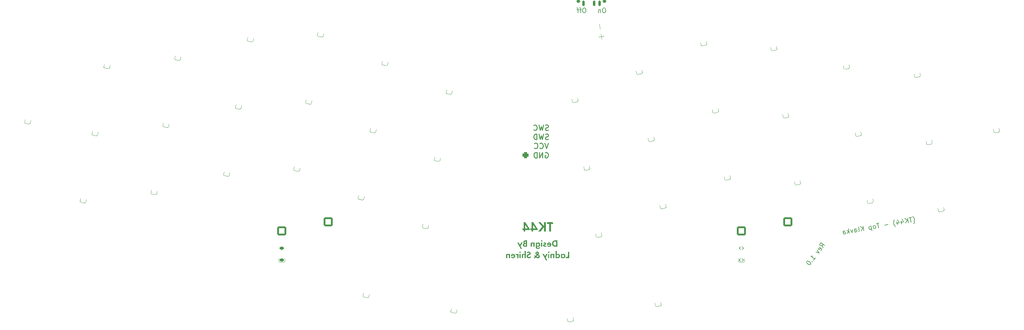
<source format=gbo>
G04 #@! TF.GenerationSoftware,KiCad,Pcbnew,(6.0.2)*
G04 #@! TF.CreationDate,2022-04-12T17:10:10+08:00*
G04 #@! TF.ProjectId,TK44,544b3434-2e6b-4696-9361-645f70636258,rev?*
G04 #@! TF.SameCoordinates,Original*
G04 #@! TF.FileFunction,Legend,Bot*
G04 #@! TF.FilePolarity,Positive*
%FSLAX46Y46*%
G04 Gerber Fmt 4.6, Leading zero omitted, Abs format (unit mm)*
G04 Created by KiCad (PCBNEW (6.0.2)) date 2022-04-12 17:10:10*
%MOMM*%
%LPD*%
G01*
G04 APERTURE LIST*
G04 Aperture macros list*
%AMRoundRect*
0 Rectangle with rounded corners*
0 $1 Rounding radius*
0 $2 $3 $4 $5 $6 $7 $8 $9 X,Y pos of 4 corners*
0 Add a 4 corners polygon primitive as box body*
4,1,4,$2,$3,$4,$5,$6,$7,$8,$9,$2,$3,0*
0 Add four circle primitives for the rounded corners*
1,1,$1+$1,$2,$3*
1,1,$1+$1,$4,$5*
1,1,$1+$1,$6,$7*
1,1,$1+$1,$8,$9*
0 Add four rect primitives between the rounded corners*
20,1,$1+$1,$2,$3,$4,$5,0*
20,1,$1+$1,$4,$5,$6,$7,0*
20,1,$1+$1,$6,$7,$8,$9,0*
20,1,$1+$1,$8,$9,$2,$3,0*%
G04 Aperture macros list end*
%ADD10C,0.250000*%
%ADD11C,0.200000*%
%ADD12C,0.120000*%
%ADD13C,3.050000*%
%ADD14C,4.000000*%
%ADD15C,1.750000*%
%ADD16RoundRect,0.250000X-1.183076X-0.806818X0.835780X-1.162797X1.183076X0.806818X-0.835780X1.162797X0*%
%ADD17C,0.800000*%
%ADD18C,4.400000*%
%ADD19RoundRect,0.250000X-0.835780X-1.162797X1.183076X-0.806818X0.835780X1.162797X-1.183076X0.806818X0*%
%ADD20RoundRect,0.250000X-1.025000X-1.000000X1.025000X-1.000000X1.025000X1.000000X-1.025000X1.000000X0*%
%ADD21O,1.000000X1.762000*%
%ADD22O,1.000000X2.219000*%
%ADD23RoundRect,0.425000X0.425000X0.425000X-0.425000X0.425000X-0.425000X-0.425000X0.425000X-0.425000X0*%
%ADD24O,1.700000X1.700000*%
%ADD25RoundRect,0.225000X0.330232X-0.286700X0.408374X0.156464X-0.330232X0.286700X-0.408374X-0.156464X0*%
%ADD26RoundRect,0.225000X0.408374X-0.156464X0.330232X0.286700X-0.408374X0.156464X-0.330232X-0.286700X0*%
%ADD27RoundRect,0.200000X-0.300000X-0.200000X0.300000X-0.200000X0.300000X0.200000X-0.300000X0.200000X0*%
%ADD28C,0.900000*%
%ADD29RoundRect,0.175000X-0.175000X-0.575000X0.175000X-0.575000X0.175000X0.575000X-0.175000X0.575000X0*%
%ADD30RoundRect,0.300000X-0.692219X-0.182571X0.588031X-0.408314X0.692219X0.182571X-0.588031X0.408314X0*%
%ADD31RoundRect,0.225000X0.375000X-0.225000X0.375000X0.225000X-0.375000X0.225000X-0.375000X-0.225000X0*%
G04 APERTURE END LIST*
D10*
X210915714Y-153827142D02*
X210701428Y-153898571D01*
X210344285Y-153898571D01*
X210201428Y-153827142D01*
X210130000Y-153755714D01*
X210058571Y-153612857D01*
X210058571Y-153470000D01*
X210130000Y-153327142D01*
X210201428Y-153255714D01*
X210344285Y-153184285D01*
X210630000Y-153112857D01*
X210772857Y-153041428D01*
X210844285Y-152970000D01*
X210915714Y-152827142D01*
X210915714Y-152684285D01*
X210844285Y-152541428D01*
X210772857Y-152470000D01*
X210630000Y-152398571D01*
X210272857Y-152398571D01*
X210058571Y-152470000D01*
X209558571Y-152398571D02*
X209201428Y-153898571D01*
X208915714Y-152827142D01*
X208630000Y-153898571D01*
X208272857Y-152398571D01*
X207701428Y-153898571D02*
X207701428Y-152398571D01*
X207344285Y-152398571D01*
X207130000Y-152470000D01*
X206987142Y-152612857D01*
X206915714Y-152755714D01*
X206844285Y-153041428D01*
X206844285Y-153255714D01*
X206915714Y-153541428D01*
X206987142Y-153684285D01*
X207130000Y-153827142D01*
X207344285Y-153898571D01*
X207701428Y-153898571D01*
X210022857Y-157600000D02*
X210165714Y-157528571D01*
X210380000Y-157528571D01*
X210594285Y-157600000D01*
X210737142Y-157742857D01*
X210808571Y-157885714D01*
X210880000Y-158171428D01*
X210880000Y-158385714D01*
X210808571Y-158671428D01*
X210737142Y-158814285D01*
X210594285Y-158957142D01*
X210380000Y-159028571D01*
X210237142Y-159028571D01*
X210022857Y-158957142D01*
X209951428Y-158885714D01*
X209951428Y-158385714D01*
X210237142Y-158385714D01*
X209308571Y-159028571D02*
X209308571Y-157528571D01*
X208451428Y-159028571D01*
X208451428Y-157528571D01*
X207737142Y-159028571D02*
X207737142Y-157528571D01*
X207380000Y-157528571D01*
X207165714Y-157600000D01*
X207022857Y-157742857D01*
X206951428Y-157885714D01*
X206880000Y-158171428D01*
X206880000Y-158385714D01*
X206951428Y-158671428D01*
X207022857Y-158814285D01*
X207165714Y-158957142D01*
X207380000Y-159028571D01*
X207737142Y-159028571D01*
D11*
X312829512Y-177399180D02*
X312879726Y-177327466D01*
X312969406Y-177123074D01*
X313008871Y-176990395D01*
X313037586Y-176796753D01*
X313044802Y-176481182D01*
X313001804Y-176237325D01*
X312887091Y-175943253D01*
X312793878Y-175771110D01*
X312711415Y-175659931D01*
X312557237Y-175498537D01*
X312485523Y-175448322D01*
X312212951Y-175684964D02*
X311481379Y-175813959D01*
X312072907Y-177029711D02*
X311847165Y-175749461D01*
X311280372Y-177169457D02*
X311054629Y-175889207D01*
X310548800Y-177298453D02*
X310968483Y-176470134D01*
X310323058Y-176018203D02*
X311183625Y-176620778D01*
X309300948Y-176638446D02*
X309451443Y-177491946D01*
X309519772Y-176096984D02*
X309985838Y-176957700D01*
X309193303Y-177097445D01*
X308081662Y-176853439D02*
X308232157Y-177706939D01*
X308300486Y-176311977D02*
X308766553Y-177172693D01*
X307974017Y-177312438D01*
X307769476Y-178291401D02*
X307697762Y-178241186D01*
X307543584Y-178079792D01*
X307461121Y-177968613D01*
X307367907Y-177796470D01*
X307253195Y-177502398D01*
X307210196Y-177258541D01*
X307217412Y-176942970D01*
X307246128Y-176749328D01*
X307285593Y-176616649D01*
X307375272Y-176412257D01*
X307425487Y-176340543D01*
X305646624Y-177659961D02*
X304671195Y-177831955D01*
X303129271Y-177286661D02*
X302397700Y-177415657D01*
X302989228Y-178631409D02*
X302763486Y-177351159D01*
X302013800Y-178803404D02*
X302124979Y-178720940D01*
X302175193Y-178649226D01*
X302214658Y-178516548D01*
X302150160Y-178150762D01*
X302067697Y-178039583D01*
X301995983Y-177989369D01*
X301863305Y-177949904D01*
X301680412Y-177982152D01*
X301569233Y-178064616D01*
X301519018Y-178136330D01*
X301479553Y-178269008D01*
X301544051Y-178634794D01*
X301626515Y-178745973D01*
X301698229Y-178796188D01*
X301830907Y-178835653D01*
X302013800Y-178803404D01*
X300887876Y-178121898D02*
X301113619Y-179402148D01*
X300898626Y-178182862D02*
X300765947Y-178143397D01*
X300522090Y-178186396D01*
X300410911Y-178268859D01*
X300360697Y-178340573D01*
X300321232Y-178473252D01*
X300385730Y-178839037D01*
X300468193Y-178950216D01*
X300539907Y-179000431D01*
X300672585Y-179039896D01*
X300916442Y-178996897D01*
X301027621Y-178914434D01*
X298904621Y-179351636D02*
X298678878Y-178071386D01*
X298173049Y-179480631D02*
X298592732Y-178652313D01*
X297947307Y-178200381D02*
X298807874Y-178802957D01*
X297441478Y-179609627D02*
X297552657Y-179527164D01*
X297592122Y-179394485D01*
X297398628Y-178297128D01*
X296405085Y-179792371D02*
X296286839Y-179121764D01*
X296326304Y-178989086D01*
X296437483Y-178906622D01*
X296681340Y-178863624D01*
X296814018Y-178903089D01*
X296394335Y-179731407D02*
X296527014Y-179770872D01*
X296831835Y-179717124D01*
X296943014Y-179634660D01*
X296982479Y-179501982D01*
X296960980Y-179380053D01*
X296878516Y-179268874D01*
X296745838Y-179229409D01*
X296441016Y-179283158D01*
X296308338Y-179243693D01*
X295766876Y-179024868D02*
X295612549Y-179932117D01*
X295157233Y-179132365D01*
X294820014Y-180071862D02*
X294594271Y-178791612D01*
X294612088Y-179605647D02*
X294332299Y-180157859D01*
X294181804Y-179304359D02*
X294755516Y-179706076D01*
X293234942Y-180351353D02*
X293116696Y-179680746D01*
X293156161Y-179548068D01*
X293267340Y-179465604D01*
X293511197Y-179422605D01*
X293643875Y-179462070D01*
X293224192Y-180290389D02*
X293356871Y-180329854D01*
X293661692Y-180276106D01*
X293772871Y-180193642D01*
X293812336Y-180060964D01*
X293790837Y-179939035D01*
X293708373Y-179827856D01*
X293575695Y-179788391D01*
X293270873Y-179842139D01*
X293138195Y-179802674D01*
D10*
X210915714Y-151287142D02*
X210701428Y-151358571D01*
X210344285Y-151358571D01*
X210201428Y-151287142D01*
X210130000Y-151215714D01*
X210058571Y-151072857D01*
X210058571Y-150930000D01*
X210130000Y-150787142D01*
X210201428Y-150715714D01*
X210344285Y-150644285D01*
X210630000Y-150572857D01*
X210772857Y-150501428D01*
X210844285Y-150430000D01*
X210915714Y-150287142D01*
X210915714Y-150144285D01*
X210844285Y-150001428D01*
X210772857Y-149930000D01*
X210630000Y-149858571D01*
X210272857Y-149858571D01*
X210058571Y-149930000D01*
X209558571Y-149858571D02*
X209201428Y-151358571D01*
X208915714Y-150287142D01*
X208630000Y-151358571D01*
X208272857Y-149858571D01*
X206844285Y-151215714D02*
X206915714Y-151287142D01*
X207130000Y-151358571D01*
X207272857Y-151358571D01*
X207487142Y-151287142D01*
X207630000Y-151144285D01*
X207701428Y-151001428D01*
X207772857Y-150715714D01*
X207772857Y-150501428D01*
X207701428Y-150215714D01*
X207630000Y-150072857D01*
X207487142Y-149930000D01*
X207272857Y-149858571D01*
X207130000Y-149858571D01*
X206915714Y-149930000D01*
X206844285Y-150001428D01*
D11*
X287530275Y-184143313D02*
X287296668Y-183424685D01*
X287977338Y-183550041D02*
X286939112Y-182767681D01*
X286641070Y-183163196D01*
X286615999Y-183299330D01*
X286628183Y-183386024D01*
X286689806Y-183509974D01*
X286838124Y-183621740D01*
X286974258Y-183646811D01*
X287060953Y-183634627D01*
X287184903Y-183573003D01*
X287482944Y-183177488D01*
X286847497Y-184946526D02*
X286971447Y-184884903D01*
X287120468Y-184687145D01*
X287145539Y-184551012D01*
X287083915Y-184427062D01*
X286688401Y-184129020D01*
X286552267Y-184103949D01*
X286428317Y-184165572D01*
X286279296Y-184363330D01*
X286254225Y-184499464D01*
X286315848Y-184623413D01*
X286414727Y-184697924D01*
X286886158Y-184278041D01*
X285906744Y-184857723D02*
X286412619Y-185626493D01*
X285534192Y-185352117D01*
X284922410Y-187604067D02*
X285369473Y-187010794D01*
X285145941Y-187307431D02*
X284107715Y-186525071D01*
X284330544Y-186537958D01*
X284503933Y-186513590D01*
X284627882Y-186451966D01*
X284488234Y-187974510D02*
X284500419Y-188061205D01*
X284587113Y-188049021D01*
X284574929Y-187962326D01*
X284488234Y-187974510D01*
X284587113Y-188049021D01*
X283027314Y-187958812D02*
X282952803Y-188057691D01*
X282927732Y-188193824D01*
X282939917Y-188280519D01*
X283001540Y-188404469D01*
X283162042Y-188602929D01*
X283409239Y-188789205D01*
X283644251Y-188888787D01*
X283780385Y-188913858D01*
X283867080Y-188901674D01*
X283991030Y-188840050D01*
X284065540Y-188741171D01*
X284090611Y-188605038D01*
X284078427Y-188518343D01*
X284016804Y-188394393D01*
X283856301Y-188195933D01*
X283609105Y-188009657D01*
X283374092Y-187910075D01*
X283237958Y-187885004D01*
X283151264Y-187897188D01*
X283027314Y-187958812D01*
D10*
X210880000Y-154938571D02*
X210380000Y-156438571D01*
X209880000Y-154938571D01*
X208522857Y-156295714D02*
X208594285Y-156367142D01*
X208808571Y-156438571D01*
X208951428Y-156438571D01*
X209165714Y-156367142D01*
X209308571Y-156224285D01*
X209380000Y-156081428D01*
X209451428Y-155795714D01*
X209451428Y-155581428D01*
X209380000Y-155295714D01*
X209308571Y-155152857D01*
X209165714Y-155010000D01*
X208951428Y-154938571D01*
X208808571Y-154938571D01*
X208594285Y-155010000D01*
X208522857Y-155081428D01*
X207022857Y-156295714D02*
X207094285Y-156367142D01*
X207308571Y-156438571D01*
X207451428Y-156438571D01*
X207665714Y-156367142D01*
X207808571Y-156224285D01*
X207880000Y-156081428D01*
X207951428Y-155795714D01*
X207951428Y-155581428D01*
X207880000Y-155295714D01*
X207808571Y-155152857D01*
X207665714Y-155010000D01*
X207451428Y-154938571D01*
X207308571Y-154938571D01*
X207094285Y-155010000D01*
X207022857Y-155081428D01*
D11*
X221046666Y-117188095D02*
X220799047Y-117188095D01*
X220675238Y-117250000D01*
X220551428Y-117373809D01*
X220489523Y-117621428D01*
X220489523Y-118054761D01*
X220551428Y-118302380D01*
X220675238Y-118426190D01*
X220799047Y-118488095D01*
X221046666Y-118488095D01*
X221170476Y-118426190D01*
X221294285Y-118302380D01*
X221356190Y-118054761D01*
X221356190Y-117621428D01*
X221294285Y-117373809D01*
X221170476Y-117250000D01*
X221046666Y-117188095D01*
X220118095Y-117621428D02*
X219622857Y-117621428D01*
X219932380Y-118488095D02*
X219932380Y-117373809D01*
X219870476Y-117250000D01*
X219746666Y-117188095D01*
X219622857Y-117188095D01*
X219375238Y-117621428D02*
X218880000Y-117621428D01*
X219189523Y-118488095D02*
X219189523Y-117373809D01*
X219127619Y-117250000D01*
X219003809Y-117188095D01*
X218880000Y-117188095D01*
X226591904Y-117188095D02*
X226344285Y-117188095D01*
X226220476Y-117250000D01*
X226096666Y-117373809D01*
X226034761Y-117621428D01*
X226034761Y-118054761D01*
X226096666Y-118302380D01*
X226220476Y-118426190D01*
X226344285Y-118488095D01*
X226591904Y-118488095D01*
X226715714Y-118426190D01*
X226839523Y-118302380D01*
X226901428Y-118054761D01*
X226901428Y-117621428D01*
X226839523Y-117373809D01*
X226715714Y-117250000D01*
X226591904Y-117188095D01*
X225477619Y-117621428D02*
X225477619Y-118488095D01*
X225477619Y-117745238D02*
X225415714Y-117683333D01*
X225291904Y-117621428D01*
X225106190Y-117621428D01*
X224982380Y-117683333D01*
X224920476Y-117807142D01*
X224920476Y-118488095D01*
D12*
X165738162Y-133271606D02*
X164643056Y-133078509D01*
X164437022Y-132784262D02*
X164571773Y-132020051D01*
X166032410Y-133065572D02*
X166167161Y-132301361D01*
X165738162Y-133271606D02*
G75*
G03*
X166032410Y-133065572I44107J250141D01*
G01*
X164437022Y-132784262D02*
G75*
G03*
X164643056Y-133078509I250141J-44106D01*
G01*
X81598162Y-171631606D02*
X80503056Y-171438509D01*
X81892410Y-171425572D02*
X82027161Y-170661361D01*
X80297022Y-171144262D02*
X80431773Y-170380051D01*
X81598162Y-171631606D02*
G75*
G03*
X81892410Y-171425572I44107J250141D01*
G01*
X80297022Y-171144262D02*
G75*
G03*
X80503056Y-171438509I250141J-44106D01*
G01*
X243526944Y-173058509D02*
X242431838Y-173251606D01*
X242137590Y-173045572D02*
X242002839Y-172281361D01*
X243732978Y-172764262D02*
X243598227Y-172000051D01*
X243526944Y-173058509D02*
G75*
G03*
X243732978Y-172764262I-44107J250141D01*
G01*
X242137590Y-173045572D02*
G75*
G03*
X242431838Y-173251606I250141J44107D01*
G01*
X218957744Y-143395009D02*
X217862638Y-143588106D01*
X217568390Y-143382072D02*
X217433639Y-142617861D01*
X219163778Y-143100762D02*
X219029027Y-142336551D01*
X218957744Y-143395009D02*
G75*
G03*
X219163778Y-143100762I-44107J250141D01*
G01*
X217568390Y-143382072D02*
G75*
G03*
X217862638Y-143588106I250141J44107D01*
G01*
X141482410Y-162595572D02*
X141617161Y-161831361D01*
X139887022Y-162314262D02*
X140021773Y-161550051D01*
X141188162Y-162801606D02*
X140093056Y-162608509D01*
X139887022Y-162314262D02*
G75*
G03*
X140093056Y-162608509I250141J-44106D01*
G01*
X141188162Y-162801606D02*
G75*
G03*
X141482410Y-162595572I44107J250141D01*
G01*
X256757590Y-146295572D02*
X256622839Y-145531361D01*
X258146944Y-146308509D02*
X257051838Y-146501606D01*
X258352978Y-146014262D02*
X258218227Y-145250051D01*
X258146944Y-146308509D02*
G75*
G03*
X258352978Y-146014262I-44107J250141D01*
G01*
X256757590Y-146295572D02*
G75*
G03*
X257051838Y-146501606I250141J44107D01*
G01*
X237112978Y-135244262D02*
X236978227Y-134480051D01*
X235517590Y-135525572D02*
X235382839Y-134761361D01*
X236906944Y-135538509D02*
X235811838Y-135731606D01*
X236906944Y-135538509D02*
G75*
G03*
X237112978Y-135244262I-44107J250141D01*
G01*
X235517590Y-135525572D02*
G75*
G03*
X235811838Y-135731606I250141J44107D01*
G01*
X182367022Y-140784262D02*
X182501773Y-140020051D01*
X183962410Y-141065572D02*
X184097161Y-140301361D01*
X183668162Y-141271606D02*
X182573056Y-141078509D01*
X183668162Y-141271606D02*
G75*
G03*
X183962410Y-141065572I44107J250141D01*
G01*
X182367022Y-140784262D02*
G75*
G03*
X182573056Y-141078509I250141J-44106D01*
G01*
X104658162Y-150551606D02*
X103563056Y-150358509D01*
X103357022Y-150064262D02*
X103491773Y-149300051D01*
X104952410Y-150345572D02*
X105087161Y-149581361D01*
X104658162Y-150551606D02*
G75*
G03*
X104952410Y-150345572I44107J250141D01*
G01*
X103357022Y-150064262D02*
G75*
G03*
X103563056Y-150358509I250141J-44106D01*
G01*
X147798162Y-125281606D02*
X146703056Y-125088509D01*
X146497022Y-124794262D02*
X146631773Y-124030051D01*
X148092410Y-125075572D02*
X148227161Y-124311361D01*
X147798162Y-125281606D02*
G75*
G03*
X148092410Y-125075572I44107J250141D01*
G01*
X146497022Y-124794262D02*
G75*
G03*
X146703056Y-125088509I250141J-44106D01*
G01*
X297986944Y-152818509D02*
X296891838Y-153011606D01*
X296597590Y-152805572D02*
X296462839Y-152041361D01*
X298192978Y-152524262D02*
X298058227Y-151760051D01*
X296597590Y-152805572D02*
G75*
G03*
X296891838Y-153011606I250141J44107D01*
G01*
X297986944Y-152818509D02*
G75*
G03*
X298192978Y-152524262I-44107J250141D01*
G01*
X66442410Y-149355572D02*
X66577161Y-148591361D01*
X64847022Y-149074262D02*
X64981773Y-148310051D01*
X66148162Y-149561606D02*
X65053056Y-149368509D01*
X64847022Y-149074262D02*
G75*
G03*
X65053056Y-149368509I250141J-44106D01*
G01*
X66148162Y-149561606D02*
G75*
G03*
X66442410Y-149355572I44107J250141D01*
G01*
X180358162Y-160031606D02*
X179263056Y-159838509D01*
X179057022Y-159544262D02*
X179191773Y-158780051D01*
X180652410Y-159825572D02*
X180787161Y-159061361D01*
X179057022Y-159544262D02*
G75*
G03*
X179263056Y-159838509I250141J-44106D01*
G01*
X180358162Y-160031606D02*
G75*
G03*
X180652410Y-159825572I44107J250141D01*
G01*
X126917022Y-126164262D02*
X127051773Y-125400051D01*
X128512410Y-126445572D02*
X128647161Y-125681361D01*
X128218162Y-126651606D02*
X127123056Y-126458509D01*
X126917022Y-126164262D02*
G75*
G03*
X127123056Y-126458509I250141J-44106D01*
G01*
X128218162Y-126651606D02*
G75*
G03*
X128512410Y-126445572I44107J250141D01*
G01*
X263960000Y-187956000D02*
X263960000Y-187180000D01*
X265580000Y-187956000D02*
X265580000Y-187180000D01*
X265326000Y-188210000D02*
X264214000Y-188210000D01*
X265326000Y-188210000D02*
G75*
G03*
X265580000Y-187956000I0J254000D01*
G01*
X263960000Y-187956000D02*
G75*
G03*
X264214000Y-188210000I254000J0D01*
G01*
X108262410Y-131585572D02*
X108397161Y-130821361D01*
X106667022Y-131304262D02*
X106801773Y-130540051D01*
X107968162Y-131791606D02*
X106873056Y-131598509D01*
X107968162Y-131791606D02*
G75*
G03*
X108262410Y-131585572I44107J250141D01*
G01*
X106667022Y-131304262D02*
G75*
G03*
X106873056Y-131598509I250141J-44106D01*
G01*
X314642978Y-136084262D02*
X314508227Y-135320051D01*
X313047590Y-136365572D02*
X312912839Y-135601361D01*
X314436944Y-136378509D02*
X313341838Y-136571606D01*
X313047590Y-136365572D02*
G75*
G03*
X313341838Y-136571606I250141J44107D01*
G01*
X314436944Y-136378509D02*
G75*
G03*
X314642978Y-136084262I-44107J250141D01*
G01*
X137116000Y-188210000D02*
X136004000Y-188210000D01*
X135750000Y-187956000D02*
X135750000Y-187180000D01*
X137370000Y-187956000D02*
X137370000Y-187180000D01*
X137116000Y-188210000D02*
G75*
G03*
X137370000Y-187956000I0J254000D01*
G01*
X135750000Y-187956000D02*
G75*
G03*
X136004000Y-188210000I254000J0D01*
G01*
X276357590Y-147675572D02*
X276222839Y-146911361D01*
X277952978Y-147394262D02*
X277818227Y-146630051D01*
X277746944Y-147688509D02*
X276651838Y-147881606D01*
X276357590Y-147675572D02*
G75*
G03*
X276651838Y-147881606I250141J44107D01*
G01*
X277746944Y-147688509D02*
G75*
G03*
X277952978Y-147394262I-44107J250141D01*
G01*
X225343179Y-123102632D02*
X225082707Y-121625420D01*
X225834603Y-125889638D02*
X225574131Y-124412426D01*
X226442973Y-125020796D02*
X224965761Y-125281268D01*
X100047022Y-168824262D02*
X100181773Y-168060051D01*
X101642410Y-169105572D02*
X101777161Y-168341361D01*
X101348162Y-169311606D02*
X100253056Y-169118509D01*
X101348162Y-169311606D02*
G75*
G03*
X101642410Y-169105572I44107J250141D01*
G01*
X100047022Y-168824262D02*
G75*
G03*
X100253056Y-169118509I250141J-44106D01*
G01*
X321056944Y-173898509D02*
X319961838Y-174091606D01*
X321262978Y-173604262D02*
X321128227Y-172840051D01*
X319667590Y-173885572D02*
X319532839Y-173121361D01*
X321056944Y-173898509D02*
G75*
G03*
X321262978Y-173604262I-44107J250141D01*
G01*
X319667590Y-173885572D02*
G75*
G03*
X319961838Y-174091606I250141J44107D01*
G01*
X120297022Y-163694262D02*
X120431773Y-162930051D01*
X121598162Y-164181606D02*
X120503056Y-163988509D01*
X121892410Y-163975572D02*
X122027161Y-163211361D01*
X121598162Y-164181606D02*
G75*
G03*
X121892410Y-163975572I44107J250141D01*
G01*
X120297022Y-163694262D02*
G75*
G03*
X120503056Y-163988509I250141J-44106D01*
G01*
X240216944Y-154298509D02*
X239121838Y-154491606D01*
X238827590Y-154285572D02*
X238692839Y-153521361D01*
X240422978Y-154004262D02*
X240288227Y-153240051D01*
X240216944Y-154298509D02*
G75*
G03*
X240422978Y-154004262I-44107J250141D01*
G01*
X238827590Y-154285572D02*
G75*
G03*
X239121838Y-154491606I250141J44107D01*
G01*
X144792410Y-143835572D02*
X144927161Y-143071361D01*
X143197022Y-143554262D02*
X143331773Y-142790051D01*
X144498162Y-144041606D02*
X143403056Y-143848509D01*
X144498162Y-144041606D02*
G75*
G03*
X144792410Y-143835572I44107J250141D01*
G01*
X143197022Y-143554262D02*
G75*
G03*
X143403056Y-143848509I250141J-44106D01*
G01*
X293287590Y-134045572D02*
X293152839Y-133281361D01*
X294882978Y-133764262D02*
X294748227Y-133000051D01*
X294676944Y-134058509D02*
X293581838Y-134251606D01*
X294676944Y-134058509D02*
G75*
G03*
X294882978Y-133764262I-44107J250141D01*
G01*
X293287590Y-134045572D02*
G75*
G03*
X293581838Y-134251606I250141J44107D01*
G01*
X224207590Y-181045572D02*
X224072839Y-180281361D01*
X225596944Y-181058509D02*
X224501838Y-181251606D01*
X225802978Y-180764262D02*
X225668227Y-180000051D01*
X225596944Y-181058509D02*
G75*
G03*
X225802978Y-180764262I-44107J250141D01*
G01*
X224207590Y-181045572D02*
G75*
G03*
X224501838Y-181251606I250141J44107D01*
G01*
X301296944Y-171578509D02*
X300201838Y-171771606D01*
X301502978Y-171284262D02*
X301368227Y-170520051D01*
X299907590Y-171565572D02*
X299772839Y-170801361D01*
X299907590Y-171565572D02*
G75*
G03*
X300201838Y-171771606I250141J44107D01*
G01*
X301296944Y-171578509D02*
G75*
G03*
X301502978Y-171284262I-44107J250141D01*
G01*
X253457590Y-127525572D02*
X253322839Y-126761361D01*
X254846944Y-127538509D02*
X253751838Y-127731606D01*
X255052978Y-127244262D02*
X254918227Y-126480051D01*
X254846944Y-127538509D02*
G75*
G03*
X255052978Y-127244262I-44107J250141D01*
G01*
X253457590Y-127525572D02*
G75*
G03*
X253751838Y-127731606I250141J44107D01*
G01*
X335117590Y-151815572D02*
X334982839Y-151051361D01*
X336506944Y-151828509D02*
X335411838Y-152021606D01*
X336712978Y-151534262D02*
X336578227Y-150770051D01*
X336506944Y-151828509D02*
G75*
G03*
X336712978Y-151534262I-44107J250141D01*
G01*
X335117590Y-151815572D02*
G75*
G03*
X335411838Y-152021606I250141J44107D01*
G01*
X183677022Y-201944262D02*
X183811773Y-201180051D01*
X185272410Y-202225572D02*
X185407161Y-201461361D01*
X184978162Y-202431606D02*
X183883056Y-202238509D01*
X183677022Y-201944262D02*
G75*
G03*
X183883056Y-202238509I250141J-44106D01*
G01*
X184978162Y-202431606D02*
G75*
G03*
X185272410Y-202225572I44107J250141D01*
G01*
X279657590Y-166425572D02*
X279522839Y-165661361D01*
X281252978Y-166144262D02*
X281118227Y-165380051D01*
X281046944Y-166438509D02*
X279951838Y-166631606D01*
X279657590Y-166425572D02*
G75*
G03*
X279951838Y-166631606I250141J44107D01*
G01*
X281046944Y-166438509D02*
G75*
G03*
X281252978Y-166144262I-44107J250141D01*
G01*
G36*
X212934192Y-168071256D02*
G01*
X212927839Y-168077609D01*
X212921486Y-168071256D01*
X212927839Y-168064902D01*
X212934192Y-168071256D01*
G37*
G36*
X205444411Y-185245832D02*
G01*
X205508102Y-185248255D01*
X205554466Y-185251547D01*
X205589500Y-185256728D01*
X205620296Y-185264850D01*
X205653948Y-185276969D01*
X205661943Y-185280101D01*
X205756376Y-185326019D01*
X205831002Y-185382480D01*
X205890378Y-185453753D01*
X205939063Y-185544110D01*
X205939888Y-185545975D01*
X205961594Y-185598776D01*
X205974164Y-185642244D01*
X205980015Y-185687936D01*
X205981561Y-185747411D01*
X205981110Y-185807760D01*
X205978266Y-185853473D01*
X205971478Y-185889567D01*
X205959204Y-185924096D01*
X205939905Y-185965112D01*
X205924441Y-185990143D01*
X205897819Y-186025122D01*
X205866241Y-186062032D01*
X205834746Y-186095299D01*
X205808371Y-186119347D01*
X205792156Y-186128602D01*
X205787311Y-186130570D01*
X205765915Y-186142545D01*
X205734486Y-186161784D01*
X205716944Y-186172521D01*
X205686297Y-186189567D01*
X205668030Y-186197338D01*
X205655067Y-186201298D01*
X205628726Y-186213227D01*
X205609944Y-186221475D01*
X205571941Y-186235419D01*
X205527075Y-186250021D01*
X205492071Y-186261699D01*
X205446400Y-186279612D01*
X205413616Y-186295589D01*
X205410201Y-186297582D01*
X205382845Y-186309899D01*
X205365967Y-186311436D01*
X205362531Y-186310067D01*
X205355540Y-186318447D01*
X205354429Y-186323413D01*
X205339657Y-186332420D01*
X205334104Y-186333536D01*
X205309091Y-186347821D01*
X205278995Y-186372944D01*
X205251681Y-186401779D01*
X205235018Y-186427201D01*
X205222152Y-186467551D01*
X205213611Y-186529387D01*
X205217398Y-186586578D01*
X205233575Y-186630372D01*
X205280855Y-186690147D01*
X205336006Y-186732037D01*
X205406365Y-186760878D01*
X205418353Y-186763295D01*
X205456434Y-186766117D01*
X205504201Y-186766227D01*
X205551221Y-186763745D01*
X205587059Y-186758792D01*
X205601885Y-186754829D01*
X205670192Y-186724570D01*
X205738544Y-186677546D01*
X205799653Y-186619458D01*
X205846235Y-186556006D01*
X205850092Y-186550208D01*
X205858467Y-186545251D01*
X205871340Y-186549531D01*
X205892010Y-186565298D01*
X205923781Y-186594799D01*
X205969952Y-186640285D01*
X206079461Y-186749302D01*
X206023310Y-186816966D01*
X206008095Y-186835092D01*
X205955122Y-186893427D01*
X205905747Y-186937742D01*
X205852411Y-186974190D01*
X205787556Y-187008928D01*
X205758133Y-187023177D01*
X205712253Y-187043435D01*
X205671574Y-187057072D01*
X205625941Y-187067194D01*
X205565194Y-187076905D01*
X205553876Y-187078619D01*
X205524658Y-187083615D01*
X205511610Y-187086796D01*
X205508702Y-187087232D01*
X205486808Y-187086325D01*
X205449341Y-187083224D01*
X205403104Y-187078630D01*
X205354902Y-187073246D01*
X205311540Y-187067772D01*
X205279821Y-187062909D01*
X205277108Y-187062393D01*
X205242746Y-187052790D01*
X205219466Y-187041254D01*
X205210610Y-187035683D01*
X205202869Y-187038727D01*
X205201843Y-187042216D01*
X205193339Y-187036444D01*
X205189396Y-187032359D01*
X205166495Y-187016893D01*
X205133178Y-186999515D01*
X205106414Y-186984423D01*
X205055112Y-186945219D01*
X205003480Y-186895674D01*
X204959048Y-186843319D01*
X204929349Y-186795685D01*
X204923043Y-186782703D01*
X204905696Y-186752147D01*
X204892420Y-186735525D01*
X204887604Y-186731525D01*
X204888267Y-186725995D01*
X204888365Y-186725991D01*
X204890840Y-186715469D01*
X204884137Y-186690858D01*
X204872444Y-186651022D01*
X204861372Y-186573788D01*
X204859305Y-186484126D01*
X204866650Y-186389082D01*
X204880078Y-186336066D01*
X204906927Y-186272660D01*
X204942007Y-186210781D01*
X204980362Y-186160394D01*
X204999364Y-186142582D01*
X205033424Y-186115053D01*
X205073414Y-186085428D01*
X205112933Y-186058251D01*
X205145577Y-186038064D01*
X205164944Y-186029413D01*
X205182841Y-186024994D01*
X205215232Y-186013553D01*
X205244035Y-186000705D01*
X205263792Y-185991986D01*
X205301009Y-185977682D01*
X205345686Y-185961828D01*
X205385727Y-185947296D01*
X205421568Y-185932488D01*
X205441307Y-185922058D01*
X205449354Y-185916712D01*
X205457190Y-185916867D01*
X205457284Y-185917540D01*
X205468243Y-185917482D01*
X205492773Y-185907082D01*
X205524229Y-185890160D01*
X205555962Y-185870536D01*
X205581324Y-185852028D01*
X205593669Y-185838456D01*
X205598934Y-185827387D01*
X205614608Y-185808530D01*
X205620269Y-185799225D01*
X205625586Y-185770859D01*
X205627261Y-185732914D01*
X205625441Y-185694092D01*
X205620272Y-185663094D01*
X205611902Y-185648623D01*
X205606957Y-185646269D01*
X205596960Y-185631175D01*
X205592999Y-185622330D01*
X205574379Y-185601320D01*
X205547691Y-185577681D01*
X205520993Y-185558316D01*
X205502344Y-185550127D01*
X205499319Y-185549892D01*
X205476250Y-185542063D01*
X205471500Y-185540390D01*
X205444718Y-185537716D01*
X205404011Y-185537467D01*
X205357635Y-185539371D01*
X205313845Y-185543153D01*
X205280896Y-185548540D01*
X205249732Y-185559739D01*
X205204908Y-185587244D01*
X205150954Y-185632357D01*
X205138033Y-185643473D01*
X205111760Y-185661788D01*
X205095501Y-185667085D01*
X205087862Y-185660902D01*
X205066686Y-185637906D01*
X205036809Y-185602244D01*
X205002075Y-185558389D01*
X204973397Y-185520726D01*
X204947946Y-185484710D01*
X204935034Y-185460948D01*
X204932539Y-185445285D01*
X204938340Y-185433564D01*
X204954133Y-185418229D01*
X204984397Y-185393076D01*
X205021485Y-185364384D01*
X205058805Y-185337099D01*
X205089763Y-185316164D01*
X205107766Y-185306524D01*
X205110880Y-185305681D01*
X205134488Y-185298834D01*
X205173749Y-185287182D01*
X205222050Y-185272682D01*
X205266013Y-185260368D01*
X205319830Y-185249681D01*
X205375392Y-185245307D01*
X205444411Y-185245832D01*
G37*
G36*
X201929163Y-185868005D02*
G01*
X201981865Y-185871770D01*
X202023058Y-185878468D01*
X202029125Y-185880254D01*
X202069711Y-185899890D01*
X202117220Y-185931969D01*
X202163659Y-185970592D01*
X202201034Y-186009858D01*
X202239139Y-186057356D01*
X202236766Y-185994505D01*
X202236292Y-185973468D01*
X202237080Y-185937146D01*
X202239798Y-185915770D01*
X202240068Y-185915115D01*
X202251937Y-185908066D01*
X202281229Y-185903350D01*
X202330591Y-185900710D01*
X202402672Y-185899888D01*
X202560142Y-185899888D01*
X202560142Y-186470742D01*
X202560125Y-186547002D01*
X202559976Y-186670119D01*
X202559605Y-186771167D01*
X202558933Y-186852318D01*
X202557880Y-186915743D01*
X202556368Y-186963615D01*
X202554317Y-186998106D01*
X202551648Y-187021388D01*
X202548280Y-187035634D01*
X202544136Y-187043015D01*
X202539135Y-187045704D01*
X202527342Y-187047027D01*
X202493100Y-187048222D01*
X202446276Y-187048277D01*
X202393203Y-187047366D01*
X202340212Y-187045665D01*
X202293637Y-187043348D01*
X202259810Y-187040591D01*
X202245063Y-187037568D01*
X202243388Y-187027626D01*
X202241409Y-186995182D01*
X202239585Y-186943682D01*
X202238011Y-186876614D01*
X202236784Y-186797466D01*
X202236000Y-186709728D01*
X202235054Y-186607544D01*
X202233033Y-186513057D01*
X202229625Y-186437958D01*
X202224433Y-186379051D01*
X202217059Y-186333143D01*
X202207108Y-186297039D01*
X202194183Y-186267545D01*
X202177888Y-186241465D01*
X202163088Y-186225134D01*
X202124576Y-186195890D01*
X202079467Y-186171226D01*
X202039181Y-186158013D01*
X202036124Y-186157550D01*
X201970642Y-186150513D01*
X201919598Y-186152316D01*
X201873861Y-186163248D01*
X201858436Y-186167905D01*
X201827098Y-186173540D01*
X201809994Y-186170896D01*
X201807300Y-186165693D01*
X201800737Y-186138738D01*
X201793938Y-186095628D01*
X201787699Y-186042699D01*
X201782816Y-185986286D01*
X201780085Y-185932725D01*
X201781343Y-185899769D01*
X201790998Y-185882761D01*
X201814140Y-185873336D01*
X201830670Y-185870294D01*
X201875311Y-185867428D01*
X201929163Y-185868005D01*
G37*
G36*
X209130604Y-182721213D02*
G01*
X209189682Y-182722396D01*
X209218271Y-182723299D01*
X209218271Y-183866871D01*
X208894259Y-183866871D01*
X208894769Y-183301988D01*
X208894940Y-183215021D01*
X208895450Y-183103172D01*
X208896244Y-183001142D01*
X208897284Y-182911530D01*
X208898531Y-182836935D01*
X208899948Y-182779956D01*
X208901497Y-182743193D01*
X208903140Y-182729242D01*
X208903787Y-182728822D01*
X208921729Y-182725934D01*
X208958865Y-182723597D01*
X209009712Y-182721944D01*
X209068786Y-182721106D01*
X209130604Y-182721213D01*
G37*
G36*
X212336993Y-169316478D02*
G01*
X212330640Y-169322831D01*
X212324287Y-169316478D01*
X212330640Y-169310125D01*
X212336993Y-169316478D01*
G37*
G36*
X208741096Y-167956898D02*
G01*
X208734742Y-167963252D01*
X208728389Y-167956898D01*
X208734742Y-167950545D01*
X208741096Y-167956898D01*
G37*
G36*
X205431825Y-170034959D02*
G01*
X205443797Y-170047094D01*
X205446164Y-170051592D01*
X205445297Y-170059800D01*
X205443063Y-170059228D01*
X205431091Y-170047094D01*
X205428724Y-170042595D01*
X205429591Y-170034387D01*
X205431825Y-170034959D01*
G37*
G36*
X204643368Y-183866148D02*
G01*
X204603450Y-183865889D01*
X204483022Y-183864381D01*
X204386230Y-183861863D01*
X204311713Y-183858275D01*
X204258109Y-183853557D01*
X204224058Y-183847649D01*
X204200411Y-183841848D01*
X204172161Y-183836544D01*
X204161142Y-183836976D01*
X204153354Y-183835595D01*
X204132902Y-183823119D01*
X204110176Y-183810220D01*
X204086956Y-183803339D01*
X204081916Y-183802736D01*
X204053372Y-183789799D01*
X204015300Y-183763514D01*
X203973396Y-183728538D01*
X203933355Y-183689531D01*
X203900871Y-183651148D01*
X203857534Y-183575933D01*
X203826194Y-183478066D01*
X203814523Y-183371249D01*
X203818785Y-183318469D01*
X204168276Y-183318469D01*
X204169354Y-183360567D01*
X204177314Y-183405733D01*
X204191308Y-183444467D01*
X204204059Y-183464396D01*
X204231853Y-183497272D01*
X204264462Y-183528861D01*
X204295164Y-183552841D01*
X204317237Y-183562891D01*
X204329462Y-183564366D01*
X204358091Y-183569984D01*
X204372652Y-183572086D01*
X204409919Y-183575157D01*
X204461252Y-183578068D01*
X204520097Y-183580398D01*
X204656690Y-183584690D01*
X204656690Y-183344590D01*
X204656568Y-183270902D01*
X204655944Y-183206155D01*
X204654505Y-183160598D01*
X204651946Y-183130887D01*
X204647956Y-183113681D01*
X204642228Y-183105635D01*
X204634454Y-183103408D01*
X204619545Y-183102751D01*
X204512606Y-183102340D01*
X204417615Y-183109560D01*
X204337791Y-183123858D01*
X204276356Y-183144684D01*
X204236528Y-183171488D01*
X204227926Y-183181257D01*
X204207142Y-183209486D01*
X204189859Y-183238277D01*
X204179985Y-183260662D01*
X204181431Y-183269672D01*
X204183865Y-183271897D01*
X204177122Y-183285555D01*
X204174930Y-183288940D01*
X204168276Y-183318469D01*
X203818785Y-183318469D01*
X203823481Y-183260326D01*
X203825837Y-183246466D01*
X203830418Y-183215382D01*
X203831606Y-183199838D01*
X203831575Y-183199677D01*
X203837157Y-183179938D01*
X203855261Y-183146934D01*
X203882135Y-183106779D01*
X203914024Y-183065587D01*
X203932118Y-183045332D01*
X203975141Y-183005247D01*
X204017798Y-182974504D01*
X204052803Y-182958714D01*
X204069084Y-182953603D01*
X204097611Y-182942688D01*
X204121271Y-182935382D01*
X204138906Y-182935196D01*
X204144402Y-182938052D01*
X204150255Y-182935998D01*
X204140741Y-182919635D01*
X204117797Y-182891756D01*
X204083364Y-182855156D01*
X204031925Y-182793479D01*
X203997576Y-182726750D01*
X203978979Y-182649682D01*
X203976462Y-182603748D01*
X204294644Y-182603748D01*
X204304393Y-182676900D01*
X204335349Y-182737565D01*
X204389200Y-182789288D01*
X204398540Y-182796041D01*
X204427665Y-182814162D01*
X204457109Y-182825150D01*
X204495237Y-182831389D01*
X204550412Y-182835265D01*
X204656690Y-182840843D01*
X204656690Y-182384984D01*
X204577275Y-182386739D01*
X204538502Y-182388467D01*
X204450200Y-182401504D01*
X204382839Y-182427461D01*
X204335270Y-182467169D01*
X204306346Y-182521458D01*
X204294919Y-182591161D01*
X204294644Y-182603748D01*
X203976462Y-182603748D01*
X203973847Y-182556035D01*
X203974012Y-182543473D01*
X203975739Y-182499187D01*
X203978781Y-182468159D01*
X203982602Y-182456466D01*
X203987858Y-182450787D01*
X203992619Y-182429022D01*
X203996646Y-182412967D01*
X204011617Y-182378413D01*
X204033442Y-182339233D01*
X204049925Y-182311933D01*
X204066103Y-182282912D01*
X204072469Y-182268203D01*
X204072477Y-182268088D01*
X204082649Y-182256241D01*
X204107621Y-182235641D01*
X204140889Y-182211092D01*
X204175950Y-182187397D01*
X204206301Y-182169358D01*
X204245606Y-182153694D01*
X204308051Y-182136020D01*
X204389857Y-182117594D01*
X204397175Y-182116644D01*
X204429380Y-182114542D01*
X204480941Y-182112419D01*
X204547753Y-182110408D01*
X204625705Y-182108642D01*
X204710692Y-182107251D01*
X204999762Y-182103409D01*
X204999762Y-183868050D01*
X204643368Y-183866148D01*
G37*
G36*
X211561906Y-170472756D02*
G01*
X211555553Y-170479110D01*
X211549200Y-170472756D01*
X211555553Y-170466403D01*
X211561906Y-170472756D01*
G37*
G36*
X208596186Y-168151884D02*
G01*
X208594498Y-168154470D01*
X208581943Y-168166172D01*
X208575913Y-168160950D01*
X208577049Y-168158092D01*
X208590583Y-168146280D01*
X208597683Y-168143189D01*
X208596186Y-168151884D01*
G37*
G36*
X211487314Y-177043598D02*
G01*
X211644008Y-177043823D01*
X211777798Y-177044273D01*
X211890202Y-177044977D01*
X211982736Y-177045963D01*
X212056919Y-177047262D01*
X212114268Y-177048901D01*
X212156301Y-177050909D01*
X212184535Y-177053317D01*
X212200488Y-177056151D01*
X212205679Y-177059442D01*
X212206018Y-177067404D01*
X212206683Y-177098145D01*
X212207424Y-177146734D01*
X212208170Y-177208464D01*
X212208855Y-177278627D01*
X212210617Y-177481929D01*
X211626125Y-177481929D01*
X211624011Y-178552439D01*
X211623793Y-178660127D01*
X211623454Y-178818172D01*
X211623109Y-178967622D01*
X211622765Y-179106609D01*
X211622427Y-179233263D01*
X211622101Y-179345717D01*
X211621791Y-179442101D01*
X211621504Y-179520547D01*
X211621246Y-179579187D01*
X211621021Y-179616151D01*
X211620835Y-179629571D01*
X211620451Y-179629906D01*
X211604303Y-179631681D01*
X211567217Y-179632901D01*
X211513043Y-179633517D01*
X211445628Y-179633483D01*
X211368821Y-179632747D01*
X211117871Y-179629302D01*
X211117871Y-177481929D01*
X210533378Y-177481929D01*
X210535182Y-177272274D01*
X210535648Y-177222363D01*
X210536375Y-177157485D01*
X210537112Y-177104683D01*
X210537795Y-177068403D01*
X210538358Y-177053089D01*
X210540483Y-177052423D01*
X210562696Y-177050819D01*
X210607368Y-177049314D01*
X210672394Y-177047932D01*
X210755666Y-177046696D01*
X210855078Y-177045631D01*
X210968524Y-177044761D01*
X211093897Y-177044109D01*
X211229090Y-177043701D01*
X211371998Y-177043559D01*
X211487314Y-177043598D01*
G37*
G36*
X206237944Y-170129685D02*
G01*
X206231591Y-170136038D01*
X206225238Y-170129685D01*
X206231591Y-170123332D01*
X206237944Y-170129685D01*
G37*
G36*
X212425938Y-169189415D02*
G01*
X212419585Y-169195768D01*
X212413232Y-169189415D01*
X212419585Y-169183062D01*
X212425938Y-169189415D01*
G37*
G36*
X211187756Y-186470615D02*
G01*
X211187527Y-186606219D01*
X211186749Y-186736572D01*
X211185432Y-186845004D01*
X211183593Y-186930818D01*
X211181247Y-186993317D01*
X211178408Y-187031802D01*
X211175094Y-187045577D01*
X211170755Y-187046327D01*
X211144814Y-187047634D01*
X211102748Y-187048015D01*
X211051207Y-187047373D01*
X211034187Y-187047001D01*
X210979152Y-187045811D01*
X210932135Y-187044815D01*
X210901831Y-187044196D01*
X210863681Y-187043459D01*
X210863622Y-186471673D01*
X210863564Y-185899888D01*
X211187756Y-185899888D01*
X211187756Y-186470615D01*
G37*
G36*
X208105778Y-169659550D02*
G01*
X208099425Y-169665903D01*
X208093071Y-169659550D01*
X208099425Y-169653197D01*
X208105778Y-169659550D01*
G37*
G36*
X208635890Y-183364633D02*
G01*
X208627050Y-183430342D01*
X208625456Y-183438113D01*
X208618244Y-183473526D01*
X208613540Y-183497004D01*
X208605372Y-183523744D01*
X208584049Y-183569393D01*
X208554119Y-183621065D01*
X208518984Y-183674004D01*
X208482045Y-183723456D01*
X208446703Y-183764666D01*
X208416359Y-183792878D01*
X208394414Y-183803339D01*
X208385382Y-183805697D01*
X208364676Y-183819888D01*
X208359874Y-183823849D01*
X208331791Y-183840116D01*
X208291186Y-183858880D01*
X208246985Y-183876239D01*
X208208116Y-183888292D01*
X208205092Y-183888929D01*
X208176639Y-183892497D01*
X208132565Y-183896056D01*
X208081052Y-183898920D01*
X208034699Y-183900094D01*
X207987938Y-183897291D01*
X207946133Y-183887924D01*
X207897830Y-183870197D01*
X207871365Y-183858294D01*
X207813778Y-183824807D01*
X207769077Y-183788425D01*
X207750339Y-183769544D01*
X207727656Y-183748139D01*
X207716635Y-183739807D01*
X207715668Y-183741393D01*
X207713891Y-183760552D01*
X207713336Y-183796355D01*
X207713839Y-183842382D01*
X207715239Y-183892210D01*
X207717375Y-183939418D01*
X207720083Y-183977584D01*
X207723203Y-184000288D01*
X207727398Y-184015263D01*
X207731628Y-184025700D01*
X207733561Y-184030103D01*
X207738161Y-184050198D01*
X207738397Y-184051390D01*
X207754360Y-184087920D01*
X207782821Y-184125324D01*
X207814857Y-184151781D01*
X207830771Y-184161251D01*
X207845985Y-184172442D01*
X207852006Y-184177435D01*
X207884513Y-184190194D01*
X207932615Y-184198671D01*
X207989093Y-184202287D01*
X208046727Y-184200466D01*
X208098301Y-184192629D01*
X208101568Y-184191775D01*
X208136203Y-184175937D01*
X208172587Y-184149875D01*
X208206120Y-184118421D01*
X208232202Y-184086405D01*
X208246232Y-184058660D01*
X208243610Y-184040018D01*
X208241722Y-184036752D01*
X208251220Y-184032054D01*
X208256952Y-184030910D01*
X208258941Y-184019347D01*
X208258457Y-184018575D01*
X208255162Y-184012982D01*
X208255924Y-184009017D01*
X208264302Y-184006351D01*
X208283854Y-184004654D01*
X208318139Y-184003596D01*
X208370717Y-184002846D01*
X208445147Y-184002075D01*
X208465492Y-184001937D01*
X208524969Y-184002432D01*
X208572179Y-184004189D01*
X208602740Y-184006985D01*
X208612275Y-184010596D01*
X208612152Y-184010801D01*
X208605837Y-184030101D01*
X208599579Y-184061422D01*
X208592586Y-184092514D01*
X208561843Y-184166584D01*
X208514071Y-184241650D01*
X208453868Y-184311997D01*
X208385832Y-184371911D01*
X208314560Y-184415676D01*
X208310209Y-184417726D01*
X208261754Y-184438488D01*
X208215706Y-184452913D01*
X208162798Y-184463376D01*
X208093759Y-184472252D01*
X208070961Y-184474983D01*
X208040142Y-184479539D01*
X208026448Y-184482867D01*
X208020703Y-184483812D01*
X207995126Y-184483288D01*
X207955840Y-184480580D01*
X207910071Y-184476230D01*
X207865044Y-184470779D01*
X207837845Y-184466513D01*
X207796166Y-184456850D01*
X207751275Y-184441469D01*
X207693509Y-184417361D01*
X207685650Y-184413930D01*
X207657838Y-184401869D01*
X207644111Y-184396052D01*
X207633697Y-184387881D01*
X207609631Y-184367008D01*
X207577432Y-184338165D01*
X207533016Y-184293367D01*
X207465249Y-184200873D01*
X207417969Y-184099525D01*
X207393638Y-183993935D01*
X207392682Y-183979510D01*
X207391441Y-183940364D01*
X207390361Y-183882171D01*
X207389443Y-183807895D01*
X207388688Y-183720501D01*
X207388098Y-183622952D01*
X207387675Y-183518212D01*
X207387420Y-183409245D01*
X207387334Y-183299014D01*
X207387339Y-183292607D01*
X207674853Y-183292607D01*
X207686495Y-183389144D01*
X207694749Y-183415332D01*
X207713847Y-183456816D01*
X207737688Y-183497529D01*
X207761656Y-183529821D01*
X207781136Y-183546039D01*
X207804234Y-183557344D01*
X207834357Y-183576064D01*
X207864558Y-183593057D01*
X207897888Y-183605186D01*
X207958281Y-183615201D01*
X208030520Y-183617010D01*
X208087405Y-183603765D01*
X208096856Y-183600098D01*
X208114571Y-183594782D01*
X208121161Y-183592634D01*
X208145359Y-183578277D01*
X208176283Y-183555427D01*
X208206980Y-183529751D01*
X208230498Y-183506920D01*
X208239882Y-183492604D01*
X208241524Y-183484854D01*
X208257440Y-183468955D01*
X208261860Y-183466253D01*
X208276630Y-183442653D01*
X208289295Y-183402234D01*
X208298819Y-183351684D01*
X208304165Y-183297693D01*
X208304296Y-183246949D01*
X208298175Y-183206141D01*
X208294884Y-183195293D01*
X208258200Y-183117759D01*
X208205397Y-183055692D01*
X208140401Y-183010132D01*
X208067134Y-182982117D01*
X207989520Y-182972686D01*
X207911484Y-182982876D01*
X207836948Y-183013728D01*
X207769836Y-183066279D01*
X207720071Y-183129061D01*
X207685878Y-183206559D01*
X207674853Y-183292607D01*
X207387339Y-183292607D01*
X207387420Y-183190485D01*
X207387679Y-183086621D01*
X207388113Y-182990384D01*
X207388723Y-182904741D01*
X207389510Y-182832654D01*
X207390477Y-182777087D01*
X207391625Y-182741005D01*
X207392956Y-182727370D01*
X207406520Y-182724743D01*
X207440569Y-182722545D01*
X207489690Y-182721146D01*
X207548587Y-182720771D01*
X207558842Y-182720811D01*
X207624735Y-182721796D01*
X207669475Y-182725313D01*
X207696831Y-182733233D01*
X207710574Y-182747433D01*
X207714472Y-182769784D01*
X207712295Y-182802163D01*
X207710465Y-182825053D01*
X207713059Y-182846092D01*
X207725324Y-182844527D01*
X207749982Y-182821773D01*
X207761257Y-182810271D01*
X207816386Y-182760566D01*
X207869979Y-182726459D01*
X207928622Y-182705429D01*
X207998902Y-182694951D01*
X208087405Y-182692503D01*
X208131196Y-182693117D01*
X208182939Y-182695687D01*
X208221987Y-182701376D01*
X208256054Y-182711493D01*
X208292855Y-182727347D01*
X208352393Y-182757127D01*
X208410371Y-182792626D01*
X208455389Y-182830301D01*
X208493936Y-182874915D01*
X208509008Y-182896369D01*
X208532823Y-182933757D01*
X208558204Y-182976360D01*
X208582152Y-183018822D01*
X208601665Y-183055785D01*
X208613744Y-183081891D01*
X208615388Y-183091783D01*
X208614713Y-183095640D01*
X208618066Y-183117465D01*
X208626028Y-183152139D01*
X208627126Y-183156651D01*
X208635888Y-183216839D01*
X208637099Y-183246949D01*
X208638823Y-183289815D01*
X208635890Y-183364633D01*
G37*
G36*
X203195460Y-187041771D02*
G01*
X203160517Y-187045792D01*
X203131365Y-187047978D01*
X203083082Y-187049016D01*
X203028969Y-187048260D01*
X202975275Y-187045995D01*
X202928247Y-187042505D01*
X202894134Y-187038075D01*
X202879182Y-187032988D01*
X202878511Y-187027531D01*
X202877451Y-186999921D01*
X202876489Y-186951942D01*
X202875633Y-186886760D01*
X202874890Y-186807544D01*
X202874269Y-186717462D01*
X202873776Y-186619679D01*
X202873421Y-186517364D01*
X202873210Y-186413684D01*
X202873152Y-186311807D01*
X202873254Y-186214900D01*
X202873524Y-186126130D01*
X202873970Y-186048664D01*
X202874599Y-185985671D01*
X202875419Y-185940317D01*
X202876439Y-185915770D01*
X202877061Y-185913738D01*
X202888774Y-185907258D01*
X202917390Y-185902977D01*
X202965734Y-185900613D01*
X203036630Y-185899888D01*
X203195460Y-185899888D01*
X203195460Y-187041771D01*
G37*
G36*
X205662060Y-178804208D02*
G01*
X205678217Y-178824311D01*
X205685905Y-178839188D01*
X205688369Y-178846367D01*
X205701032Y-178870688D01*
X205720847Y-178904076D01*
X205737357Y-178932996D01*
X205748857Y-178964065D01*
X205753674Y-179000927D01*
X205753974Y-179053338D01*
X205753890Y-179057612D01*
X205752809Y-179104924D01*
X205751702Y-179142389D01*
X205750798Y-179162225D01*
X205750696Y-179162673D01*
X205743800Y-179166369D01*
X205724963Y-179169540D01*
X205692501Y-179172236D01*
X205644729Y-179174508D01*
X205579964Y-179176407D01*
X205496522Y-179177984D01*
X205392719Y-179179288D01*
X205266872Y-179180372D01*
X205117295Y-179181285D01*
X204485154Y-179184580D01*
X204483566Y-179403764D01*
X204483083Y-179462679D01*
X204482403Y-179527559D01*
X204481688Y-179579793D01*
X204480996Y-179615126D01*
X204480389Y-179629302D01*
X204468206Y-179631280D01*
X204434539Y-179633033D01*
X204383394Y-179634418D01*
X204318767Y-179635328D01*
X204244659Y-179635655D01*
X204010518Y-179635655D01*
X204010448Y-179454590D01*
X204010437Y-179436537D01*
X204010323Y-179367605D01*
X204010116Y-179305442D01*
X204009841Y-179256262D01*
X204009522Y-179226279D01*
X204008666Y-179179033D01*
X203859366Y-179175453D01*
X203710067Y-179171874D01*
X203709349Y-178971748D01*
X203708630Y-178771623D01*
X204015019Y-178771623D01*
X204485074Y-178771623D01*
X204819406Y-178771623D01*
X204904852Y-178771475D01*
X204990299Y-178770812D01*
X205054464Y-178769515D01*
X205099638Y-178767471D01*
X205128113Y-178764569D01*
X205142178Y-178760696D01*
X205144124Y-178755740D01*
X205141635Y-178751766D01*
X205126451Y-178728439D01*
X205102419Y-178692091D01*
X205073489Y-178648707D01*
X205062570Y-178632176D01*
X205036959Y-178591401D01*
X205019146Y-178560059D01*
X205012468Y-178543880D01*
X205012002Y-178540030D01*
X205000975Y-178530203D01*
X204989962Y-178520673D01*
X204970955Y-178494357D01*
X204948432Y-178457141D01*
X204927420Y-178420709D01*
X204909388Y-178391337D01*
X204899570Y-178377726D01*
X204898422Y-178376741D01*
X204880555Y-178355482D01*
X204857740Y-178322086D01*
X204836146Y-178286131D01*
X204821942Y-178257200D01*
X204810412Y-178235772D01*
X204796775Y-178225250D01*
X204791973Y-178224126D01*
X204783729Y-178209367D01*
X204780169Y-178199549D01*
X204764513Y-178171637D01*
X204739247Y-178131911D01*
X204707516Y-178085480D01*
X204684107Y-178051879D01*
X204656843Y-178011457D01*
X204638209Y-177982199D01*
X204631303Y-177968845D01*
X204630965Y-177967021D01*
X204621425Y-177948223D01*
X204601711Y-177916747D01*
X204575809Y-177878267D01*
X204547706Y-177838460D01*
X204521390Y-177803000D01*
X204500847Y-177777562D01*
X204490067Y-177767821D01*
X204489728Y-177768971D01*
X204488655Y-177788378D01*
X204487673Y-177829673D01*
X204486809Y-177890148D01*
X204486090Y-177967097D01*
X204485544Y-178057814D01*
X204485196Y-178159591D01*
X204485074Y-178269722D01*
X204485074Y-178771623D01*
X204015019Y-178771623D01*
X204015019Y-176999087D01*
X204240644Y-176995617D01*
X204466270Y-176992147D01*
X204517117Y-177071855D01*
X204517975Y-177073200D01*
X204546237Y-177116924D01*
X204571849Y-177155617D01*
X204589364Y-177181044D01*
X204606245Y-177205631D01*
X204624197Y-177234709D01*
X204624628Y-177235476D01*
X204639110Y-177258584D01*
X204663098Y-177294528D01*
X204691633Y-177335867D01*
X204695378Y-177341228D01*
X204720842Y-177378959D01*
X204738829Y-177407834D01*
X204745650Y-177421972D01*
X204746127Y-177424095D01*
X204756902Y-177441998D01*
X204777416Y-177468022D01*
X204782610Y-177474231D01*
X204801519Y-177500468D01*
X204809166Y-177517539D01*
X204812279Y-177526058D01*
X204827740Y-177550634D01*
X204851803Y-177582271D01*
X204872663Y-177609743D01*
X204905870Y-177658600D01*
X204935607Y-177707466D01*
X204957298Y-177743491D01*
X204976228Y-177770287D01*
X204987412Y-177780528D01*
X204996123Y-177786966D01*
X205006955Y-177809117D01*
X205009693Y-177816328D01*
X205026727Y-177847765D01*
X205050587Y-177882179D01*
X205058283Y-177892439D01*
X205080817Y-177927260D01*
X205094219Y-177955240D01*
X205102452Y-177973246D01*
X205114805Y-177983830D01*
X205117155Y-177984529D01*
X205130351Y-177999706D01*
X205145140Y-178028480D01*
X205148014Y-178034954D01*
X205165899Y-178064665D01*
X205183357Y-178080637D01*
X205192485Y-178085936D01*
X205196612Y-178098345D01*
X205199438Y-178110443D01*
X205214822Y-178136883D01*
X205239528Y-178170817D01*
X205261863Y-178200748D01*
X205285110Y-178236208D01*
X205297588Y-178260935D01*
X205305655Y-178278227D01*
X205318277Y-178288782D01*
X205321256Y-178289201D01*
X205330127Y-178301786D01*
X205331796Y-178307066D01*
X205344651Y-178330668D01*
X205367436Y-178366894D01*
X205396835Y-178410347D01*
X205410644Y-178430199D01*
X205440276Y-178473286D01*
X205463517Y-178507741D01*
X205476250Y-178527491D01*
X205493968Y-178556457D01*
X205522537Y-178601129D01*
X205555782Y-178651742D01*
X205590031Y-178702828D01*
X205621608Y-178748914D01*
X205626444Y-178755740D01*
X205646843Y-178784531D01*
X205662060Y-178804208D01*
G37*
G36*
X212845248Y-168706573D02*
G01*
X212838894Y-168712926D01*
X212832541Y-168706573D01*
X212838894Y-168700220D01*
X212845248Y-168706573D01*
G37*
G36*
X209675700Y-178498437D02*
G01*
X209669346Y-178504790D01*
X209662993Y-178498437D01*
X209669346Y-178492084D01*
X209675700Y-178498437D01*
G37*
G36*
X208207429Y-169659550D02*
G01*
X208201075Y-169665903D01*
X208194722Y-169659550D01*
X208201075Y-169653197D01*
X208207429Y-169659550D01*
G37*
G36*
X199598415Y-185866510D02*
G01*
X199656221Y-185873100D01*
X199702893Y-185884320D01*
X199731410Y-185899590D01*
X199739297Y-185905309D01*
X199765561Y-185912594D01*
X199784782Y-185921036D01*
X199814900Y-185943199D01*
X199849375Y-185974281D01*
X199912043Y-186035968D01*
X199911455Y-185971104D01*
X199910867Y-185906241D01*
X200228526Y-185906241D01*
X200230408Y-186471673D01*
X200230526Y-186507602D01*
X200230900Y-186636146D01*
X200231048Y-186742057D01*
X200230880Y-186827556D01*
X200230308Y-186894866D01*
X200229243Y-186946210D01*
X200227595Y-186983811D01*
X200225276Y-187009891D01*
X200222197Y-187026674D01*
X200218268Y-187036381D01*
X200213401Y-187041235D01*
X200207506Y-187043459D01*
X200201512Y-187044599D01*
X200169493Y-187046899D01*
X200115303Y-187047596D01*
X200037877Y-187046694D01*
X199936152Y-187044196D01*
X199932794Y-187044016D01*
X199925644Y-187041898D01*
X199920234Y-187035041D01*
X199916331Y-187020490D01*
X199913700Y-186995293D01*
X199912110Y-186956496D01*
X199911325Y-186901147D01*
X199911113Y-186826292D01*
X199911240Y-186728977D01*
X199911244Y-186668334D01*
X199910139Y-186551909D01*
X199906928Y-186456841D01*
X199900913Y-186380355D01*
X199891392Y-186319678D01*
X199877666Y-186272034D01*
X199859035Y-186234652D01*
X199834798Y-186204755D01*
X199804256Y-186179571D01*
X199766708Y-186156326D01*
X199765745Y-186155804D01*
X199735067Y-186147128D01*
X199691372Y-186143022D01*
X199644173Y-186143424D01*
X199602986Y-186148277D01*
X199577325Y-186157519D01*
X199569306Y-186162633D01*
X199561443Y-186161826D01*
X199560647Y-186160867D01*
X199548125Y-186167500D01*
X199525222Y-186186091D01*
X199523800Y-186187365D01*
X199504580Y-186206663D01*
X199489185Y-186228184D01*
X199477197Y-186254825D01*
X199468198Y-186289485D01*
X199461772Y-186335062D01*
X199457500Y-186394454D01*
X199454965Y-186470560D01*
X199453751Y-186566277D01*
X199453439Y-186684504D01*
X199453439Y-187043458D01*
X199412143Y-187044253D01*
X199395428Y-187044494D01*
X199353547Y-187044813D01*
X199302172Y-187044989D01*
X199248285Y-187045020D01*
X199198868Y-187044908D01*
X199160901Y-187044653D01*
X199141365Y-187044253D01*
X199141288Y-187044240D01*
X199138682Y-187031326D01*
X199136549Y-186996630D01*
X199134879Y-186943684D01*
X199133662Y-186876018D01*
X199132887Y-186797164D01*
X199132542Y-186710653D01*
X199132618Y-186620018D01*
X199133104Y-186528789D01*
X199133989Y-186440499D01*
X199135262Y-186358678D01*
X199136913Y-186286858D01*
X199138930Y-186228571D01*
X199141304Y-186187348D01*
X199144023Y-186166721D01*
X199149870Y-186147867D01*
X199159591Y-186115896D01*
X199165253Y-186098404D01*
X199193710Y-186038496D01*
X199237929Y-185982823D01*
X199268788Y-185954970D01*
X199307041Y-185926872D01*
X199343940Y-185904450D01*
X199370847Y-185893509D01*
X199378749Y-185891736D01*
X199405811Y-185885220D01*
X199444087Y-185875784D01*
X199477487Y-185869548D01*
X199536497Y-185865132D01*
X199598415Y-185866510D01*
G37*
G36*
X214152572Y-186614911D02*
G01*
X214146778Y-186649364D01*
X214143450Y-186669247D01*
X214138355Y-186688126D01*
X214117495Y-186733502D01*
X214085257Y-186787120D01*
X214045548Y-186843878D01*
X214002272Y-186898672D01*
X213959336Y-186946402D01*
X213920643Y-186981965D01*
X213890099Y-187000258D01*
X213865235Y-187010529D01*
X213831946Y-187028943D01*
X213827163Y-187032044D01*
X213807893Y-187043215D01*
X213787179Y-187051231D01*
X213757159Y-187058598D01*
X213709967Y-187067822D01*
X213681135Y-187072138D01*
X213616865Y-187076056D01*
X213549802Y-187074177D01*
X213486944Y-187067133D01*
X213435290Y-187055553D01*
X213401838Y-187040068D01*
X213393805Y-187034859D01*
X213385955Y-187035426D01*
X213379753Y-187035770D01*
X213358448Y-187021253D01*
X213324756Y-186992840D01*
X213281585Y-186952833D01*
X213233479Y-186906679D01*
X213233479Y-186975069D01*
X213233414Y-186986519D01*
X213231188Y-187022056D01*
X213224416Y-187039415D01*
X213211242Y-187044388D01*
X213180849Y-187045295D01*
X213127416Y-187045793D01*
X213070007Y-187045374D01*
X213014501Y-187044177D01*
X212966775Y-187042345D01*
X212932706Y-187040019D01*
X212918171Y-187037340D01*
X212917919Y-187036562D01*
X212916702Y-187017999D01*
X212915536Y-186976378D01*
X212914437Y-186913653D01*
X212913420Y-186831782D01*
X212912503Y-186732719D01*
X212911702Y-186618420D01*
X212911032Y-186490841D01*
X212910818Y-186433814D01*
X213204610Y-186433814D01*
X213207271Y-186521871D01*
X213229902Y-186603509D01*
X213270933Y-186674981D01*
X213328798Y-186732540D01*
X213401928Y-186772441D01*
X213482265Y-186791976D01*
X213566394Y-186790928D01*
X213644407Y-186768883D01*
X213712910Y-186727916D01*
X213768509Y-186670103D01*
X213807809Y-186597520D01*
X213827415Y-186512242D01*
X213829635Y-186473371D01*
X213820948Y-186386047D01*
X213791060Y-186310189D01*
X213738893Y-186242514D01*
X213738672Y-186242289D01*
X213704373Y-186210616D01*
X213674035Y-186188037D01*
X213654202Y-186179427D01*
X213641883Y-186178266D01*
X213622772Y-186170589D01*
X213597808Y-186158583D01*
X213553360Y-186151936D01*
X213496437Y-186151796D01*
X213433333Y-186158565D01*
X213414662Y-186162190D01*
X213380108Y-186174472D01*
X213346340Y-186196905D01*
X213305082Y-186234382D01*
X213304596Y-186234857D01*
X213268735Y-186274070D01*
X213239414Y-186313523D01*
X213222939Y-186344743D01*
X213204610Y-186433814D01*
X212910818Y-186433814D01*
X212910510Y-186351937D01*
X212910152Y-186203664D01*
X212909974Y-186047978D01*
X212909467Y-185066305D01*
X213071473Y-185065572D01*
X213233479Y-185064838D01*
X213233479Y-186039731D01*
X213278323Y-185990093D01*
X213285238Y-185982798D01*
X213338050Y-185939925D01*
X213402725Y-185902660D01*
X213467764Y-185877821D01*
X213501384Y-185872309D01*
X213553130Y-185869052D01*
X213612125Y-185868671D01*
X213670229Y-185871010D01*
X213719302Y-185875915D01*
X213751202Y-185883229D01*
X213756253Y-185885288D01*
X213783044Y-185895546D01*
X213795674Y-185899213D01*
X213796797Y-185899176D01*
X213813394Y-185903288D01*
X213839305Y-185911745D01*
X213862443Y-185920664D01*
X213909063Y-185948569D01*
X213964409Y-185994879D01*
X214019001Y-186051739D01*
X214066730Y-186112738D01*
X214101484Y-186171465D01*
X214122162Y-186220718D01*
X214154479Y-186341399D01*
X214165770Y-186469360D01*
X214165445Y-186473371D01*
X214155298Y-186598737D01*
X214152572Y-186614911D01*
G37*
G36*
X203586647Y-182721325D02*
G01*
X203636721Y-182722484D01*
X203671509Y-182724336D01*
X203685948Y-182726711D01*
X203685630Y-182735750D01*
X203674781Y-182762868D01*
X203652045Y-182808216D01*
X203617071Y-182872437D01*
X203569506Y-182956171D01*
X203509000Y-183060061D01*
X203435201Y-183184749D01*
X203420517Y-183210499D01*
X203404845Y-183241457D01*
X203398761Y-183258718D01*
X203395243Y-183269586D01*
X203379585Y-183290664D01*
X203369215Y-183303866D01*
X203365839Y-183318626D01*
X203365994Y-183318967D01*
X203361304Y-183334174D01*
X203345387Y-183363694D01*
X203321483Y-183401475D01*
X203320276Y-183403274D01*
X203295757Y-183441308D01*
X203278330Y-183471096D01*
X203271698Y-183486325D01*
X203269185Y-183493974D01*
X203255880Y-183518707D01*
X203234963Y-183551752D01*
X203224307Y-183568280D01*
X203198090Y-183613734D01*
X203178423Y-183654063D01*
X203175859Y-183660265D01*
X203168247Y-183681860D01*
X203166728Y-183701045D01*
X203172708Y-183724060D01*
X203187594Y-183757144D01*
X203212791Y-183806539D01*
X203219653Y-183819797D01*
X203255623Y-183888468D01*
X203281868Y-183936816D01*
X203299598Y-183967013D01*
X203310021Y-183981228D01*
X203311801Y-183983619D01*
X203323517Y-184003622D01*
X203342541Y-184038610D01*
X203365745Y-184082879D01*
X203394238Y-184138000D01*
X203446663Y-184238741D01*
X203490419Y-184321834D01*
X203524610Y-184385584D01*
X203548340Y-184428296D01*
X203555169Y-184441087D01*
X203564996Y-184466969D01*
X203563302Y-184479122D01*
X203562158Y-184479381D01*
X203541828Y-184480660D01*
X203502120Y-184481432D01*
X203448201Y-184481635D01*
X203385240Y-184481210D01*
X203343274Y-184480900D01*
X203288561Y-184480027D01*
X203248938Y-184475995D01*
X203219753Y-184465675D01*
X203196355Y-184445935D01*
X203174093Y-184413644D01*
X203148315Y-184365671D01*
X203114370Y-184298887D01*
X203092872Y-184256959D01*
X203053343Y-184180097D01*
X203023232Y-184122047D01*
X203001102Y-184080167D01*
X202985518Y-184051811D01*
X202975044Y-184034338D01*
X202968244Y-184025104D01*
X202963682Y-184021465D01*
X202958865Y-184016413D01*
X202954039Y-183995417D01*
X202952719Y-183983995D01*
X202942392Y-183961533D01*
X202938074Y-183956210D01*
X202920843Y-183928755D01*
X202893906Y-183880239D01*
X202856716Y-183809692D01*
X202841266Y-183780725D01*
X202822315Y-183746161D01*
X202817926Y-183738079D01*
X202799708Y-183702940D01*
X202775905Y-183655602D01*
X202750502Y-183603961D01*
X202739336Y-183581421D01*
X202716537Y-183538022D01*
X202698093Y-183506341D01*
X202687200Y-183492031D01*
X202680581Y-183484457D01*
X202674499Y-183460577D01*
X202672965Y-183447289D01*
X202664674Y-183432737D01*
X202664426Y-183432623D01*
X202659369Y-183428015D01*
X202651415Y-183416411D01*
X202639154Y-183395189D01*
X202621174Y-183361726D01*
X202596065Y-183313400D01*
X202562414Y-183247588D01*
X202518812Y-183161668D01*
X202510058Y-183144554D01*
X202483833Y-183095058D01*
X202460354Y-183053090D01*
X202443851Y-183026290D01*
X202443796Y-183026211D01*
X202427251Y-182996931D01*
X202420372Y-182973844D01*
X202417846Y-182962274D01*
X202402129Y-182939985D01*
X202387571Y-182919774D01*
X202375707Y-182887604D01*
X202375705Y-182887597D01*
X202366493Y-182861300D01*
X202355831Y-182850363D01*
X202350945Y-182848753D01*
X202344134Y-182832859D01*
X202341084Y-182820928D01*
X202324767Y-182799283D01*
X202314709Y-182788820D01*
X202311614Y-182776996D01*
X202312805Y-182768642D01*
X202305121Y-182747041D01*
X202301833Y-182741085D01*
X202298067Y-182732447D01*
X202300779Y-182726842D01*
X202313755Y-182723619D01*
X202340782Y-182722124D01*
X202385648Y-182721705D01*
X202452138Y-182721711D01*
X202475550Y-182721699D01*
X202543286Y-182721717D01*
X202590932Y-182722533D01*
X202622632Y-182725072D01*
X202642531Y-182730259D01*
X202654776Y-182739017D01*
X202663510Y-182752272D01*
X202672878Y-182770948D01*
X202678332Y-182781820D01*
X202692804Y-182812726D01*
X202699946Y-182831303D01*
X202707972Y-182849017D01*
X202724503Y-182875775D01*
X202725346Y-182877018D01*
X202745496Y-182912237D01*
X202763679Y-182952014D01*
X202763745Y-182952183D01*
X202782395Y-182995147D01*
X202802822Y-183036041D01*
X202810760Y-183050498D01*
X202827093Y-183080666D01*
X202842098Y-183109397D01*
X202858855Y-183142780D01*
X202880442Y-183186903D01*
X202909937Y-183247853D01*
X202969964Y-183372157D01*
X202988139Y-183337125D01*
X202989132Y-183335221D01*
X203009300Y-183298815D01*
X203032038Y-183260469D01*
X203037300Y-183251608D01*
X203048509Y-183228225D01*
X203048403Y-183218847D01*
X203047215Y-183213403D01*
X203059193Y-183196584D01*
X203065310Y-183188608D01*
X203084224Y-183158855D01*
X203108954Y-183115976D01*
X203135753Y-183066343D01*
X203151540Y-183036149D01*
X203184937Y-182972567D01*
X203209136Y-182927208D01*
X203225913Y-182896931D01*
X203237043Y-182878596D01*
X203244300Y-182869061D01*
X203249462Y-182865187D01*
X203254685Y-182858853D01*
X203258991Y-182836598D01*
X203260864Y-182822857D01*
X203269658Y-182812244D01*
X203269713Y-182812243D01*
X203281784Y-182801896D01*
X203296613Y-182778181D01*
X203308572Y-182751644D01*
X203312034Y-182732829D01*
X203311899Y-182732253D01*
X203311700Y-182728434D01*
X203315545Y-182725690D01*
X203326998Y-182723821D01*
X203349617Y-182722625D01*
X203386966Y-182721899D01*
X203442605Y-182721444D01*
X203520094Y-182721057D01*
X203526348Y-182721033D01*
X203586647Y-182721325D01*
G37*
G36*
X209617834Y-166089065D02*
G01*
X209611481Y-166095418D01*
X209605128Y-166089065D01*
X209611481Y-166082711D01*
X209617834Y-166089065D01*
G37*
G36*
X206441246Y-170028034D02*
G01*
X206434892Y-170034387D01*
X206428539Y-170028034D01*
X206434892Y-170021681D01*
X206441246Y-170028034D01*
G37*
G36*
X205081666Y-167651946D02*
G01*
X205075313Y-167658299D01*
X205068959Y-167651946D01*
X205075313Y-167645593D01*
X205081666Y-167651946D01*
G37*
G36*
X211816033Y-167156398D02*
G01*
X211809680Y-167162751D01*
X211803327Y-167156398D01*
X211809680Y-167150045D01*
X211816033Y-167156398D01*
G37*
G36*
X208004127Y-169659550D02*
G01*
X207997774Y-169665903D01*
X207991421Y-169659550D01*
X207997774Y-169653197D01*
X208004127Y-169659550D01*
G37*
G36*
X211968893Y-185869740D02*
G01*
X212011907Y-185872275D01*
X212039081Y-185876330D01*
X212039988Y-185876593D01*
X212078725Y-185891165D01*
X212123073Y-185912481D01*
X212165747Y-185936457D01*
X212199461Y-185959009D01*
X212216930Y-185976050D01*
X212228169Y-185991787D01*
X212254336Y-186013841D01*
X212255991Y-186014718D01*
X212270618Y-186019557D01*
X212276008Y-186009424D01*
X212275261Y-185979190D01*
X212274326Y-185964712D01*
X212274098Y-185937153D01*
X212279878Y-185918776D01*
X212295546Y-185907722D01*
X212324983Y-185902129D01*
X212372071Y-185900138D01*
X212440691Y-185899888D01*
X212598161Y-185899888D01*
X212598161Y-186469556D01*
X212598093Y-186561083D01*
X212597813Y-186672945D01*
X212597340Y-186774827D01*
X212596696Y-186864158D01*
X212595906Y-186938364D01*
X212594992Y-186994874D01*
X212593979Y-187031117D01*
X212592890Y-187044518D01*
X212591588Y-187045138D01*
X212572139Y-187047085D01*
X212534886Y-187047895D01*
X212485991Y-187047715D01*
X212431619Y-187046693D01*
X212377933Y-187044975D01*
X212331097Y-187042708D01*
X212297276Y-187040040D01*
X212282632Y-187037118D01*
X212280817Y-187024622D01*
X212278974Y-186989836D01*
X212277313Y-186936252D01*
X212275918Y-186867285D01*
X212274872Y-186786352D01*
X212274260Y-186696868D01*
X212273656Y-186615801D01*
X212272381Y-186530741D01*
X212270586Y-186456064D01*
X212268384Y-186395527D01*
X212265889Y-186352888D01*
X212263216Y-186331904D01*
X212246013Y-186285869D01*
X212212296Y-186226359D01*
X212172456Y-186183005D01*
X212130078Y-186160424D01*
X212106894Y-186155134D01*
X212096260Y-186153868D01*
X212086936Y-186151661D01*
X212062952Y-186143138D01*
X212031641Y-186136768D01*
X211977865Y-186142871D01*
X211923559Y-186165492D01*
X211877075Y-186201989D01*
X211863920Y-186216416D01*
X211843348Y-186240895D01*
X211834808Y-186254086D01*
X211833061Y-186263054D01*
X211827053Y-186287431D01*
X211826815Y-186288535D01*
X211824934Y-186310544D01*
X211823034Y-186354003D01*
X211821205Y-186415402D01*
X211819540Y-186491235D01*
X211818128Y-186577995D01*
X211817061Y-186672174D01*
X211816914Y-186687921D01*
X211815760Y-186779821D01*
X211814235Y-186862751D01*
X211812437Y-186933422D01*
X211810460Y-186988546D01*
X211808402Y-187024835D01*
X211806356Y-187038999D01*
X211805468Y-187039542D01*
X211786854Y-187042375D01*
X211750081Y-187044366D01*
X211701371Y-187045520D01*
X211646946Y-187045838D01*
X211593029Y-187045325D01*
X211545842Y-187043984D01*
X211511609Y-187041818D01*
X211496550Y-187038830D01*
X211495524Y-187034179D01*
X211493901Y-187007945D01*
X211492642Y-186961958D01*
X211491735Y-186899897D01*
X211491168Y-186825443D01*
X211490929Y-186742276D01*
X211491004Y-186654075D01*
X211491382Y-186564520D01*
X211492051Y-186477291D01*
X211492999Y-186396069D01*
X211494213Y-186324533D01*
X211495680Y-186266363D01*
X211497389Y-186225238D01*
X211499328Y-186204840D01*
X211504824Y-186180553D01*
X211513082Y-186142199D01*
X211518869Y-186120234D01*
X211528119Y-186097726D01*
X211528731Y-186096760D01*
X211537189Y-186078969D01*
X211541945Y-186052633D01*
X211542362Y-186050923D01*
X211554948Y-186032018D01*
X211580339Y-186003977D01*
X211612576Y-185972407D01*
X211645700Y-185942916D01*
X211673752Y-185921109D01*
X211690773Y-185912594D01*
X211705652Y-185910331D01*
X211734301Y-185899888D01*
X211751297Y-185891442D01*
X211781778Y-185876696D01*
X211789215Y-185874590D01*
X211820201Y-185871151D01*
X211865502Y-185869189D01*
X211917579Y-185868715D01*
X211968893Y-185869740D01*
G37*
G36*
X206410881Y-182691747D02*
G01*
X206459028Y-182693328D01*
X206499195Y-182696305D01*
X206524524Y-182700644D01*
X206557009Y-182711634D01*
X206621305Y-182739145D01*
X206671657Y-182771750D01*
X206716145Y-182814237D01*
X206761642Y-182864646D01*
X206760248Y-182799340D01*
X206760447Y-182775146D01*
X206763524Y-182742979D01*
X206769108Y-182727698D01*
X206771071Y-182727036D01*
X206792672Y-182724776D01*
X206832321Y-182722966D01*
X206884200Y-182721715D01*
X206942488Y-182721132D01*
X207001366Y-182721323D01*
X207055014Y-182722396D01*
X207083604Y-182723299D01*
X207083604Y-183866871D01*
X206759592Y-183866871D01*
X206758539Y-183533329D01*
X206758427Y-183501859D01*
X206757739Y-183396336D01*
X206756447Y-183312218D01*
X206754291Y-183246328D01*
X206751012Y-183195489D01*
X206746351Y-183156523D01*
X206740049Y-183126255D01*
X206731847Y-183101507D01*
X206721485Y-183079102D01*
X206717810Y-183072606D01*
X206694095Y-183041531D01*
X206663170Y-183010628D01*
X206632442Y-182986677D01*
X206609317Y-182976454D01*
X206597271Y-182974918D01*
X206568996Y-182969082D01*
X206500202Y-182962245D01*
X206435365Y-182974942D01*
X206379560Y-183004618D01*
X206337675Y-183048668D01*
X206314602Y-183104490D01*
X206314453Y-183105291D01*
X206312063Y-183130929D01*
X206309756Y-183177972D01*
X206307637Y-183242647D01*
X206305811Y-183321182D01*
X206304384Y-183409804D01*
X206303460Y-183504740D01*
X206301118Y-183860518D01*
X206139634Y-183864074D01*
X205978151Y-183867630D01*
X205977349Y-183832308D01*
X205977081Y-183819005D01*
X205976385Y-183761299D01*
X205976036Y-183689106D01*
X205976005Y-183606418D01*
X205976260Y-183517222D01*
X205976770Y-183425511D01*
X205977505Y-183335273D01*
X205978433Y-183250498D01*
X205979523Y-183175176D01*
X205980744Y-183113297D01*
X205982066Y-183068851D01*
X205983457Y-183045828D01*
X205984554Y-183037968D01*
X205992733Y-182995399D01*
X206002423Y-182961367D01*
X206008642Y-182937733D01*
X206006988Y-182921554D01*
X206005226Y-182918431D01*
X206014902Y-182913895D01*
X206020627Y-182912871D01*
X206023256Y-182902213D01*
X206022755Y-182891453D01*
X206035213Y-182871354D01*
X206046410Y-182858462D01*
X206054389Y-182843231D01*
X206056337Y-182837281D01*
X206074132Y-182816588D01*
X206105490Y-182789960D01*
X206144250Y-182761723D01*
X206184254Y-182736200D01*
X206219339Y-182717715D01*
X206243347Y-182710593D01*
X206258816Y-182708667D01*
X206275821Y-182699389D01*
X206287136Y-182695730D01*
X206318077Y-182692913D01*
X206361611Y-182691597D01*
X206410881Y-182691747D01*
G37*
G36*
X213400650Y-183436059D02*
G01*
X213400542Y-183547300D01*
X213400413Y-183644095D01*
X213400266Y-183724252D01*
X213400103Y-183785577D01*
X213399927Y-183825875D01*
X213399741Y-183842955D01*
X213399728Y-183843281D01*
X213398880Y-183851179D01*
X213395174Y-183857273D01*
X213385790Y-183861728D01*
X213367909Y-183864708D01*
X213338714Y-183866377D01*
X213295386Y-183866901D01*
X213235105Y-183866444D01*
X213155054Y-183865170D01*
X213052413Y-183863245D01*
X212959599Y-183861224D01*
X212873371Y-183858877D01*
X212797708Y-183856346D01*
X212736321Y-183853772D01*
X212692923Y-183851291D01*
X212671222Y-183849042D01*
X212642788Y-183843003D01*
X212607691Y-183835842D01*
X212603627Y-183835021D01*
X212521052Y-183810551D01*
X212429235Y-183770869D01*
X212335467Y-183719527D01*
X212247037Y-183660078D01*
X212215319Y-183633550D01*
X212154925Y-183569610D01*
X212096650Y-183492650D01*
X212045092Y-183409677D01*
X212004846Y-183327698D01*
X211980509Y-183253723D01*
X211971933Y-183213702D01*
X211960948Y-183154995D01*
X211954456Y-183103234D01*
X211951276Y-183047637D01*
X211950227Y-182977426D01*
X211950200Y-182969281D01*
X212304358Y-182969281D01*
X212308874Y-183056640D01*
X212321834Y-183140887D01*
X212342770Y-183214919D01*
X212371210Y-183271634D01*
X212371850Y-183272550D01*
X212388122Y-183299595D01*
X212394859Y-183318051D01*
X212402328Y-183333510D01*
X212425039Y-183359784D01*
X212458311Y-183391890D01*
X212497376Y-183425875D01*
X212537465Y-183457786D01*
X212573808Y-183483669D01*
X212601639Y-183499571D01*
X212616187Y-183501538D01*
X212619184Y-183499888D01*
X212623574Y-183509725D01*
X212624614Y-183515451D01*
X212635402Y-183517989D01*
X212639210Y-183516345D01*
X212654321Y-183522152D01*
X212654756Y-183522772D01*
X212672363Y-183532898D01*
X212702848Y-183541467D01*
X212739923Y-183548847D01*
X212776050Y-183556650D01*
X212780814Y-183557670D01*
X212817199Y-183562785D01*
X212864696Y-183566587D01*
X212917231Y-183568963D01*
X212968728Y-183569797D01*
X213013115Y-183568977D01*
X213044317Y-183566388D01*
X213056258Y-183561915D01*
X213056852Y-183544254D01*
X213057522Y-183500915D01*
X213057976Y-183439481D01*
X213058227Y-183363059D01*
X213058291Y-183274758D01*
X213058182Y-183177684D01*
X213057914Y-183074946D01*
X213057503Y-182969652D01*
X213056963Y-182864909D01*
X213056309Y-182763825D01*
X213055556Y-182669507D01*
X213054717Y-182585063D01*
X213053809Y-182513601D01*
X213052845Y-182458229D01*
X213051840Y-182422054D01*
X213050809Y-182408185D01*
X213039029Y-182403315D01*
X213006489Y-182400341D01*
X212959404Y-182400217D01*
X212903588Y-182402580D01*
X212844858Y-182407064D01*
X212789030Y-182413305D01*
X212741919Y-182420937D01*
X212709341Y-182429597D01*
X212708989Y-182429733D01*
X212684547Y-182436944D01*
X212674399Y-182435536D01*
X212670762Y-182434105D01*
X212655339Y-182443759D01*
X212644001Y-182450965D01*
X212636085Y-182448492D01*
X212635120Y-182445012D01*
X212626556Y-182450234D01*
X212622753Y-182454150D01*
X212600290Y-182469960D01*
X212567632Y-182488353D01*
X212538254Y-182506793D01*
X212500898Y-182535725D01*
X212462531Y-182569371D01*
X212428502Y-182602760D01*
X212404162Y-182630920D01*
X212394859Y-182648881D01*
X212394719Y-182650457D01*
X212386211Y-182670880D01*
X212368581Y-182699102D01*
X212364503Y-182704963D01*
X212351306Y-182727061D01*
X212349848Y-182736006D01*
X212350491Y-182736181D01*
X212349142Y-182748138D01*
X212338201Y-182773117D01*
X212322545Y-182813636D01*
X212308759Y-182885912D01*
X212304358Y-182969281D01*
X211950200Y-182969281D01*
X211950160Y-182957090D01*
X211950670Y-182907234D01*
X211953096Y-182867228D01*
X211958529Y-182828453D01*
X211968058Y-182782291D01*
X211982774Y-182720123D01*
X211988256Y-182704240D01*
X211988798Y-182703076D01*
X211994609Y-182685180D01*
X211995151Y-182683092D01*
X212000962Y-182666121D01*
X212006723Y-182650238D01*
X212006762Y-182650097D01*
X212013526Y-182634139D01*
X212028335Y-182602310D01*
X212048055Y-182561350D01*
X212114717Y-182446924D01*
X212193705Y-182352858D01*
X212200305Y-182346600D01*
X212232679Y-182319061D01*
X212273327Y-182287628D01*
X212316639Y-182256269D01*
X212357005Y-182228954D01*
X212388812Y-182209654D01*
X212406450Y-182202339D01*
X212422672Y-182198017D01*
X212449308Y-182184215D01*
X212466766Y-182175502D01*
X212508539Y-182160336D01*
X212562562Y-182144395D01*
X212621214Y-182129863D01*
X212676877Y-182118927D01*
X212698102Y-182117089D01*
X212741961Y-182115011D01*
X212803810Y-182112943D01*
X212879796Y-182110997D01*
X212966065Y-182109282D01*
X213058766Y-182107911D01*
X213119340Y-182107186D01*
X213207910Y-182106308D01*
X213275515Y-182106083D01*
X213324992Y-182106675D01*
X213359177Y-182108248D01*
X213380907Y-182110965D01*
X213393021Y-182114990D01*
X213398353Y-182120489D01*
X213399741Y-182127624D01*
X213399812Y-182130947D01*
X213399994Y-182156425D01*
X213400165Y-182204317D01*
X213400323Y-182272440D01*
X213400464Y-182358611D01*
X213400585Y-182460647D01*
X213400684Y-182576365D01*
X213400758Y-182703582D01*
X213400805Y-182840114D01*
X213400821Y-182983779D01*
X213400819Y-183037601D01*
X213400791Y-183179016D01*
X213400750Y-183274758D01*
X213400734Y-183312567D01*
X213400650Y-183436059D01*
G37*
G36*
X211724248Y-183270551D02*
G01*
X211723625Y-183357750D01*
X211714567Y-183434855D01*
X211714453Y-183435435D01*
X211706650Y-183474507D01*
X211700844Y-183498763D01*
X211694186Y-183518211D01*
X211683830Y-183542859D01*
X211671040Y-183572029D01*
X211651131Y-183612597D01*
X211630007Y-183645899D01*
X211602031Y-183680294D01*
X211561566Y-183724141D01*
X211521606Y-183763707D01*
X211464469Y-183808642D01*
X211403144Y-183841733D01*
X211401136Y-183842618D01*
X211359747Y-183859413D01*
X211327794Y-183869782D01*
X211312050Y-183871513D01*
X211308531Y-183870263D01*
X211302113Y-183879577D01*
X211301512Y-183884182D01*
X211292583Y-183888270D01*
X211282175Y-183886932D01*
X211257641Y-183892676D01*
X211255945Y-183893290D01*
X211223655Y-183898666D01*
X211173787Y-183900753D01*
X211113320Y-183899912D01*
X211049232Y-183896503D01*
X210988504Y-183890887D01*
X210938113Y-183883424D01*
X210905039Y-183874474D01*
X210893237Y-183869642D01*
X210867608Y-183861724D01*
X210857390Y-183862889D01*
X210854962Y-183865353D01*
X210842143Y-183856706D01*
X210833241Y-183849947D01*
X210806341Y-183841458D01*
X210795592Y-183837550D01*
X210768269Y-183818697D01*
X210731883Y-183788091D01*
X210691195Y-183750049D01*
X210650969Y-183708889D01*
X210615970Y-183668927D01*
X210598440Y-183646320D01*
X210570150Y-183602747D01*
X210556661Y-183569693D01*
X210559683Y-183550752D01*
X210562035Y-183549262D01*
X210584836Y-183541919D01*
X210624173Y-183533295D01*
X210673148Y-183524958D01*
X210683144Y-183523468D01*
X210734910Y-183515719D01*
X210778739Y-183509108D01*
X210806032Y-183504931D01*
X210809981Y-183504471D01*
X210833174Y-183508715D01*
X210861296Y-183526932D01*
X210899515Y-183562293D01*
X210900944Y-183563719D01*
X210932817Y-183594091D01*
X210957563Y-183615109D01*
X210969932Y-183622297D01*
X210980130Y-183623699D01*
X211003514Y-183633448D01*
X211009869Y-183636305D01*
X211048977Y-183645282D01*
X211100171Y-183649018D01*
X211153051Y-183647191D01*
X211197217Y-183639476D01*
X211213963Y-183633262D01*
X211259933Y-183606983D01*
X211305643Y-183570663D01*
X211343378Y-183530950D01*
X211365424Y-183494493D01*
X211367291Y-183488990D01*
X211378522Y-183446301D01*
X211386690Y-183400837D01*
X211393485Y-183347759D01*
X210988844Y-183347617D01*
X210936841Y-183347593D01*
X210840397Y-183347512D01*
X210753078Y-183347394D01*
X210678142Y-183347247D01*
X210618846Y-183347076D01*
X210578448Y-183346889D01*
X210560205Y-183346693D01*
X210552624Y-183345873D01*
X210544165Y-183339914D01*
X210540445Y-183323835D01*
X210540694Y-183292578D01*
X210544143Y-183241083D01*
X210548428Y-183187303D01*
X210552725Y-183145604D01*
X210553231Y-183142609D01*
X210842972Y-183142609D01*
X211380370Y-183142609D01*
X211371402Y-183101313D01*
X211364579Y-183079254D01*
X211334835Y-183026629D01*
X211291492Y-182978731D01*
X211241884Y-182944446D01*
X211231931Y-182940053D01*
X211177074Y-182925317D01*
X211113135Y-182918893D01*
X211050950Y-182921295D01*
X211001354Y-182933037D01*
X210993666Y-182936599D01*
X210955786Y-182960476D01*
X210920482Y-182990583D01*
X210909666Y-183001951D01*
X210885957Y-183031811D01*
X210868626Y-183065692D01*
X210851878Y-183114020D01*
X210842972Y-183142609D01*
X210553231Y-183142609D01*
X210557699Y-183116149D01*
X210564548Y-183092038D01*
X210574470Y-183066371D01*
X210581776Y-183042710D01*
X210581962Y-183025075D01*
X210580988Y-183022921D01*
X210587689Y-183015545D01*
X210591875Y-183014412D01*
X210599028Y-182999588D01*
X210599043Y-182998827D01*
X210608402Y-182972107D01*
X210631870Y-182934198D01*
X210664805Y-182890526D01*
X210702562Y-182846519D01*
X210740496Y-182807602D01*
X210773963Y-182779201D01*
X210798320Y-182766742D01*
X210798537Y-182766709D01*
X210821282Y-182758082D01*
X210850943Y-182741252D01*
X210850952Y-182741246D01*
X210881705Y-182724302D01*
X210906580Y-182715709D01*
X210931794Y-182710417D01*
X210965885Y-182700778D01*
X210966602Y-182700553D01*
X211006877Y-182693329D01*
X211064046Y-182689536D01*
X211130041Y-182689047D01*
X211196795Y-182691733D01*
X211256241Y-182697464D01*
X211300311Y-182706112D01*
X211320907Y-182712825D01*
X211373250Y-182732818D01*
X211422823Y-182754886D01*
X211433703Y-182760626D01*
X211473944Y-182786658D01*
X211517899Y-182820554D01*
X211560649Y-182857842D01*
X211597275Y-182894055D01*
X211622857Y-182924723D01*
X211632478Y-182945376D01*
X211633779Y-182954388D01*
X211643702Y-182964720D01*
X211650859Y-182968192D01*
X211662306Y-182986956D01*
X211664205Y-182992508D01*
X211675166Y-183022681D01*
X211689300Y-183060018D01*
X211702738Y-183103696D01*
X211709797Y-183142609D01*
X211717073Y-183182715D01*
X211724248Y-183270551D01*
G37*
G36*
X204903777Y-167867954D02*
G01*
X204897424Y-167874307D01*
X204891070Y-167867954D01*
X204897424Y-167861601D01*
X204903777Y-167867954D01*
G37*
G36*
X211065768Y-185224444D02*
G01*
X211110040Y-185241705D01*
X211157748Y-185277276D01*
X211160377Y-185279645D01*
X211185705Y-185311597D01*
X211206572Y-185352086D01*
X211219010Y-185391785D01*
X211219051Y-185421367D01*
X211213927Y-185441062D01*
X211207695Y-185472860D01*
X211196009Y-185506478D01*
X211160593Y-185551214D01*
X211107013Y-185587581D01*
X211095397Y-185592543D01*
X211053483Y-185602313D01*
X211008180Y-185604458D01*
X210968723Y-185599055D01*
X210944346Y-185586185D01*
X210936112Y-185578311D01*
X210916190Y-185569436D01*
X210911128Y-185567669D01*
X210892380Y-185551085D01*
X210870097Y-185522718D01*
X210848371Y-185475266D01*
X210838926Y-185409098D01*
X210847041Y-185338342D01*
X210850983Y-185329106D01*
X210872156Y-185301772D01*
X210903654Y-185271820D01*
X210937419Y-185246435D01*
X210965394Y-185232801D01*
X211015786Y-185223378D01*
X211065768Y-185224444D01*
G37*
G36*
X204840245Y-167918779D02*
G01*
X204833892Y-167925133D01*
X204827539Y-167918779D01*
X204833892Y-167912426D01*
X204840245Y-167918779D01*
G37*
G36*
X212649512Y-168926971D02*
G01*
X212647824Y-168929558D01*
X212635270Y-168941260D01*
X212629240Y-168936038D01*
X212630375Y-168933180D01*
X212643909Y-168921368D01*
X212651010Y-168918276D01*
X212649512Y-168926971D01*
G37*
G36*
X209910080Y-165873057D02*
G01*
X209903727Y-165879410D01*
X209897374Y-165873057D01*
X209903727Y-165866703D01*
X209910080Y-165873057D01*
G37*
G36*
X208531551Y-186625035D02*
G01*
X208526623Y-186672486D01*
X208518019Y-186703009D01*
X208511276Y-186719708D01*
X208511455Y-186734776D01*
X208512117Y-186738430D01*
X208504565Y-186758259D01*
X208487072Y-186787462D01*
X208479327Y-186799319D01*
X208462570Y-186829135D01*
X208455890Y-186848004D01*
X208446965Y-186863779D01*
X208423384Y-186890581D01*
X208390449Y-186923455D01*
X208353459Y-186957518D01*
X208317718Y-186987891D01*
X208288525Y-187009694D01*
X208271183Y-187018047D01*
X208262834Y-187019488D01*
X208252588Y-187031503D01*
X208251825Y-187035776D01*
X208240760Y-187037649D01*
X208236964Y-187035997D01*
X208221965Y-187041611D01*
X208214661Y-187047953D01*
X208181518Y-187059301D01*
X208124045Y-187069063D01*
X208042933Y-187077099D01*
X208040054Y-187077322D01*
X207995925Y-187081306D01*
X207963460Y-187085239D01*
X207949506Y-187088300D01*
X207938699Y-187088217D01*
X207914122Y-187080914D01*
X207891734Y-187073873D01*
X207874133Y-187071740D01*
X207874109Y-187071747D01*
X207855349Y-187070963D01*
X207822487Y-187064881D01*
X207783333Y-187055529D01*
X207745696Y-187044935D01*
X207717387Y-187035126D01*
X207706215Y-187028132D01*
X207706160Y-187027062D01*
X207696685Y-187020264D01*
X207682701Y-187018563D01*
X207649808Y-187005356D01*
X207606239Y-186982490D01*
X207557599Y-186953194D01*
X207509493Y-186920697D01*
X207467527Y-186888229D01*
X207456548Y-186879053D01*
X207433390Y-186863014D01*
X207416312Y-186861486D01*
X207395962Y-186872402D01*
X207394757Y-186873219D01*
X207371409Y-186893991D01*
X207339874Y-186927784D01*
X207306619Y-186967702D01*
X207273090Y-187006555D01*
X207243198Y-187033858D01*
X207222530Y-187044207D01*
X207222145Y-187044218D01*
X207199550Y-187044504D01*
X207157613Y-187044738D01*
X207102188Y-187044896D01*
X207039131Y-187044954D01*
X207038003Y-187044954D01*
X206974204Y-187044894D01*
X206917352Y-187044733D01*
X206873604Y-187044496D01*
X206849114Y-187044207D01*
X206817925Y-187043459D01*
X206845937Y-187014610D01*
X206858872Y-187000565D01*
X206887918Y-186966697D01*
X206918421Y-186929032D01*
X206933761Y-186910034D01*
X206974413Y-186862767D01*
X207013719Y-186820311D01*
X207040307Y-186792704D01*
X207084805Y-186743687D01*
X207112310Y-186708655D01*
X207121723Y-186688944D01*
X207123969Y-186682799D01*
X207140782Y-186670380D01*
X207150258Y-186665504D01*
X207157408Y-186653857D01*
X207152657Y-186635334D01*
X207151632Y-186633748D01*
X207625644Y-186633748D01*
X207634420Y-186650691D01*
X207649799Y-186666668D01*
X207676568Y-186688472D01*
X207708102Y-186711208D01*
X207738246Y-186730679D01*
X207760846Y-186742684D01*
X207769747Y-186743024D01*
X207773384Y-186741574D01*
X207788806Y-186751213D01*
X207800048Y-186758709D01*
X207807866Y-186757566D01*
X207810631Y-186754692D01*
X207824788Y-186762146D01*
X207829009Y-186764606D01*
X207854084Y-186771764D01*
X207890719Y-186777823D01*
X207929802Y-186781770D01*
X207962222Y-186782592D01*
X207978868Y-186779277D01*
X207981786Y-186777337D01*
X208000473Y-186771272D01*
X208022138Y-186765384D01*
X208082067Y-186735712D01*
X208136097Y-186691770D01*
X208174472Y-186640868D01*
X208175978Y-186637763D01*
X208185421Y-186599221D01*
X208187929Y-186548748D01*
X208183618Y-186497560D01*
X208172600Y-186456871D01*
X208162191Y-186438008D01*
X208129299Y-186394394D01*
X208086121Y-186348441D01*
X208040039Y-186307664D01*
X207998437Y-186279579D01*
X207989058Y-186274750D01*
X207960381Y-186262508D01*
X207940750Y-186262344D01*
X207919888Y-186273456D01*
X207905489Y-186285092D01*
X207876169Y-186314788D01*
X207845985Y-186350739D01*
X207829965Y-186370976D01*
X207789625Y-186419040D01*
X207750741Y-186462344D01*
X207732605Y-186482093D01*
X207692692Y-186528116D01*
X207658284Y-186570697D01*
X207642825Y-186591447D01*
X207627713Y-186616456D01*
X207625644Y-186633748D01*
X207151632Y-186633748D01*
X207134464Y-186607186D01*
X207101290Y-186566660D01*
X207051596Y-186511007D01*
X207010784Y-186466711D01*
X206978470Y-186429599D01*
X206961930Y-186401886D01*
X206961253Y-186377870D01*
X206976524Y-186351851D01*
X207007833Y-186318129D01*
X207055264Y-186271003D01*
X207091347Y-186235280D01*
X207117468Y-186211983D01*
X207134951Y-186201852D01*
X207148486Y-186202250D01*
X207162763Y-186210538D01*
X207182958Y-186227969D01*
X207203808Y-186254330D01*
X207209986Y-186263679D01*
X207230808Y-186289638D01*
X207259850Y-186322753D01*
X207292166Y-186357726D01*
X207322811Y-186389264D01*
X207346841Y-186412069D01*
X207359310Y-186420848D01*
X207361156Y-186420065D01*
X207376734Y-186406783D01*
X207402975Y-186380958D01*
X207435131Y-186347656D01*
X207468453Y-186311942D01*
X207498193Y-186278880D01*
X207519603Y-186253536D01*
X207527935Y-186240974D01*
X207527977Y-186240685D01*
X207537261Y-186227171D01*
X207559583Y-186201255D01*
X207590358Y-186168277D01*
X207652390Y-186103918D01*
X207612594Y-186074217D01*
X207607256Y-186070285D01*
X207566993Y-186042413D01*
X207525633Y-186015936D01*
X207493077Y-185991663D01*
X207444785Y-185942228D01*
X207399830Y-185882786D01*
X207364112Y-185821426D01*
X207343529Y-185766236D01*
X207337403Y-185721093D01*
X207335282Y-185665153D01*
X207335474Y-185659931D01*
X207622081Y-185659931D01*
X207627326Y-185704434D01*
X207639857Y-185745765D01*
X207652418Y-185768041D01*
X207687460Y-185811128D01*
X207733947Y-185854170D01*
X207738081Y-185857500D01*
X207774301Y-185885384D01*
X207802746Y-185905110D01*
X207817568Y-185912594D01*
X207830030Y-185903919D01*
X207845985Y-185880828D01*
X207860531Y-185859048D01*
X207873545Y-185849062D01*
X207878385Y-185846928D01*
X207884104Y-185830003D01*
X207885416Y-185821250D01*
X207895774Y-185810943D01*
X207904885Y-185806981D01*
X207923432Y-185785047D01*
X207942443Y-185750432D01*
X207958078Y-185710622D01*
X207966494Y-185673103D01*
X207964456Y-185630009D01*
X207942874Y-185576243D01*
X207903733Y-185532079D01*
X207851527Y-185502170D01*
X207790747Y-185491167D01*
X207773536Y-185492022D01*
X207726377Y-185502004D01*
X207684365Y-185520408D01*
X207654225Y-185543723D01*
X207642683Y-185568441D01*
X207641567Y-185580396D01*
X207633921Y-185599462D01*
X207624499Y-185621531D01*
X207622081Y-185659931D01*
X207335474Y-185659931D01*
X207337284Y-185610698D01*
X207343414Y-185569522D01*
X207349473Y-185546266D01*
X207354692Y-185524660D01*
X207360423Y-185508281D01*
X207380787Y-185470633D01*
X207409895Y-185427107D01*
X207442294Y-185385598D01*
X207472530Y-185354004D01*
X207500117Y-185332632D01*
X207554363Y-185299400D01*
X207611910Y-185271916D01*
X207661743Y-185255890D01*
X207666629Y-185255113D01*
X207696808Y-185252282D01*
X207742254Y-185249492D01*
X207795159Y-185247249D01*
X207824183Y-185246977D01*
X207884614Y-185250101D01*
X207942964Y-185257260D01*
X207993399Y-185267406D01*
X208030087Y-185279494D01*
X208047195Y-185292475D01*
X208049076Y-185295305D01*
X208063272Y-185295545D01*
X208067309Y-185295661D01*
X208087323Y-185307255D01*
X208118322Y-185331736D01*
X208155508Y-185365467D01*
X208188111Y-185397812D01*
X208218528Y-185433296D01*
X208240357Y-185469425D01*
X208258247Y-185514263D01*
X208276852Y-185575876D01*
X208277558Y-185578897D01*
X208280660Y-185607347D01*
X208282586Y-185651424D01*
X208282736Y-185673103D01*
X208282943Y-185702939D01*
X208281142Y-185745856D01*
X208271720Y-185805596D01*
X208251831Y-185861628D01*
X208218730Y-185920924D01*
X208169670Y-185990452D01*
X208125396Y-186049250D01*
X208169085Y-186082573D01*
X208179758Y-186090299D01*
X208210690Y-186108585D01*
X208232681Y-186115896D01*
X208242235Y-186117424D01*
X208252588Y-186128276D01*
X208253011Y-186130263D01*
X208266763Y-186144910D01*
X208293884Y-186161976D01*
X208294356Y-186162220D01*
X208356355Y-186205772D01*
X208415499Y-186267593D01*
X208466862Y-186340683D01*
X208505518Y-186418037D01*
X208526541Y-186492656D01*
X208529037Y-186512406D01*
X208531243Y-186548748D01*
X208532467Y-186568920D01*
X208531551Y-186625035D01*
G37*
G36*
X206549984Y-168230657D02*
G01*
X206561956Y-168242791D01*
X206564323Y-168247290D01*
X206563456Y-168255498D01*
X206561222Y-168254926D01*
X206549250Y-168242791D01*
X206546883Y-168238293D01*
X206547750Y-168230085D01*
X206549984Y-168230657D01*
G37*
G36*
X206660430Y-168342821D02*
G01*
X206673983Y-168354451D01*
X206682666Y-168365058D01*
X206682458Y-168367287D01*
X206674179Y-168367373D01*
X206655633Y-168347619D01*
X206648535Y-168338412D01*
X206645380Y-168331832D01*
X206660430Y-168342821D01*
G37*
G36*
X208498399Y-168251743D02*
G01*
X208485553Y-168268935D01*
X208475499Y-168273677D01*
X208477176Y-168264255D01*
X208492321Y-168245665D01*
X208505172Y-168233652D01*
X208509250Y-168232676D01*
X208498399Y-168251743D01*
G37*
G36*
X209094290Y-182054979D02*
G01*
X209143888Y-182068915D01*
X209182312Y-182088915D01*
X209202446Y-182112219D01*
X209212773Y-182134105D01*
X209230594Y-182164220D01*
X209234710Y-182171304D01*
X209247289Y-182216797D01*
X209246555Y-182271732D01*
X209232395Y-182325871D01*
X209225789Y-182337659D01*
X209199307Y-182367781D01*
X209164402Y-182395365D01*
X209152783Y-182402605D01*
X209118639Y-182419306D01*
X209083361Y-182426095D01*
X209034992Y-182425784D01*
X208997906Y-182423141D01*
X208966750Y-182416252D01*
X208943204Y-182401312D01*
X208917380Y-182373964D01*
X208903131Y-182356362D01*
X208886072Y-182330370D01*
X208882085Y-182315834D01*
X208883279Y-182313153D01*
X208877370Y-182298978D01*
X208873811Y-182293140D01*
X208869178Y-182267516D01*
X208868095Y-182230127D01*
X208878074Y-182168062D01*
X208904654Y-182117529D01*
X208945756Y-182085363D01*
X208966609Y-182073091D01*
X208976850Y-182060529D01*
X208981497Y-182056573D01*
X209004983Y-182051747D01*
X209041638Y-182049863D01*
X209094290Y-182054979D01*
G37*
G36*
X203112855Y-185242599D02*
G01*
X203171029Y-185282498D01*
X203190772Y-185304212D01*
X203205292Y-185330672D01*
X203216237Y-185367990D01*
X203226451Y-185423399D01*
X203226277Y-185439351D01*
X203213861Y-185478494D01*
X203189868Y-185521055D01*
X203159555Y-185558533D01*
X203128174Y-185582424D01*
X203113453Y-185588669D01*
X203059085Y-185602467D01*
X203005723Y-185604337D01*
X202963682Y-185593580D01*
X202957733Y-185590217D01*
X202932570Y-185573166D01*
X202904302Y-185551241D01*
X202878827Y-185529419D01*
X202862046Y-185512677D01*
X202859855Y-185505991D01*
X202862426Y-185503847D01*
X202856309Y-185490108D01*
X202847102Y-185469929D01*
X202841658Y-185427510D01*
X202845676Y-185379286D01*
X202858973Y-185335761D01*
X202882331Y-185297430D01*
X202930185Y-185253171D01*
X202987708Y-185228742D01*
X203050173Y-185224949D01*
X203112855Y-185242599D01*
G37*
G36*
X210216663Y-178339607D02*
G01*
X210216648Y-179635655D01*
X209713819Y-179635655D01*
X209713819Y-179078545D01*
X209713818Y-179059962D01*
X209713772Y-178929507D01*
X209713576Y-178821859D01*
X209713129Y-178734709D01*
X209712331Y-178665749D01*
X209711079Y-178612669D01*
X209709272Y-178573162D01*
X209706810Y-178544919D01*
X209703591Y-178525631D01*
X209699514Y-178512990D01*
X209694477Y-178504687D01*
X209688380Y-178498413D01*
X209683067Y-178493696D01*
X209669748Y-178485307D01*
X209656219Y-178487824D01*
X209636794Y-178503827D01*
X209605788Y-178535895D01*
X209578282Y-178567049D01*
X209556845Y-178595651D01*
X209548636Y-178612767D01*
X209546978Y-178620321D01*
X209531044Y-178635885D01*
X209527750Y-178638057D01*
X209509525Y-178656548D01*
X209480628Y-178690272D01*
X209444293Y-178735362D01*
X209403757Y-178787954D01*
X209390836Y-178804999D01*
X209350028Y-178857919D01*
X209313736Y-178903681D01*
X209285503Y-178937869D01*
X209268873Y-178956068D01*
X209252382Y-178975118D01*
X209243684Y-178995661D01*
X209234724Y-179013195D01*
X209211918Y-179033272D01*
X209189882Y-179052663D01*
X209180152Y-179071684D01*
X209178747Y-179079141D01*
X209165328Y-179089282D01*
X209160217Y-179089903D01*
X209158438Y-179097216D01*
X209158649Y-179102137D01*
X209146973Y-179121022D01*
X209123325Y-179146954D01*
X209113225Y-179157254D01*
X209082276Y-179194103D01*
X209060004Y-179227965D01*
X209057803Y-179232098D01*
X209041248Y-179257000D01*
X209028386Y-179267171D01*
X209024257Y-179268934D01*
X209008008Y-179285826D01*
X208987946Y-179314820D01*
X208980716Y-179326305D01*
X208959339Y-179356838D01*
X208943279Y-179375175D01*
X208932538Y-179386157D01*
X208907008Y-179416716D01*
X208871618Y-179461869D01*
X208829155Y-179518041D01*
X208782405Y-179581653D01*
X208743244Y-179635655D01*
X208071776Y-179635655D01*
X208093878Y-179600713D01*
X208115654Y-179570332D01*
X208142988Y-179538723D01*
X208180277Y-179498701D01*
X208205367Y-179466073D01*
X208214469Y-179445635D01*
X208221068Y-179433274D01*
X208241433Y-179414909D01*
X208254242Y-179404280D01*
X208273021Y-179385026D01*
X208298983Y-179355290D01*
X208334180Y-179312640D01*
X208380666Y-179254639D01*
X208440493Y-179178854D01*
X208445875Y-179172076D01*
X208477404Y-179134142D01*
X208506715Y-179101137D01*
X208508044Y-179099717D01*
X208535442Y-179069306D01*
X208557541Y-179043041D01*
X208600957Y-178987937D01*
X208651673Y-178923893D01*
X208690241Y-178875713D01*
X208718680Y-178840908D01*
X208739007Y-178816985D01*
X208753242Y-178801452D01*
X208756736Y-178797799D01*
X208783794Y-178767047D01*
X208811668Y-178732393D01*
X208816928Y-178725567D01*
X208842710Y-178693874D01*
X208863471Y-178670799D01*
X208870807Y-178662955D01*
X208894278Y-178634928D01*
X208920650Y-178600778D01*
X208938418Y-178577917D01*
X208974752Y-178534490D01*
X209011798Y-178493237D01*
X209036342Y-178465598D01*
X209060754Y-178434193D01*
X209073009Y-178413132D01*
X209078537Y-178400796D01*
X209090189Y-178390433D01*
X209091598Y-178389993D01*
X209106297Y-178377049D01*
X209130900Y-178349783D01*
X209160918Y-178313104D01*
X209221670Y-178235776D01*
X209146909Y-178158406D01*
X209136458Y-178147612D01*
X209099831Y-178110100D01*
X209069311Y-178079299D01*
X209050641Y-178061023D01*
X209038589Y-178048685D01*
X209012348Y-178019132D01*
X208982882Y-177983830D01*
X208958194Y-177954910D01*
X208919146Y-177911538D01*
X208872810Y-177861664D01*
X208824710Y-177811314D01*
X208782345Y-177766907D01*
X208731452Y-177711904D01*
X208685719Y-177660830D01*
X208651537Y-177620719D01*
X208624329Y-177588552D01*
X208580133Y-177538740D01*
X208529804Y-177483881D01*
X208479801Y-177431103D01*
X208437066Y-177386292D01*
X208390364Y-177336117D01*
X208350286Y-177291840D01*
X208322435Y-177259567D01*
X208291468Y-177223735D01*
X208249042Y-177177647D01*
X208206891Y-177134315D01*
X208200686Y-177128117D01*
X208168990Y-177094840D01*
X208146671Y-177068699D01*
X208138231Y-177054900D01*
X208144989Y-177052518D01*
X208173907Y-177049601D01*
X208222619Y-177047131D01*
X208287900Y-177045224D01*
X208366521Y-177043995D01*
X208455258Y-177043559D01*
X208545692Y-177043737D01*
X208626499Y-177044456D01*
X208687090Y-177045870D01*
X208730224Y-177048130D01*
X208758656Y-177051388D01*
X208775144Y-177055795D01*
X208782447Y-177061502D01*
X208788616Y-177070596D01*
X208809478Y-177096707D01*
X208837080Y-177128268D01*
X208845108Y-177137212D01*
X208877643Y-177174784D01*
X208916980Y-177221556D01*
X208956320Y-177269478D01*
X208973746Y-177290760D01*
X209006311Y-177329159D01*
X209031943Y-177357591D01*
X209046228Y-177371072D01*
X209047703Y-177372104D01*
X209064616Y-177388686D01*
X209091259Y-177418716D01*
X209122559Y-177456516D01*
X209133294Y-177469745D01*
X209177396Y-177522411D01*
X209231600Y-177585339D01*
X209290357Y-177652198D01*
X209348118Y-177716655D01*
X209399336Y-177772379D01*
X209406678Y-177780402D01*
X209426375Y-177804220D01*
X209434279Y-177817728D01*
X209434600Y-177818855D01*
X209445622Y-177834206D01*
X209469187Y-177861756D01*
X209500987Y-177896425D01*
X209503422Y-177899012D01*
X209546259Y-177946024D01*
X209594294Y-178000842D01*
X209637581Y-178052130D01*
X209707466Y-178137157D01*
X209710777Y-177590358D01*
X209714089Y-177043559D01*
X210216677Y-177043559D01*
X210216663Y-178339607D01*
G37*
G36*
X210113347Y-170345960D02*
G01*
X210132441Y-170364752D01*
X210146506Y-170382229D01*
X210149086Y-170390165D01*
X210138829Y-170383544D01*
X210119735Y-170364752D01*
X210105670Y-170347276D01*
X210103090Y-170339340D01*
X210113347Y-170345960D01*
G37*
G36*
X209487319Y-185902715D02*
G01*
X209667423Y-185906241D01*
X209721921Y-186013299D01*
X209733733Y-186036684D01*
X209758152Y-186086187D01*
X209777706Y-186127353D01*
X209788980Y-186153069D01*
X209801135Y-186180821D01*
X209820401Y-186217546D01*
X209828628Y-186232301D01*
X209847989Y-186270242D01*
X209868216Y-186312844D01*
X209879362Y-186336402D01*
X209900756Y-186377951D01*
X209918455Y-186408142D01*
X209933207Y-186432307D01*
X209939033Y-186446261D01*
X209939541Y-186449223D01*
X209947196Y-186469608D01*
X209961238Y-186500897D01*
X209984150Y-186549181D01*
X210020355Y-186481838D01*
X210036355Y-186451389D01*
X210054368Y-186415213D01*
X210064561Y-186392259D01*
X210070739Y-186380323D01*
X210084535Y-186370023D01*
X210088159Y-186369330D01*
X210089289Y-186358341D01*
X210087932Y-186349351D01*
X210098069Y-186329433D01*
X210110824Y-186312021D01*
X210133972Y-186274503D01*
X210163437Y-186222986D01*
X210196529Y-186162189D01*
X210230557Y-186096836D01*
X210241196Y-186076026D01*
X210269705Y-186020879D01*
X210296475Y-185969772D01*
X210330077Y-185906241D01*
X210517496Y-185902724D01*
X210548933Y-185902274D01*
X210610526Y-185902290D01*
X210659989Y-185903528D01*
X210692898Y-185905841D01*
X210704831Y-185909078D01*
X210704619Y-185910608D01*
X210696105Y-185929284D01*
X210679021Y-185957066D01*
X210678230Y-185958245D01*
X210654239Y-185997882D01*
X210632376Y-186039657D01*
X210631377Y-186041764D01*
X210609853Y-186082553D01*
X210587436Y-186119072D01*
X210584807Y-186122965D01*
X210572125Y-186145016D01*
X210571023Y-186154015D01*
X210571176Y-186154031D01*
X210568269Y-186164449D01*
X210554332Y-186190412D01*
X210532263Y-186226501D01*
X210509013Y-186264282D01*
X210491342Y-186295818D01*
X210483825Y-186313086D01*
X210483806Y-186313210D01*
X210474937Y-186332636D01*
X210456742Y-186359386D01*
X210455597Y-186360890D01*
X210436819Y-186389641D01*
X210412378Y-186431969D01*
X210387255Y-186479279D01*
X210382675Y-186488278D01*
X210361335Y-186529327D01*
X210344831Y-186559684D01*
X210336418Y-186573324D01*
X210331836Y-186580194D01*
X210318259Y-186605001D01*
X210300492Y-186640218D01*
X210286885Y-186666422D01*
X210257443Y-186717813D01*
X210227159Y-186765802D01*
X210208307Y-186796638D01*
X210185469Y-186851377D01*
X210181392Y-186896573D01*
X210196660Y-186929112D01*
X210197601Y-186930150D01*
X210204836Y-186940849D01*
X210217646Y-186963012D01*
X210237554Y-186999415D01*
X210266087Y-187052835D01*
X210304768Y-187126051D01*
X210311439Y-187138688D01*
X210341470Y-187195049D01*
X210370757Y-187249302D01*
X210393795Y-187291233D01*
X210407762Y-187316477D01*
X210431131Y-187359614D01*
X210448568Y-187392884D01*
X210449344Y-187394404D01*
X210466648Y-187423168D01*
X210481558Y-187440338D01*
X210486532Y-187444463D01*
X210485011Y-187449868D01*
X210483551Y-187451912D01*
X210487778Y-187468352D01*
X210499156Y-187494125D01*
X210513600Y-187520565D01*
X210527025Y-187539007D01*
X210527751Y-187539788D01*
X210539060Y-187557220D01*
X210554447Y-187585881D01*
X210569815Y-187617404D01*
X210581067Y-187643425D01*
X210584108Y-187655578D01*
X210582639Y-187656023D01*
X210562754Y-187657411D01*
X210523558Y-187658457D01*
X210469799Y-187659065D01*
X210406224Y-187659141D01*
X210232479Y-187658565D01*
X210211393Y-187621022D01*
X210209880Y-187618341D01*
X210193993Y-187591618D01*
X210183954Y-187577126D01*
X210182434Y-187575237D01*
X210171175Y-187556370D01*
X210155443Y-187526301D01*
X210152342Y-187520102D01*
X210135118Y-187486448D01*
X210122414Y-187462769D01*
X210101346Y-187425209D01*
X210067136Y-187361079D01*
X210028684Y-187284880D01*
X210026624Y-187280729D01*
X210005826Y-187240081D01*
X209989199Y-187209716D01*
X209980180Y-187195936D01*
X209974632Y-187188100D01*
X209960434Y-187162278D01*
X209942549Y-187126051D01*
X209931959Y-187104348D01*
X209906402Y-187055642D01*
X209882911Y-187014870D01*
X209874464Y-187000757D01*
X209862151Y-186976724D01*
X209860648Y-186967221D01*
X209861305Y-186967018D01*
X209858274Y-186955668D01*
X209844305Y-186932279D01*
X209824193Y-186898944D01*
X209804399Y-186859217D01*
X209788135Y-186825479D01*
X209767230Y-186789332D01*
X209752462Y-186765045D01*
X209745915Y-186750329D01*
X209744477Y-186744595D01*
X209734147Y-186720649D01*
X209717477Y-186687544D01*
X209698777Y-186653307D01*
X209682356Y-186625970D01*
X209672523Y-186613561D01*
X209669176Y-186611020D01*
X209662993Y-186592881D01*
X209660114Y-186581798D01*
X209644074Y-186560734D01*
X209634268Y-186550499D01*
X209629922Y-186536942D01*
X209628565Y-186527456D01*
X209617648Y-186501028D01*
X209599180Y-186465320D01*
X209578439Y-186427296D01*
X209549416Y-186372371D01*
X209522137Y-186319197D01*
X209520367Y-186315694D01*
X209498217Y-186274312D01*
X209479095Y-186242634D01*
X209466970Y-186227271D01*
X209462117Y-186223100D01*
X209464838Y-186217741D01*
X209467893Y-186212364D01*
X209457936Y-186195310D01*
X209440566Y-186169369D01*
X209422729Y-186134955D01*
X209407853Y-186102783D01*
X209395116Y-186077776D01*
X209387571Y-186064248D01*
X209367570Y-186027069D01*
X209346186Y-185986045D01*
X209326767Y-185947738D01*
X209312661Y-185918706D01*
X209307215Y-185905512D01*
X209308964Y-185904667D01*
X209329279Y-185902921D01*
X209368788Y-185901967D01*
X209422973Y-185901875D01*
X209487319Y-185902715D01*
G37*
G36*
X209903781Y-182692023D02*
G01*
X209957246Y-182694341D01*
X210002961Y-182697958D01*
X210034785Y-182702799D01*
X210069894Y-182714066D01*
X210122463Y-182738815D01*
X210170139Y-182768940D01*
X210203013Y-182798788D01*
X210205022Y-182801336D01*
X210219601Y-182822244D01*
X210222122Y-182830993D01*
X210221599Y-182832761D01*
X210229469Y-182848580D01*
X210247226Y-182875411D01*
X210250096Y-182879523D01*
X210267773Y-182912249D01*
X210277289Y-182950761D01*
X210281197Y-183004781D01*
X210280802Y-183047872D01*
X210276557Y-183099103D01*
X210269231Y-183137384D01*
X210248901Y-183178534D01*
X210209805Y-183227463D01*
X210159345Y-183274666D01*
X210103656Y-183315143D01*
X210048873Y-183343893D01*
X210001132Y-183355914D01*
X209998474Y-183356312D01*
X209982073Y-183368038D01*
X209972528Y-183374894D01*
X209944054Y-183387909D01*
X209904920Y-183402021D01*
X209877691Y-183412208D01*
X209824030Y-183443684D01*
X209789557Y-183482594D01*
X209777366Y-183525937D01*
X209777453Y-183533501D01*
X209783802Y-183573531D01*
X209804115Y-183601914D01*
X209843867Y-183626973D01*
X209844226Y-183627155D01*
X209905278Y-183644899D01*
X209974331Y-183643759D01*
X210044617Y-183625489D01*
X210109368Y-183591843D01*
X210161816Y-183544575D01*
X210184150Y-183517446D01*
X210223594Y-183561919D01*
X210238105Y-183578119D01*
X210275227Y-183618789D01*
X210311951Y-183658238D01*
X210360864Y-183710085D01*
X210308526Y-183759889D01*
X210270698Y-183789623D01*
X210213851Y-183824251D01*
X210149813Y-183855595D01*
X210143115Y-183858480D01*
X210094412Y-183878563D01*
X210056037Y-183891056D01*
X210019059Y-183897623D01*
X209974547Y-183899929D01*
X209913571Y-183899640D01*
X209840533Y-183896696D01*
X209784854Y-183890097D01*
X209751938Y-183880180D01*
X209729740Y-183868729D01*
X209720172Y-183865544D01*
X209716089Y-183866355D01*
X209697108Y-183861144D01*
X209671761Y-183851179D01*
X209650287Y-183840178D01*
X209629491Y-183826888D01*
X209599462Y-183807653D01*
X209599111Y-183807426D01*
X209570158Y-183782258D01*
X209535361Y-183743095D01*
X209501276Y-183697953D01*
X209474460Y-183654846D01*
X209466392Y-183635284D01*
X209454448Y-183587215D01*
X209446585Y-183530124D01*
X209444525Y-183474383D01*
X209445148Y-183464955D01*
X209451541Y-183428090D01*
X209462730Y-183386548D01*
X209476241Y-183347723D01*
X209489596Y-183319006D01*
X209500321Y-183307791D01*
X209504054Y-183306698D01*
X209510877Y-183291909D01*
X209519444Y-183277328D01*
X209547406Y-183254533D01*
X209589955Y-183227969D01*
X209642090Y-183200266D01*
X209698808Y-183174058D01*
X209755108Y-183151975D01*
X209805988Y-183136648D01*
X209817855Y-183133168D01*
X209843883Y-183121695D01*
X209854068Y-183116921D01*
X209882780Y-183110331D01*
X209885026Y-183110041D01*
X209910472Y-183098509D01*
X209938593Y-183076086D01*
X209949880Y-183063331D01*
X209969164Y-183022727D01*
X209966494Y-182983856D01*
X209944259Y-182950958D01*
X209904848Y-182928276D01*
X209850654Y-182920049D01*
X209835382Y-182920707D01*
X209779732Y-182930568D01*
X209727909Y-182949440D01*
X209690675Y-182973713D01*
X209673290Y-182986975D01*
X209654483Y-182985368D01*
X209633232Y-182961543D01*
X209620595Y-182944929D01*
X209593281Y-182911977D01*
X209561551Y-182875854D01*
X209536640Y-182845202D01*
X209517642Y-182811790D01*
X209514972Y-182788952D01*
X209529751Y-182780073D01*
X209542084Y-182776401D01*
X209571763Y-182763702D01*
X209610035Y-182745130D01*
X209640866Y-182730547D01*
X209677667Y-182716160D01*
X209701406Y-182710593D01*
X209714844Y-182708878D01*
X209732124Y-182699106D01*
X209735236Y-182697238D01*
X209758293Y-182693611D01*
X209798163Y-182691583D01*
X209848706Y-182691079D01*
X209903781Y-182692023D01*
G37*
G36*
X212547383Y-167824054D02*
G01*
X212559355Y-167836188D01*
X212561721Y-167840687D01*
X212560854Y-167848894D01*
X212558620Y-167848323D01*
X212546648Y-167836188D01*
X212544282Y-167831689D01*
X212545149Y-167823482D01*
X212547383Y-167824054D01*
G37*
G36*
X204453388Y-185066540D02*
G01*
X204599512Y-185067621D01*
X204601516Y-186052364D01*
X204601870Y-186232075D01*
X204602126Y-186389920D01*
X204602242Y-186525689D01*
X204602180Y-186641060D01*
X204601900Y-186737710D01*
X204601363Y-186817316D01*
X204600532Y-186881554D01*
X204599367Y-186932101D01*
X204597830Y-186970635D01*
X204595882Y-186998832D01*
X204593483Y-187018370D01*
X204590596Y-187030924D01*
X204587181Y-187038173D01*
X204583200Y-187041792D01*
X204578615Y-187043459D01*
X204572608Y-187044598D01*
X204540544Y-187046898D01*
X204486323Y-187047596D01*
X204408877Y-187046695D01*
X204307137Y-187044196D01*
X204303779Y-187044016D01*
X204296630Y-187041898D01*
X204291220Y-187035041D01*
X204287316Y-187020490D01*
X204284686Y-186995293D01*
X204283095Y-186956496D01*
X204282310Y-186901147D01*
X204282098Y-186826292D01*
X204282226Y-186728977D01*
X204282230Y-186668334D01*
X204281124Y-186551909D01*
X204277914Y-186456841D01*
X204271898Y-186380355D01*
X204262378Y-186319678D01*
X204248652Y-186272034D01*
X204230021Y-186234652D01*
X204205784Y-186204755D01*
X204175242Y-186179571D01*
X204137694Y-186156326D01*
X204136731Y-186155804D01*
X204106053Y-186147128D01*
X204062357Y-186143022D01*
X204015158Y-186143424D01*
X203973971Y-186148277D01*
X203948311Y-186157519D01*
X203940301Y-186162654D01*
X203932428Y-186162008D01*
X203932375Y-186161224D01*
X203924474Y-186161386D01*
X203907041Y-186175390D01*
X203885678Y-186197486D01*
X203865985Y-186221925D01*
X203853563Y-186242959D01*
X203850855Y-186249972D01*
X203843443Y-186272601D01*
X203837629Y-186298376D01*
X203833214Y-186330477D01*
X203830000Y-186372086D01*
X203827787Y-186426382D01*
X203826376Y-186496548D01*
X203825570Y-186585764D01*
X203825168Y-186697211D01*
X203824424Y-187043459D01*
X203783128Y-187044253D01*
X203777361Y-187044349D01*
X203740428Y-187044705D01*
X203689512Y-187044954D01*
X203633829Y-187045048D01*
X203615871Y-187045037D01*
X203567361Y-187044893D01*
X203530572Y-187044617D01*
X203512350Y-187044253D01*
X203512274Y-187044240D01*
X203509667Y-187031326D01*
X203507534Y-186996630D01*
X203505865Y-186943684D01*
X203504647Y-186876018D01*
X203503872Y-186797164D01*
X203503528Y-186710653D01*
X203503604Y-186620018D01*
X203504090Y-186528789D01*
X203504974Y-186440499D01*
X203506248Y-186358678D01*
X203507898Y-186286858D01*
X203509916Y-186228571D01*
X203512290Y-186187348D01*
X203515009Y-186166721D01*
X203520855Y-186147867D01*
X203530576Y-186115896D01*
X203536239Y-186098404D01*
X203564696Y-186038496D01*
X203608915Y-185982823D01*
X203639773Y-185954970D01*
X203678026Y-185926872D01*
X203714925Y-185904450D01*
X203741833Y-185893509D01*
X203749735Y-185891736D01*
X203776797Y-185885220D01*
X203815072Y-185875784D01*
X203848472Y-185869548D01*
X203907482Y-185865132D01*
X203969401Y-185866510D01*
X204027206Y-185873100D01*
X204073878Y-185884320D01*
X204102396Y-185899590D01*
X204109870Y-185905108D01*
X204135980Y-185912594D01*
X204158105Y-185920747D01*
X204183799Y-185941183D01*
X204185775Y-185943251D01*
X204214925Y-185973102D01*
X204246571Y-186004703D01*
X204282104Y-186039633D01*
X204281853Y-185556992D01*
X204281859Y-185514362D01*
X204282324Y-185382148D01*
X204283461Y-185272408D01*
X204285256Y-185185726D01*
X204287693Y-185122691D01*
X204290757Y-185083888D01*
X204294434Y-185069905D01*
X204308971Y-185068373D01*
X204344261Y-185067129D01*
X204394273Y-185066478D01*
X204453388Y-185066540D01*
G37*
G36*
X216702313Y-187041692D02*
G01*
X216673724Y-187045752D01*
X216665547Y-187046307D01*
X216633125Y-187047132D01*
X216580426Y-187047759D01*
X216510716Y-187048173D01*
X216427261Y-187048356D01*
X216333327Y-187048292D01*
X216232178Y-187047966D01*
X215819221Y-187046119D01*
X215819221Y-186745719D01*
X216086055Y-186745721D01*
X216352888Y-186745723D01*
X216359241Y-186014676D01*
X216365595Y-185283629D01*
X216702313Y-185281677D01*
X216702313Y-187041692D01*
G37*
G36*
X208396748Y-168353394D02*
G01*
X208383902Y-168370586D01*
X208373849Y-168375328D01*
X208375525Y-168365906D01*
X208390671Y-168347316D01*
X208403521Y-168335303D01*
X208407599Y-168334327D01*
X208396748Y-168353394D01*
G37*
G36*
X207902476Y-169659550D02*
G01*
X207896123Y-169665903D01*
X207889770Y-169659550D01*
X207896123Y-169653197D01*
X207902476Y-169659550D01*
G37*
G36*
X201663075Y-186471783D02*
G01*
X201652246Y-186598737D01*
X201651195Y-186604967D01*
X201644184Y-186645099D01*
X201638583Y-186670819D01*
X201631945Y-186691646D01*
X201621824Y-186717098D01*
X201611627Y-186745345D01*
X201607165Y-186764747D01*
X201606802Y-186767563D01*
X201594459Y-186776626D01*
X201588537Y-186778865D01*
X201581753Y-186795932D01*
X201579647Y-186804213D01*
X201562593Y-186831032D01*
X201532446Y-186866221D01*
X201494080Y-186905002D01*
X201452375Y-186942598D01*
X201412206Y-186974229D01*
X201378451Y-186995118D01*
X201359064Y-187004964D01*
X201328197Y-187023099D01*
X201311937Y-187036230D01*
X201307797Y-187041079D01*
X201302407Y-187038727D01*
X201298556Y-187035255D01*
X201283153Y-187043459D01*
X201271911Y-187050955D01*
X201264094Y-187049812D01*
X201260401Y-187047295D01*
X201245034Y-187056166D01*
X201233902Y-187064113D01*
X201225975Y-187065174D01*
X201215927Y-187063292D01*
X201191032Y-187068399D01*
X201188886Y-187068976D01*
X201154552Y-187073819D01*
X201104705Y-187076212D01*
X201046162Y-187076359D01*
X200985738Y-187074465D01*
X200930249Y-187070731D01*
X200886511Y-187065362D01*
X200861341Y-187058560D01*
X200838527Y-187049010D01*
X200800985Y-187040601D01*
X200779477Y-187036308D01*
X200768546Y-187027982D01*
X200767686Y-187024674D01*
X200753551Y-187018047D01*
X200749038Y-187017384D01*
X200723513Y-187005805D01*
X200688810Y-186983911D01*
X200652364Y-186957073D01*
X200621612Y-186930660D01*
X200603990Y-186910043D01*
X200592535Y-186891986D01*
X200568718Y-186858786D01*
X200539719Y-186821098D01*
X200506408Y-186775222D01*
X200491528Y-186743420D01*
X200495370Y-186724903D01*
X200517596Y-186718094D01*
X200543899Y-186715622D01*
X200601149Y-186706979D01*
X200679602Y-186692615D01*
X200703297Y-186688172D01*
X200741919Y-186683726D01*
X200769890Y-186688955D01*
X200796573Y-186706797D01*
X200831333Y-186740185D01*
X200865304Y-186770865D01*
X200897114Y-186793422D01*
X200918899Y-186802039D01*
X200934929Y-186804171D01*
X200952419Y-186814147D01*
X200953024Y-186814859D01*
X200970927Y-186820169D01*
X201006435Y-186823196D01*
X201052572Y-186823304D01*
X201103504Y-186820440D01*
X201140067Y-186813639D01*
X201171450Y-186799820D01*
X201207844Y-186775869D01*
X201231079Y-186757520D01*
X201281331Y-186701381D01*
X201314640Y-186637739D01*
X201327102Y-186573229D01*
X201327626Y-186528661D01*
X200905139Y-186528714D01*
X200482653Y-186528767D01*
X200482142Y-186433512D01*
X200482128Y-186428120D01*
X200483317Y-186379542D01*
X200486461Y-186340216D01*
X200490943Y-186318218D01*
X200497342Y-186300524D01*
X200781252Y-186300524D01*
X200782789Y-186305095D01*
X200791699Y-186310250D01*
X200811180Y-186314012D01*
X200844199Y-186316585D01*
X200893725Y-186318172D01*
X200962725Y-186318975D01*
X201054167Y-186319197D01*
X201327081Y-186319197D01*
X201311920Y-186284255D01*
X201307271Y-186273765D01*
X201270740Y-186207224D01*
X201228041Y-186158981D01*
X201173800Y-186122753D01*
X201147076Y-186109448D01*
X201110942Y-186096286D01*
X201073942Y-186091913D01*
X201023973Y-186094009D01*
X200982853Y-186098880D01*
X200950480Y-186106300D01*
X200936335Y-186114429D01*
X200934276Y-186118618D01*
X200916787Y-186128665D01*
X200901938Y-186132804D01*
X200872205Y-186154268D01*
X200840127Y-186188293D01*
X200810847Y-186228358D01*
X200789508Y-186267942D01*
X200781252Y-186300524D01*
X200497342Y-186300524D01*
X200497446Y-186300237D01*
X200505166Y-186267393D01*
X200515426Y-186227581D01*
X200545287Y-186160362D01*
X200588066Y-186090898D01*
X200638906Y-186025891D01*
X200692949Y-185972044D01*
X200745336Y-185936058D01*
X200770346Y-185924309D01*
X200802894Y-185910598D01*
X200828228Y-185901458D01*
X200838431Y-185899961D01*
X200838538Y-185900045D01*
X200850594Y-185896224D01*
X200876550Y-185886038D01*
X200885024Y-185882843D01*
X200945822Y-185869611D01*
X201022139Y-185864757D01*
X201106941Y-185867780D01*
X201193192Y-185878180D01*
X201273857Y-185895458D01*
X201341899Y-185919113D01*
X201429669Y-185970084D01*
X201510463Y-186043423D01*
X201575469Y-186133040D01*
X201623419Y-186236157D01*
X201645029Y-186319197D01*
X201653044Y-186349998D01*
X201663075Y-186471783D01*
G37*
G36*
X215673709Y-186533264D02*
G01*
X215670883Y-186585853D01*
X215666227Y-186625654D01*
X215659776Y-186646386D01*
X215654530Y-186659092D01*
X215651908Y-186666749D01*
X215642433Y-186689866D01*
X215637874Y-186701620D01*
X215630045Y-186731391D01*
X215626410Y-186743224D01*
X215607702Y-186777293D01*
X215577442Y-186820767D01*
X215540089Y-186868136D01*
X215500102Y-186913889D01*
X215461941Y-186952518D01*
X215430064Y-186978511D01*
X215404130Y-186994709D01*
X215373551Y-187011526D01*
X215356202Y-187018047D01*
X215351735Y-187018890D01*
X215342733Y-187032871D01*
X215342067Y-187037986D01*
X215334372Y-187039334D01*
X215328873Y-187036880D01*
X215311175Y-187043287D01*
X215307992Y-187045456D01*
X215282333Y-187055412D01*
X215246475Y-187063447D01*
X215236285Y-187065130D01*
X215206270Y-187071184D01*
X215191848Y-187075904D01*
X215191751Y-187075991D01*
X215175696Y-187078649D01*
X215141593Y-187079036D01*
X215096506Y-187077570D01*
X215047501Y-187074667D01*
X215001643Y-187070745D01*
X214965998Y-187066218D01*
X214947630Y-187061505D01*
X214938395Y-187056055D01*
X214923424Y-187049474D01*
X214902414Y-187041966D01*
X214867577Y-187020867D01*
X214830227Y-186992107D01*
X214798634Y-186961517D01*
X214785700Y-186947185D01*
X214763884Y-186925098D01*
X214752276Y-186916396D01*
X214749850Y-186920673D01*
X214746748Y-186943675D01*
X214745535Y-186979928D01*
X214744685Y-187002767D01*
X214740085Y-187032342D01*
X214732828Y-187044253D01*
X214729229Y-187044385D01*
X214704230Y-187044723D01*
X214662931Y-187044959D01*
X214612118Y-187045048D01*
X214598797Y-187045042D01*
X214543411Y-187044906D01*
X214495001Y-187044627D01*
X214462787Y-187044253D01*
X214421460Y-187043459D01*
X214421404Y-186505235D01*
X214716245Y-186505235D01*
X214729508Y-186577085D01*
X214756802Y-186635778D01*
X214774457Y-186664013D01*
X214786827Y-186688999D01*
X214796729Y-186702564D01*
X214825422Y-186725776D01*
X214864600Y-186750075D01*
X214906591Y-186770842D01*
X214943722Y-186783457D01*
X214995415Y-186792464D01*
X215066277Y-186794159D01*
X215126725Y-186779893D01*
X215146531Y-186772623D01*
X215174374Y-186765478D01*
X215181905Y-186762545D01*
X215207222Y-186743770D01*
X215239041Y-186713051D01*
X215271466Y-186676359D01*
X215298602Y-186639665D01*
X215317085Y-186602935D01*
X215334966Y-186540116D01*
X215342861Y-186472060D01*
X215339912Y-186407879D01*
X215325260Y-186356679D01*
X215322802Y-186351664D01*
X215309880Y-186321752D01*
X215304614Y-186303052D01*
X215300814Y-186294653D01*
X215283008Y-186271954D01*
X215255550Y-186243196D01*
X215210560Y-186206427D01*
X215135533Y-186168439D01*
X215056214Y-186151462D01*
X214976614Y-186154655D01*
X214900744Y-186177176D01*
X214832615Y-186218183D01*
X214776238Y-186276835D01*
X214735626Y-186352291D01*
X214734331Y-186355812D01*
X214717642Y-186428666D01*
X214716245Y-186505235D01*
X214421404Y-186505235D01*
X214421401Y-186471673D01*
X214421343Y-185899888D01*
X214744266Y-185899888D01*
X214751888Y-186041902D01*
X214789417Y-185991870D01*
X214815759Y-185962762D01*
X214879125Y-185918483D01*
X214957708Y-185886880D01*
X215046667Y-185868751D01*
X215141161Y-185864895D01*
X215236349Y-185876110D01*
X215327388Y-185903193D01*
X215329436Y-185904027D01*
X215379687Y-185927920D01*
X215430411Y-185957476D01*
X215475708Y-185988649D01*
X215509675Y-186017391D01*
X215526412Y-186039657D01*
X215526586Y-186040142D01*
X215539862Y-186062868D01*
X215561883Y-186090483D01*
X215583668Y-186118704D01*
X215605243Y-186154315D01*
X215620369Y-186186936D01*
X215624490Y-186208017D01*
X215624638Y-186211299D01*
X215637097Y-186217546D01*
X215642212Y-186218212D01*
X215643560Y-186225907D01*
X215641291Y-186232792D01*
X215649352Y-186251320D01*
X215655821Y-186260597D01*
X215655909Y-186268372D01*
X215655845Y-186268373D01*
X215654485Y-186278735D01*
X215661669Y-186303314D01*
X215666021Y-186320674D01*
X215670861Y-186361592D01*
X215673733Y-186414851D01*
X215674638Y-186472060D01*
X215674671Y-186474169D01*
X215673709Y-186533264D01*
G37*
G36*
X207851433Y-178785794D02*
G01*
X207849880Y-178789433D01*
X207857345Y-178797036D01*
X207860415Y-178797992D01*
X207875192Y-178813732D01*
X207891862Y-178842675D01*
X207896062Y-178851064D01*
X207914186Y-178879791D01*
X207929629Y-178894496D01*
X207938925Y-178904830D01*
X207949789Y-178936833D01*
X207958142Y-178984487D01*
X207963325Y-179042208D01*
X207964681Y-179104414D01*
X207961552Y-179165520D01*
X207960968Y-179166208D01*
X207942931Y-179169343D01*
X207900024Y-179172020D01*
X207832694Y-179174230D01*
X207741390Y-179175965D01*
X207626559Y-179177216D01*
X207488649Y-179177972D01*
X207328108Y-179178227D01*
X206695875Y-179178227D01*
X206696847Y-179397411D01*
X206696932Y-179455991D01*
X206696565Y-179521465D01*
X206695741Y-179574536D01*
X206694533Y-179610868D01*
X206693013Y-179626126D01*
X206680416Y-179629033D01*
X206646280Y-179631684D01*
X206594735Y-179633781D01*
X206529870Y-179635159D01*
X206455773Y-179635655D01*
X206223339Y-179635655D01*
X206223837Y-179410118D01*
X206224334Y-179184580D01*
X205921112Y-179171874D01*
X205920840Y-178971748D01*
X205920568Y-178771623D01*
X206070070Y-178771623D01*
X206695949Y-178771623D01*
X207029546Y-178771623D01*
X207050344Y-178771610D01*
X207162358Y-178770949D01*
X207249868Y-178769301D01*
X207312650Y-178766673D01*
X207350483Y-178763076D01*
X207363143Y-178758518D01*
X207360920Y-178751542D01*
X207344084Y-178738099D01*
X207335210Y-178733015D01*
X207324999Y-178716262D01*
X207321412Y-178706797D01*
X207305744Y-178679367D01*
X207280490Y-178640000D01*
X207248786Y-178593734D01*
X207225378Y-178560133D01*
X207198114Y-178519711D01*
X207179480Y-178490453D01*
X207172573Y-178477099D01*
X207172388Y-178476119D01*
X207163675Y-178459404D01*
X207144528Y-178428643D01*
X207118546Y-178389658D01*
X207076381Y-178328064D01*
X207043693Y-178280113D01*
X207020481Y-178245710D01*
X207004218Y-178221073D01*
X206992373Y-178202414D01*
X206982418Y-178185950D01*
X206967218Y-178160458D01*
X206933311Y-178105435D01*
X206904866Y-178062813D01*
X206877125Y-178025341D01*
X206867955Y-178012921D01*
X206849516Y-177983048D01*
X206842183Y-177963023D01*
X206841057Y-177955873D01*
X206829647Y-177945710D01*
X206828050Y-177945423D01*
X206814544Y-177931909D01*
X206799849Y-177904415D01*
X206799168Y-177902809D01*
X206780992Y-177869380D01*
X206761560Y-177845680D01*
X206749515Y-177832513D01*
X206740532Y-177810738D01*
X206739357Y-177803409D01*
X206727826Y-177793234D01*
X206721980Y-177791084D01*
X206715119Y-177774175D01*
X206714055Y-177765450D01*
X206705590Y-177755115D01*
X206704850Y-177756639D01*
X206702819Y-177777122D01*
X206700958Y-177819389D01*
X206699320Y-177880753D01*
X206697955Y-177958522D01*
X206696913Y-178050008D01*
X206696246Y-178152520D01*
X206696004Y-178263369D01*
X206695949Y-178771623D01*
X206070070Y-178771623D01*
X206078579Y-178771615D01*
X206144572Y-178770653D01*
X206188348Y-178767887D01*
X206212758Y-178763017D01*
X206220650Y-178755740D01*
X206220768Y-178749377D01*
X206220975Y-178719758D01*
X206221197Y-178668117D01*
X206221429Y-178596556D01*
X206221666Y-178507176D01*
X206221902Y-178402081D01*
X206222134Y-178283370D01*
X206222355Y-178153148D01*
X206222562Y-178013516D01*
X206222748Y-177866575D01*
X206223767Y-176993293D01*
X206447207Y-176993975D01*
X206516541Y-176994412D01*
X206582139Y-176995678D01*
X206628925Y-176998035D01*
X206660547Y-177001789D01*
X206680651Y-177007249D01*
X206692883Y-177014724D01*
X206706584Y-177029806D01*
X206715119Y-177047506D01*
X206715859Y-177051201D01*
X206726873Y-177072771D01*
X206746885Y-177101867D01*
X206754055Y-177111468D01*
X206771621Y-177137195D01*
X206778651Y-177151252D01*
X206779985Y-177156296D01*
X206791386Y-177174336D01*
X206805164Y-177192030D01*
X206834053Y-177232566D01*
X206865598Y-177279627D01*
X206893851Y-177324246D01*
X206912863Y-177357457D01*
X206914289Y-177360227D01*
X206933529Y-177391802D01*
X206951357Y-177413015D01*
X206960275Y-177422815D01*
X206969246Y-177445764D01*
X206971417Y-177454869D01*
X206988306Y-177470980D01*
X206997239Y-177475809D01*
X207007365Y-177490226D01*
X207013090Y-177502964D01*
X207030664Y-177532635D01*
X207057249Y-177574237D01*
X207089957Y-177623122D01*
X207120383Y-177668173D01*
X207147455Y-177709298D01*
X207165798Y-177738385D01*
X207172548Y-177751002D01*
X207173543Y-177753590D01*
X207185209Y-177772540D01*
X207207218Y-177804826D01*
X207236080Y-177845267D01*
X207247243Y-177860730D01*
X207274006Y-177898883D01*
X207292628Y-177927047D01*
X207299612Y-177940010D01*
X207300439Y-177942770D01*
X207311514Y-177961376D01*
X207331377Y-177989053D01*
X207338524Y-177998630D01*
X207356106Y-178024490D01*
X207363143Y-178038761D01*
X207364107Y-178041480D01*
X207375735Y-178060821D01*
X207397762Y-178093379D01*
X207426675Y-178133896D01*
X207437425Y-178148797D01*
X207464391Y-178187873D01*
X207483177Y-178217657D01*
X207490237Y-178232640D01*
X207491795Y-178237765D01*
X207505188Y-178259404D01*
X207527824Y-178288255D01*
X207538955Y-178301865D01*
X207555661Y-178325850D01*
X207559673Y-178337909D01*
X207560695Y-178344119D01*
X207573277Y-178365519D01*
X207595606Y-178395615D01*
X207614521Y-178419688D01*
X207667844Y-178495148D01*
X207702379Y-178558792D01*
X207716751Y-178583337D01*
X207730158Y-178593734D01*
X207740000Y-178600149D01*
X207751528Y-178622324D01*
X207760188Y-178640738D01*
X207781621Y-178674909D01*
X207809407Y-178712733D01*
X207831389Y-178742794D01*
X207840618Y-178758518D01*
X207847796Y-178770747D01*
X207851433Y-178785794D01*
G37*
X86917022Y-133624262D02*
X87051773Y-132860051D01*
X88512410Y-133905572D02*
X88647161Y-133141361D01*
X88218162Y-134111606D02*
X87123056Y-133918509D01*
X88218162Y-134111606D02*
G75*
G03*
X88512410Y-133905572I44107J250141D01*
G01*
X86917022Y-133624262D02*
G75*
G03*
X87123056Y-133918509I250141J-44106D01*
G01*
X160792410Y-197905572D02*
X160927161Y-197141361D01*
X159197022Y-197624262D02*
X159331773Y-196860051D01*
X160498162Y-198111606D02*
X159403056Y-197918509D01*
X159197022Y-197624262D02*
G75*
G03*
X159403056Y-197918509I250141J-44106D01*
G01*
X160498162Y-198111606D02*
G75*
G03*
X160792410Y-197905572I44107J250141D01*
G01*
X242156944Y-200388509D02*
X241061838Y-200581606D01*
X240767590Y-200375572D02*
X240632839Y-199611361D01*
X242362978Y-200094262D02*
X242228227Y-199330051D01*
X240767590Y-200375572D02*
G75*
G03*
X241061838Y-200581606I250141J44107D01*
G01*
X242156944Y-200388509D02*
G75*
G03*
X242362978Y-200094262I-44107J250141D01*
G01*
X162428162Y-152031606D02*
X161333056Y-151838509D01*
X162722410Y-151825572D02*
X162857161Y-151061361D01*
X161127022Y-151544262D02*
X161261773Y-150780051D01*
X162428162Y-152031606D02*
G75*
G03*
X162722410Y-151825572I44107J250141D01*
G01*
X161127022Y-151544262D02*
G75*
G03*
X161333056Y-151838509I250141J-44106D01*
G01*
X125202410Y-145215572D02*
X125337161Y-144451361D01*
X123607022Y-144934262D02*
X123741773Y-144170051D01*
X124908162Y-145421606D02*
X123813056Y-145228509D01*
X123607022Y-144934262D02*
G75*
G03*
X123813056Y-145228509I250141J-44106D01*
G01*
X124908162Y-145421606D02*
G75*
G03*
X125202410Y-145215572I44107J250141D01*
G01*
X261456944Y-165058509D02*
X260361838Y-165251606D01*
X260067590Y-165045572D02*
X259932839Y-164281361D01*
X261662978Y-164764262D02*
X261528227Y-164000051D01*
X261456944Y-165058509D02*
G75*
G03*
X261662978Y-164764262I-44107J250141D01*
G01*
X260067590Y-165045572D02*
G75*
G03*
X260361838Y-165251606I250141J44107D01*
G01*
X316347590Y-155125572D02*
X316212839Y-154361361D01*
X317942978Y-154844262D02*
X317808227Y-154080051D01*
X317736944Y-155138509D02*
X316641838Y-155331606D01*
X316347590Y-155125572D02*
G75*
G03*
X316641838Y-155331606I250141J44107D01*
G01*
X317736944Y-155138509D02*
G75*
G03*
X317942978Y-154844262I-44107J250141D01*
G01*
X84908162Y-152871606D02*
X83813056Y-152678509D01*
X83607022Y-152384262D02*
X83741773Y-151620051D01*
X85202410Y-152665572D02*
X85337161Y-151901361D01*
X83607022Y-152384262D02*
G75*
G03*
X83813056Y-152678509I250141J-44106D01*
G01*
X84908162Y-152871606D02*
G75*
G03*
X85202410Y-152665572I44107J250141D01*
G01*
X273037590Y-128915572D02*
X272902839Y-128151361D01*
X274632978Y-128634262D02*
X274498227Y-127870051D01*
X274426944Y-128928509D02*
X273331838Y-129121606D01*
X273037590Y-128915572D02*
G75*
G03*
X273331838Y-129121606I250141J44107D01*
G01*
X274426944Y-128928509D02*
G75*
G03*
X274632978Y-128634262I-44107J250141D01*
G01*
X220897590Y-162285572D02*
X220762839Y-161521361D01*
X222492978Y-162004262D02*
X222358227Y-161240051D01*
X222286944Y-162298509D02*
X221191838Y-162491606D01*
X220897590Y-162285572D02*
G75*
G03*
X221191838Y-162491606I250141J44107D01*
G01*
X222286944Y-162298509D02*
G75*
G03*
X222492978Y-162004262I-44107J250141D01*
G01*
X216287590Y-204685572D02*
X216152839Y-203921361D01*
X217676944Y-204698509D02*
X216581838Y-204891606D01*
X217882978Y-204404262D02*
X217748227Y-203640051D01*
X216287590Y-204685572D02*
G75*
G03*
X216581838Y-204891606I250141J44107D01*
G01*
X217676944Y-204698509D02*
G75*
G03*
X217882978Y-204404262I-44107J250141D01*
G01*
X175757022Y-178304262D02*
X175891773Y-177540051D01*
X177352410Y-178585572D02*
X177487161Y-177821361D01*
X177058162Y-178791606D02*
X175963056Y-178598509D01*
X177058162Y-178791606D02*
G75*
G03*
X177352410Y-178585572I44107J250141D01*
G01*
X175757022Y-178304262D02*
G75*
G03*
X175963056Y-178598509I250141J-44106D01*
G01*
X157817022Y-170304262D02*
X157951773Y-169540051D01*
X159118162Y-170791606D02*
X158023056Y-170598509D01*
X159412410Y-170585572D02*
X159547161Y-169821361D01*
X159118162Y-170791606D02*
G75*
G03*
X159412410Y-170585572I44107J250141D01*
G01*
X157817022Y-170304262D02*
G75*
G03*
X158023056Y-170598509I250141J-44106D01*
G01*
%LPC*%
G36*
X212841231Y-167293668D02*
G01*
X212856530Y-167302580D01*
X212859766Y-167303794D01*
X212877895Y-167316917D01*
X212903953Y-167339802D01*
X212912429Y-167346994D01*
X212925328Y-167357940D01*
X212967373Y-167389008D01*
X213011957Y-167418064D01*
X213043775Y-167437860D01*
X213059927Y-167448644D01*
X213081142Y-167462809D01*
X213105728Y-167481280D01*
X213107683Y-167482946D01*
X213142772Y-167507678D01*
X213189899Y-167535334D01*
X213219271Y-167550295D01*
X213238313Y-167559994D01*
X213277264Y-167575738D01*
X213278665Y-167576178D01*
X213311892Y-167590975D01*
X213347149Y-167612268D01*
X213353334Y-167616564D01*
X213377122Y-167631675D01*
X213388311Y-167636361D01*
X213390683Y-167635717D01*
X213407370Y-167639045D01*
X213457535Y-167655866D01*
X213524472Y-167677322D01*
X213578722Y-167693489D01*
X213614693Y-167702652D01*
X213646583Y-167709118D01*
X213683867Y-167716612D01*
X213715090Y-167723533D01*
X213754430Y-167733381D01*
X213760272Y-167734602D01*
X213793746Y-167737842D01*
X213843307Y-167739795D01*
X213902043Y-167740499D01*
X213963040Y-167739990D01*
X214019386Y-167738306D01*
X214064167Y-167735484D01*
X214090470Y-167731563D01*
X214114003Y-167724799D01*
X214147649Y-167715547D01*
X214168660Y-167709046D01*
X214217382Y-167690270D01*
X214269494Y-167666779D01*
X214315833Y-167642835D01*
X214347236Y-167622700D01*
X214365117Y-167608024D01*
X214408224Y-167569532D01*
X214436250Y-167539284D01*
X214446248Y-167520330D01*
X214446831Y-167515747D01*
X214457575Y-167505823D01*
X214460634Y-167504574D01*
X214473619Y-167487771D01*
X214488190Y-167457617D01*
X214493415Y-167441658D01*
X214499441Y-167381196D01*
X214489747Y-167314171D01*
X214465364Y-167249943D01*
X214445683Y-167212296D01*
X214424911Y-167172281D01*
X214410678Y-167149256D01*
X214383174Y-167110181D01*
X214347356Y-167062350D01*
X214307378Y-167011449D01*
X214260220Y-166952544D01*
X214202776Y-166879554D01*
X214161625Y-166825438D01*
X214136864Y-166790324D01*
X214128589Y-166774339D01*
X214128583Y-166774198D01*
X214122250Y-166759644D01*
X214106311Y-166729781D01*
X214084117Y-166690897D01*
X214061743Y-166650311D01*
X214045747Y-166616684D01*
X214039645Y-166597388D01*
X214040058Y-166589757D01*
X214048479Y-166574729D01*
X214068571Y-166578809D01*
X214101418Y-166602485D01*
X214148103Y-166646245D01*
X214157584Y-166655618D01*
X214248882Y-166736161D01*
X214342947Y-166803168D01*
X214433130Y-166851843D01*
X214467368Y-166864107D01*
X214521499Y-166873811D01*
X214591960Y-166876632D01*
X214619083Y-166876157D01*
X214678224Y-166870531D01*
X214730315Y-166856428D01*
X214781295Y-166831180D01*
X214837102Y-166792117D01*
X214903677Y-166736573D01*
X214927425Y-166715798D01*
X214970874Y-166677785D01*
X215007336Y-166645877D01*
X215030740Y-166625389D01*
X215047949Y-166610861D01*
X215083972Y-166581799D01*
X215123292Y-166551184D01*
X215149374Y-166530727D01*
X215187022Y-166499466D01*
X215214216Y-166474823D01*
X215240648Y-166449483D01*
X215272896Y-166422523D01*
X215291538Y-166413077D01*
X215295627Y-166411241D01*
X215314102Y-166396486D01*
X215340028Y-166371781D01*
X215347801Y-166364235D01*
X215382208Y-166333947D01*
X215427100Y-166297297D01*
X215474821Y-166260600D01*
X215493238Y-166246794D01*
X215537101Y-166212976D01*
X215573235Y-166183862D01*
X215595226Y-166164569D01*
X215600767Y-166159375D01*
X215632396Y-166134262D01*
X215669235Y-166109531D01*
X215682053Y-166101372D01*
X215706981Y-166082547D01*
X215716883Y-166070176D01*
X215721043Y-166063831D01*
X215741775Y-166046966D01*
X215774062Y-166026205D01*
X215795344Y-166012877D01*
X215821163Y-165993451D01*
X215831241Y-165980851D01*
X215831662Y-165978948D01*
X215845410Y-165964684D01*
X215872536Y-165947862D01*
X215891394Y-165937014D01*
X215931038Y-165910387D01*
X215971010Y-165879968D01*
X215993491Y-165862207D01*
X216037701Y-165829741D01*
X216075838Y-165804452D01*
X216088532Y-165796354D01*
X216113545Y-165777009D01*
X216123487Y-165763702D01*
X216132306Y-165752200D01*
X216156352Y-165739222D01*
X216182146Y-165725754D01*
X216220049Y-165701375D01*
X216261180Y-165671674D01*
X216332292Y-165618627D01*
X216399965Y-165571100D01*
X216455514Y-165535419D01*
X216495390Y-165513973D01*
X216530575Y-165498543D01*
X216509735Y-165538843D01*
X216493183Y-165564637D01*
X216451899Y-165612796D01*
X216393197Y-165669876D01*
X216319635Y-165733263D01*
X216311632Y-165739975D01*
X216272381Y-165775177D01*
X216220322Y-165824258D01*
X216159083Y-165883589D01*
X216092289Y-165949538D01*
X216023567Y-166018475D01*
X215956543Y-166086771D01*
X215894845Y-166150794D01*
X215842099Y-166206915D01*
X215801931Y-166251503D01*
X215777615Y-166279357D01*
X215740527Y-166321315D01*
X215710268Y-166354918D01*
X215691714Y-166374714D01*
X215669043Y-166402726D01*
X215647348Y-166437814D01*
X215645343Y-166441587D01*
X215628835Y-166466442D01*
X215615943Y-166476608D01*
X215611796Y-166478381D01*
X215595506Y-166495277D01*
X215575380Y-166524257D01*
X215573908Y-166526641D01*
X215550730Y-166562121D01*
X215519325Y-166607882D01*
X215486047Y-166654647D01*
X215470113Y-166677759D01*
X215436654Y-166731574D01*
X215400208Y-166795420D01*
X215363482Y-166864013D01*
X215329187Y-166932068D01*
X215300030Y-166994301D01*
X215278720Y-167045427D01*
X215267965Y-167080160D01*
X215264573Y-167095744D01*
X215256072Y-167124632D01*
X215250145Y-167142158D01*
X215235422Y-167205213D01*
X215224959Y-167279454D01*
X215219495Y-167355993D01*
X215219769Y-167425941D01*
X215226518Y-167480410D01*
X215233750Y-167513500D01*
X215241787Y-167553612D01*
X215242225Y-167555850D01*
X215250976Y-167585777D01*
X215260895Y-167602011D01*
X215266548Y-167608561D01*
X215272161Y-167631458D01*
X215275955Y-167646582D01*
X215290954Y-167678705D01*
X215313457Y-167716389D01*
X215338225Y-167750533D01*
X215373316Y-167793588D01*
X215412886Y-167838534D01*
X215452850Y-167881037D01*
X215489119Y-167916763D01*
X215517609Y-167941377D01*
X215534231Y-167950545D01*
X215545923Y-167953611D01*
X215568277Y-167968937D01*
X215572958Y-167973073D01*
X215599182Y-167991498D01*
X215638694Y-168015969D01*
X215685677Y-168043250D01*
X215734317Y-168070104D01*
X215778797Y-168093292D01*
X215813302Y-168109580D01*
X215832014Y-168115728D01*
X215834431Y-168116057D01*
X215855258Y-168122615D01*
X215886807Y-168134933D01*
X215895271Y-168138422D01*
X215925374Y-168150011D01*
X215942361Y-168155245D01*
X215943088Y-168155335D01*
X215967278Y-168164007D01*
X215985875Y-168178852D01*
X215989676Y-168192604D01*
X215987020Y-168195675D01*
X215964945Y-168203590D01*
X215935784Y-168202782D01*
X215913197Y-168193152D01*
X215911945Y-168192035D01*
X215885697Y-168177352D01*
X215839917Y-168159170D01*
X215779532Y-168138898D01*
X215709470Y-168117943D01*
X215634657Y-168097711D01*
X215560022Y-168079610D01*
X215490490Y-168065048D01*
X215430990Y-168055431D01*
X215397121Y-168051897D01*
X215316635Y-168047374D01*
X215225990Y-168046190D01*
X215132278Y-168048138D01*
X215042593Y-168053014D01*
X214964028Y-168060611D01*
X214903677Y-168070724D01*
X214903534Y-168070757D01*
X214868065Y-168078106D01*
X214827439Y-168085465D01*
X214824738Y-168085927D01*
X214789174Y-168094027D01*
X214763907Y-168103035D01*
X214740779Y-168111745D01*
X214706728Y-168119954D01*
X214697335Y-168121947D01*
X214657075Y-168134064D01*
X214604017Y-168153480D01*
X214542727Y-168178146D01*
X214477769Y-168206012D01*
X214433349Y-168226131D01*
X214413710Y-168235026D01*
X214355115Y-168263139D01*
X214306549Y-168288301D01*
X214272579Y-168308461D01*
X214257771Y-168321568D01*
X214254965Y-168325352D01*
X214236508Y-168331736D01*
X214225840Y-168334863D01*
X214198200Y-168349845D01*
X214164211Y-168373032D01*
X214131265Y-168397072D01*
X214082044Y-168431903D01*
X214033739Y-168465153D01*
X214013745Y-168478687D01*
X213984517Y-168498795D01*
X213959262Y-168517051D01*
X213933310Y-168537114D01*
X213901991Y-168562644D01*
X213860637Y-168597300D01*
X213804577Y-168644742D01*
X213750566Y-168692134D01*
X213674312Y-168762874D01*
X213591766Y-168842806D01*
X213507159Y-168927606D01*
X213424726Y-169012948D01*
X213348698Y-169094508D01*
X213283309Y-169167959D01*
X213232791Y-169228978D01*
X213223714Y-169240413D01*
X213189804Y-169281065D01*
X213158446Y-169316194D01*
X213153607Y-169321456D01*
X213125215Y-169356752D01*
X213104118Y-169389540D01*
X213103928Y-169389905D01*
X213087473Y-169414338D01*
X213073237Y-169424482D01*
X213065034Y-169427996D01*
X213052038Y-169446718D01*
X213046476Y-169458947D01*
X213030201Y-169483674D01*
X213026894Y-169487624D01*
X213009596Y-169510468D01*
X212983632Y-169546271D01*
X212953252Y-169589204D01*
X212946086Y-169599366D01*
X212910375Y-169648147D01*
X212875612Y-169693084D01*
X212848424Y-169725562D01*
X212835007Y-169740923D01*
X212815001Y-169766707D01*
X212807129Y-169781437D01*
X212800943Y-169793977D01*
X212782637Y-169823087D01*
X212755128Y-169864051D01*
X212721361Y-169912375D01*
X212695687Y-169948800D01*
X212649815Y-170015354D01*
X212606239Y-170080277D01*
X212567434Y-170139749D01*
X212535879Y-170189945D01*
X212514049Y-170227042D01*
X212504421Y-170247219D01*
X212502339Y-170253002D01*
X212491715Y-170263342D01*
X212484085Y-170269954D01*
X212466762Y-170293331D01*
X212444997Y-170327727D01*
X212430601Y-170351215D01*
X212397162Y-170402477D01*
X212365583Y-170447435D01*
X212349295Y-170470052D01*
X212331288Y-170497404D01*
X212324287Y-170511602D01*
X212323460Y-170514109D01*
X212313045Y-170534230D01*
X212292558Y-170570404D01*
X212264371Y-170618495D01*
X212230857Y-170674370D01*
X212223821Y-170686062D01*
X212190973Y-170742369D01*
X212155346Y-170805720D01*
X212118846Y-170872465D01*
X212083375Y-170938956D01*
X212050838Y-171001542D01*
X212023137Y-171056572D01*
X212002176Y-171100399D01*
X211989859Y-171129371D01*
X211988089Y-171139840D01*
X211987073Y-171148200D01*
X211975132Y-171169410D01*
X211965335Y-171187280D01*
X211946676Y-171226874D01*
X211923412Y-171279830D01*
X211897992Y-171340300D01*
X211872863Y-171402438D01*
X211850471Y-171460395D01*
X211833266Y-171508324D01*
X211827776Y-171524243D01*
X211813217Y-171563596D01*
X211801577Y-171591459D01*
X211793950Y-171609561D01*
X211786095Y-171635931D01*
X211781291Y-171652430D01*
X211768220Y-171681366D01*
X211760345Y-171700212D01*
X211760317Y-171715206D01*
X211760385Y-171715277D01*
X211758961Y-171729682D01*
X211746141Y-171754326D01*
X211745974Y-171754581D01*
X211731732Y-171778290D01*
X211726886Y-171790371D01*
X211727038Y-171794318D01*
X211722586Y-171813277D01*
X211717453Y-171831728D01*
X211710039Y-171864102D01*
X211709559Y-171866397D01*
X211702258Y-171896348D01*
X211690418Y-171940851D01*
X211676356Y-171991166D01*
X211652634Y-172076534D01*
X211621549Y-172195649D01*
X211592434Y-172315061D01*
X211566718Y-172428639D01*
X211545830Y-172530254D01*
X211531200Y-172613777D01*
X211526388Y-172643924D01*
X211519653Y-172683662D01*
X211517467Y-172696827D01*
X211511203Y-172739104D01*
X211505073Y-172785313D01*
X211502533Y-172805466D01*
X211496794Y-172848918D01*
X211492271Y-172880610D01*
X211491582Y-172885047D01*
X211485918Y-172921502D01*
X211479436Y-172963202D01*
X211459602Y-173113469D01*
X211448136Y-173275058D01*
X211450202Y-173416625D01*
X211465817Y-173538995D01*
X211495001Y-173642992D01*
X211498118Y-173651783D01*
X211505430Y-173677305D01*
X211507423Y-173683344D01*
X211518913Y-173709925D01*
X211537683Y-173749771D01*
X211560651Y-173796551D01*
X211584735Y-173843933D01*
X211606851Y-173885588D01*
X211607530Y-173886766D01*
X211625020Y-173909139D01*
X211656279Y-173943218D01*
X211696452Y-173984250D01*
X211740686Y-174027485D01*
X211784129Y-174068169D01*
X211821925Y-174101552D01*
X211849223Y-174122882D01*
X211850895Y-174123985D01*
X211879688Y-174140568D01*
X211922783Y-174162961D01*
X211974036Y-174188246D01*
X212027303Y-174213503D01*
X212076442Y-174235817D01*
X212115307Y-174252267D01*
X212137757Y-174259936D01*
X212169999Y-174266664D01*
X212211922Y-174276132D01*
X212248049Y-174284852D01*
X212248299Y-174284910D01*
X212264470Y-174287246D01*
X212298481Y-174291564D01*
X212343347Y-174296975D01*
X212419365Y-174303867D01*
X212506805Y-174305357D01*
X212598964Y-174299113D01*
X212705478Y-174284813D01*
X212710151Y-174284029D01*
X212753502Y-174274302D01*
X212808196Y-174259150D01*
X212867036Y-174240898D01*
X212922824Y-174221871D01*
X212968363Y-174204396D01*
X212996455Y-174190798D01*
X213020647Y-174177119D01*
X213041223Y-174169141D01*
X213057734Y-174162506D01*
X213090826Y-174143967D01*
X213133246Y-174117365D01*
X213179030Y-174086460D01*
X213222213Y-174055014D01*
X213234787Y-174045096D01*
X213277496Y-174007974D01*
X213323922Y-173963605D01*
X213370315Y-173916048D01*
X213412925Y-173869367D01*
X213448003Y-173827621D01*
X213471800Y-173794873D01*
X213480565Y-173775183D01*
X213481708Y-173767564D01*
X213492415Y-173757349D01*
X213501914Y-173750919D01*
X213513303Y-173728759D01*
X213513946Y-173726828D01*
X213528598Y-173695933D01*
X213549974Y-173662051D01*
X213565287Y-173637836D01*
X213585726Y-173600223D01*
X213605533Y-173559805D01*
X213620680Y-173524852D01*
X213627139Y-173503633D01*
X213630376Y-173494173D01*
X213641718Y-173471456D01*
X213645822Y-173463168D01*
X213659117Y-173429436D01*
X213672150Y-173388864D01*
X213678732Y-173365819D01*
X213686676Y-173337510D01*
X213691582Y-173317630D01*
X213695880Y-173295840D01*
X213701999Y-173261801D01*
X213704661Y-173247203D01*
X213712285Y-173207308D01*
X213718136Y-173179210D01*
X213718318Y-173178412D01*
X213724108Y-173147490D01*
X213729835Y-173109325D01*
X213729837Y-173109304D01*
X213735880Y-173068574D01*
X213742211Y-173033087D01*
X213750623Y-172988581D01*
X213758441Y-172934792D01*
X213765644Y-172867904D01*
X213768418Y-172840975D01*
X213773627Y-172797109D01*
X213778153Y-172766253D01*
X213783510Y-172736156D01*
X213790398Y-172696368D01*
X213796180Y-172663096D01*
X213803906Y-172620130D01*
X213803960Y-172619838D01*
X213811790Y-172576250D01*
X213818842Y-172535095D01*
X213823861Y-172503896D01*
X213825592Y-172490176D01*
X213825720Y-172488793D01*
X213831479Y-172469895D01*
X213844092Y-172434415D01*
X213861377Y-172388053D01*
X213881154Y-172336508D01*
X213901243Y-172285479D01*
X213919464Y-172240665D01*
X213933636Y-172207766D01*
X213941978Y-172190249D01*
X213965989Y-172144045D01*
X213995191Y-172091569D01*
X214026179Y-172038575D01*
X214055546Y-171990812D01*
X214079886Y-171954032D01*
X214095792Y-171933987D01*
X214107891Y-171920922D01*
X214131642Y-171892972D01*
X214160355Y-171857749D01*
X214188213Y-171824130D01*
X214240876Y-171765670D01*
X214293896Y-171712287D01*
X214342093Y-171669082D01*
X214380286Y-171641155D01*
X214386606Y-171637311D01*
X214410969Y-171619875D01*
X214420835Y-171608136D01*
X214423666Y-171603740D01*
X214441639Y-171587846D01*
X214469942Y-171566422D01*
X214501243Y-171544675D01*
X214528212Y-171527809D01*
X214543517Y-171521031D01*
X214549198Y-171518875D01*
X214571544Y-171506250D01*
X214603235Y-171486088D01*
X214609312Y-171482071D01*
X214641557Y-171461669D01*
X214672572Y-171444482D01*
X214710606Y-171426226D01*
X214763907Y-171402616D01*
X214834539Y-171374664D01*
X214993582Y-171328655D01*
X215163600Y-171300186D01*
X215338555Y-171290434D01*
X215382906Y-171290835D01*
X215433317Y-171292406D01*
X215469983Y-171294891D01*
X215487073Y-171297992D01*
X215491675Y-171300031D01*
X215517529Y-171306560D01*
X215554091Y-171312489D01*
X215563039Y-171313712D01*
X215609538Y-171322089D01*
X215649207Y-171331951D01*
X215686034Y-171342178D01*
X215724234Y-171350766D01*
X215751848Y-171357988D01*
X215785557Y-171371886D01*
X215803676Y-171381544D01*
X215818534Y-171388312D01*
X215821360Y-171389284D01*
X215841789Y-171397713D01*
X215873353Y-171411510D01*
X215895522Y-171422590D01*
X215914910Y-171439887D01*
X215917825Y-171461187D01*
X215917529Y-171463027D01*
X215908902Y-171479639D01*
X215887977Y-171487399D01*
X215850726Y-171486871D01*
X215793122Y-171478618D01*
X215669750Y-171461535D01*
X215497360Y-171453786D01*
X215329807Y-171466831D01*
X215160980Y-171500884D01*
X215140954Y-171506026D01*
X215110155Y-171513712D01*
X215100997Y-171516094D01*
X215047808Y-171533655D01*
X214984969Y-171558852D01*
X214922736Y-171587637D01*
X214876410Y-171610873D01*
X214825389Y-171636885D01*
X214791795Y-171654767D01*
X214772382Y-171666265D01*
X214763907Y-171673124D01*
X214761159Y-171675857D01*
X214742123Y-171690886D01*
X214713081Y-171711600D01*
X214703397Y-171718464D01*
X214674882Y-171741339D01*
X214658448Y-171758637D01*
X214652683Y-171765584D01*
X214632287Y-171775158D01*
X214632031Y-171775163D01*
X214613301Y-171785110D01*
X214582889Y-171811465D01*
X214544226Y-171850352D01*
X214500746Y-171897893D01*
X214455882Y-171950210D01*
X214413067Y-172003426D01*
X214375732Y-172053664D01*
X214347312Y-172097046D01*
X214333862Y-172120024D01*
X214306531Y-172167897D01*
X214284694Y-172207703D01*
X214272152Y-172232586D01*
X214252901Y-172277001D01*
X214227129Y-172339050D01*
X214210879Y-172382885D01*
X214203103Y-172411452D01*
X214202756Y-172427696D01*
X214202908Y-172433473D01*
X214193761Y-172453108D01*
X214186826Y-172464042D01*
X214179494Y-172484632D01*
X214173674Y-172515087D01*
X214169176Y-172557999D01*
X214165811Y-172615958D01*
X214163390Y-172691554D01*
X214161721Y-172787379D01*
X214160616Y-172906023D01*
X214160190Y-172954920D01*
X214158508Y-173060845D01*
X214155961Y-173150623D01*
X214152648Y-173221938D01*
X214148664Y-173272476D01*
X214144107Y-173299920D01*
X214143941Y-173300445D01*
X214132192Y-173342846D01*
X214123675Y-173382511D01*
X214122735Y-173387881D01*
X214113916Y-173428239D01*
X214102455Y-173471456D01*
X214098879Y-173483903D01*
X214091406Y-173512568D01*
X214089253Y-173525591D01*
X214089330Y-173526057D01*
X214084142Y-173540378D01*
X214071342Y-173566887D01*
X214069195Y-173571106D01*
X214058662Y-173595086D01*
X214057434Y-173604872D01*
X214058063Y-173606501D01*
X214053392Y-173624848D01*
X214041034Y-173659704D01*
X214022872Y-173706190D01*
X214000784Y-173759424D01*
X213976651Y-173814527D01*
X213966597Y-173836881D01*
X213945507Y-173884036D01*
X213928426Y-173922531D01*
X213926588Y-173926685D01*
X213909663Y-173963511D01*
X213895443Y-173992416D01*
X213880295Y-174021129D01*
X213861915Y-174055948D01*
X213854241Y-174070091D01*
X213819912Y-174127783D01*
X213779852Y-174188910D01*
X213739902Y-174244823D01*
X213705905Y-174286874D01*
X213692673Y-174301349D01*
X213642068Y-174354085D01*
X213586931Y-174408354D01*
X213532664Y-174459068D01*
X213484668Y-174501137D01*
X213448347Y-174529474D01*
X213432016Y-174541065D01*
X213405963Y-174561292D01*
X213393873Y-174573328D01*
X213382810Y-174582888D01*
X213355255Y-174601034D01*
X213317635Y-174623315D01*
X213282069Y-174644064D01*
X213252758Y-174662416D01*
X213239145Y-174672620D01*
X213237023Y-174674619D01*
X213216877Y-174686862D01*
X213182603Y-174704519D01*
X213141487Y-174724185D01*
X213100810Y-174742450D01*
X213067857Y-174755907D01*
X213049909Y-174761151D01*
X213045685Y-174761740D01*
X213035843Y-174773857D01*
X213035529Y-174777020D01*
X213026313Y-174784546D01*
X213019983Y-174784479D01*
X212997724Y-174790349D01*
X212980709Y-174796751D01*
X212942597Y-174809690D01*
X212895231Y-174824853D01*
X212845289Y-174840202D01*
X212799448Y-174853697D01*
X212764384Y-174863300D01*
X212746773Y-174866972D01*
X212741003Y-174867577D01*
X212730890Y-174875508D01*
X212729817Y-174878629D01*
X212715007Y-174884970D01*
X212691036Y-174887874D01*
X212645975Y-174895417D01*
X212578414Y-174907938D01*
X212569398Y-174909619D01*
X212523962Y-174917562D01*
X212476763Y-174925221D01*
X212469889Y-174926106D01*
X212430809Y-174928721D01*
X212374672Y-174930357D01*
X212307543Y-174931056D01*
X212235489Y-174930861D01*
X212164576Y-174929815D01*
X212100868Y-174927961D01*
X212050432Y-174925341D01*
X212019335Y-174921998D01*
X212014993Y-174921192D01*
X211978513Y-174915099D01*
X211936743Y-174908857D01*
X211929107Y-174907779D01*
X211863949Y-174897149D01*
X211818773Y-174886422D01*
X211788655Y-174874456D01*
X211774392Y-174868558D01*
X211765208Y-174870263D01*
X211761548Y-174872135D01*
X211746148Y-174862801D01*
X211734999Y-174854920D01*
X211727089Y-174854193D01*
X211719203Y-174854023D01*
X211693895Y-174845642D01*
X211657204Y-174830497D01*
X211625058Y-174817076D01*
X211597798Y-174807577D01*
X211587319Y-174806648D01*
X211587082Y-174807302D01*
X211575660Y-174803686D01*
X211552376Y-174789088D01*
X211542525Y-174782458D01*
X211504322Y-174759342D01*
X211462743Y-174736788D01*
X211389565Y-174692394D01*
X211310051Y-174631337D01*
X211230916Y-174559647D01*
X211157761Y-174482795D01*
X211096190Y-174406252D01*
X211051803Y-174335488D01*
X211038613Y-174309797D01*
X211016727Y-174267147D01*
X210993121Y-174221131D01*
X210984683Y-174203793D01*
X210963785Y-174156017D01*
X210941350Y-174099940D01*
X210920356Y-174043437D01*
X210903781Y-173994382D01*
X210894603Y-173960650D01*
X210894601Y-173960638D01*
X210891087Y-173944937D01*
X210884361Y-173916178D01*
X210881147Y-173902426D01*
X210866888Y-173833413D01*
X210856416Y-173763702D01*
X210855263Y-173755092D01*
X210849260Y-173718052D01*
X210843596Y-173692767D01*
X210841490Y-173684338D01*
X210837221Y-173656296D01*
X210832850Y-173612216D01*
X210828277Y-173550537D01*
X210823405Y-173469699D01*
X210818135Y-173368141D01*
X210812369Y-173244301D01*
X210806008Y-173096618D01*
X210802481Y-173020194D01*
X210793713Y-172878994D01*
X210782426Y-172753170D01*
X210768065Y-172636013D01*
X210768037Y-172635808D01*
X210761598Y-172588769D01*
X210755462Y-172542545D01*
X210748123Y-172506283D01*
X210728639Y-172442406D01*
X210699925Y-172366253D01*
X210663953Y-172283412D01*
X210649587Y-172252278D01*
X210630500Y-172210838D01*
X210617148Y-172181761D01*
X210605782Y-172158873D01*
X210596243Y-172143642D01*
X210595267Y-172142395D01*
X210584911Y-172124543D01*
X210567254Y-172091192D01*
X210545492Y-172048344D01*
X210539970Y-172037502D01*
X210508671Y-171980589D01*
X210471136Y-171917443D01*
X210434311Y-171859843D01*
X210417908Y-171835150D01*
X210391951Y-171794880D01*
X210374010Y-171765413D01*
X210367246Y-171751839D01*
X210362874Y-171743449D01*
X210344794Y-171717661D01*
X210315256Y-171678468D01*
X210277032Y-171629383D01*
X210232894Y-171573915D01*
X210185617Y-171515575D01*
X210137972Y-171457872D01*
X210092733Y-171404318D01*
X210088729Y-171399665D01*
X210021397Y-171325618D01*
X209941750Y-171244256D01*
X209855492Y-171160956D01*
X209768330Y-171081096D01*
X209685968Y-171010053D01*
X209614111Y-170953203D01*
X209600630Y-170943113D01*
X209556571Y-170909352D01*
X209514435Y-170876183D01*
X209495028Y-170861569D01*
X209464520Y-170842395D01*
X209444697Y-170834887D01*
X209435436Y-170832720D01*
X209419127Y-170815828D01*
X209414247Y-170806907D01*
X209399367Y-170796768D01*
X209389118Y-170793245D01*
X209362282Y-170778593D01*
X209327665Y-170756430D01*
X209304733Y-170740834D01*
X209264613Y-170713611D01*
X209233981Y-170692898D01*
X209232940Y-170692200D01*
X209205234Y-170676289D01*
X209186080Y-170669705D01*
X209181042Y-170668708D01*
X209157148Y-170658198D01*
X209125210Y-170639922D01*
X209119259Y-170636248D01*
X209072927Y-170610181D01*
X209026988Y-170587513D01*
X208997823Y-170574387D01*
X208949001Y-170552120D01*
X208899464Y-170529275D01*
X208860492Y-170512108D01*
X208816615Y-170494801D01*
X208785107Y-170484634D01*
X208755582Y-170475940D01*
X208734742Y-170466750D01*
X208731603Y-170464903D01*
X208704516Y-170454658D01*
X208660303Y-170441913D01*
X208605387Y-170428201D01*
X208546192Y-170415053D01*
X208489142Y-170404002D01*
X208440659Y-170396582D01*
X208428521Y-170395106D01*
X208385436Y-170389825D01*
X208339008Y-170384092D01*
X208313009Y-170381623D01*
X208251994Y-170378639D01*
X208178930Y-170377408D01*
X208102309Y-170377927D01*
X208030622Y-170380194D01*
X207972361Y-170384205D01*
X207956487Y-170385798D01*
X207901451Y-170391342D01*
X207851651Y-170396383D01*
X207838533Y-170397800D01*
X207795519Y-170403410D01*
X207762706Y-170408991D01*
X207759846Y-170409602D01*
X207687991Y-170424348D01*
X207622936Y-170436233D01*
X207591967Y-170441606D01*
X207565108Y-170446692D01*
X207546824Y-170451181D01*
X207527639Y-170457151D01*
X207503977Y-170463659D01*
X207467740Y-170471333D01*
X207463782Y-170472099D01*
X207431744Y-170480427D01*
X207386000Y-170494296D01*
X207335076Y-170511148D01*
X207323723Y-170515046D01*
X207275059Y-170531312D01*
X207234803Y-170544105D01*
X207210733Y-170550934D01*
X207189572Y-170555880D01*
X207160686Y-170564250D01*
X207127389Y-170576996D01*
X207105829Y-170585384D01*
X207065244Y-170600606D01*
X207019385Y-170617393D01*
X206982675Y-170630860D01*
X206942985Y-170645893D01*
X206917734Y-170656029D01*
X206915254Y-170657108D01*
X206884606Y-170670344D01*
X206847849Y-170686098D01*
X206825782Y-170695611D01*
X206780547Y-170715376D01*
X206733492Y-170736168D01*
X206703410Y-170749510D01*
X206657476Y-170769757D01*
X206622311Y-170785113D01*
X206617147Y-170787422D01*
X206591469Y-170801686D01*
X206581015Y-170812577D01*
X206579251Y-170816710D01*
X206563001Y-170822181D01*
X206557428Y-170823658D01*
X206531904Y-170834123D01*
X206490992Y-170852661D01*
X206439460Y-170876938D01*
X206382081Y-170904618D01*
X206323623Y-170933368D01*
X206268857Y-170960852D01*
X206222553Y-170984736D01*
X206189482Y-171002686D01*
X206174412Y-171012366D01*
X206154689Y-171027381D01*
X206121338Y-171047026D01*
X206085524Y-171064504D01*
X206081634Y-171066255D01*
X206048464Y-171084862D01*
X206013310Y-171108946D01*
X206005179Y-171114963D01*
X205977578Y-171132703D01*
X205960160Y-171139840D01*
X205951231Y-171142233D01*
X205930722Y-171156479D01*
X205924667Y-171161723D01*
X205899027Y-171181131D01*
X205860699Y-171208428D01*
X205815458Y-171239457D01*
X205791694Y-171255750D01*
X205753311Y-171283487D01*
X205726846Y-171304566D01*
X205716983Y-171315377D01*
X205716953Y-171315796D01*
X205706229Y-171328694D01*
X205682041Y-171345818D01*
X205664438Y-171358407D01*
X205628670Y-171388708D01*
X205584483Y-171429349D01*
X205536935Y-171475397D01*
X205491088Y-171521917D01*
X205452002Y-171563978D01*
X205424737Y-171596645D01*
X205420485Y-171602256D01*
X205391352Y-171637924D01*
X205364382Y-171667324D01*
X205363599Y-171668098D01*
X205343934Y-171689817D01*
X205335793Y-171703253D01*
X205335245Y-171705144D01*
X205325232Y-171723486D01*
X205305220Y-171755712D01*
X205278614Y-171796281D01*
X205271015Y-171807716D01*
X205245766Y-171847413D01*
X205228092Y-171877893D01*
X205221436Y-171893316D01*
X205221224Y-171895490D01*
X205213000Y-171919308D01*
X205194404Y-171960315D01*
X205167603Y-172014545D01*
X205134765Y-172078034D01*
X205098057Y-172146815D01*
X205059646Y-172216924D01*
X205021701Y-172284396D01*
X204986388Y-172345264D01*
X204955875Y-172395563D01*
X204932330Y-172431328D01*
X204917919Y-172448594D01*
X204915439Y-172451077D01*
X204900295Y-172470062D01*
X204876027Y-172502751D01*
X204846566Y-172543892D01*
X204838696Y-172554957D01*
X204805216Y-172600141D01*
X204774361Y-172639167D01*
X204751958Y-172664602D01*
X204751227Y-172665333D01*
X204726524Y-172691723D01*
X204693047Y-172729526D01*
X204657822Y-172770812D01*
X204632117Y-172801016D01*
X204575695Y-172863022D01*
X204514757Y-172923499D01*
X204443821Y-172987746D01*
X204357404Y-173061059D01*
X204309338Y-173100948D01*
X204264090Y-173138539D01*
X204228301Y-173168316D01*
X204207025Y-173186077D01*
X204183491Y-173203577D01*
X204168125Y-173210976D01*
X204155791Y-173216519D01*
X204133816Y-173233212D01*
X204127838Y-173238358D01*
X204096968Y-173262424D01*
X204059804Y-173288858D01*
X204022982Y-173313226D01*
X203993136Y-173331097D01*
X203976900Y-173338039D01*
X203975863Y-173338078D01*
X203961389Y-173347569D01*
X203960180Y-173349313D01*
X203941835Y-173362984D01*
X203905860Y-173384244D01*
X203856818Y-173410790D01*
X203799277Y-173440319D01*
X203737801Y-173470530D01*
X203676956Y-173499119D01*
X203621308Y-173523784D01*
X203575422Y-173542223D01*
X203539072Y-173556240D01*
X203504834Y-173570831D01*
X203486624Y-173580397D01*
X203471564Y-173588185D01*
X203442152Y-173596981D01*
X203421476Y-173601673D01*
X203380807Y-173611862D01*
X203334542Y-173624155D01*
X203298723Y-173633877D01*
X203259841Y-173644245D01*
X203236068Y-173650353D01*
X203218514Y-173654667D01*
X203185243Y-173663107D01*
X203165930Y-173667708D01*
X203083108Y-173681585D01*
X202983979Y-173691351D01*
X202875414Y-173696894D01*
X202764285Y-173698103D01*
X202657465Y-173694863D01*
X202561825Y-173687063D01*
X202484237Y-173674591D01*
X202462464Y-173670062D01*
X202426038Y-173663352D01*
X202397349Y-173656730D01*
X202359330Y-173644475D01*
X202358969Y-173644335D01*
X202334533Y-173637108D01*
X202324387Y-173638509D01*
X202319839Y-173639439D01*
X202303375Y-173628664D01*
X202289676Y-173619094D01*
X202277387Y-173615909D01*
X202270015Y-173615915D01*
X202241550Y-173608387D01*
X202195062Y-173592746D01*
X202133792Y-173570027D01*
X202124339Y-173566995D01*
X202105203Y-173564736D01*
X202102781Y-173564830D01*
X202095673Y-173554047D01*
X202094554Y-173549367D01*
X202079790Y-173541225D01*
X202075062Y-173540901D01*
X202039465Y-173529925D01*
X201988974Y-173505172D01*
X201927166Y-173469113D01*
X201857621Y-173424222D01*
X201783916Y-173372970D01*
X201709630Y-173317829D01*
X201638339Y-173261271D01*
X201573623Y-173205770D01*
X201519060Y-173153797D01*
X201465709Y-173093341D01*
X201429706Y-173039595D01*
X201411838Y-172994757D01*
X201412493Y-172960617D01*
X201432059Y-172938966D01*
X201470924Y-172931595D01*
X201484818Y-172937806D01*
X201513985Y-172958606D01*
X201552707Y-172990563D01*
X201596385Y-173030069D01*
X201646859Y-173076818D01*
X201739736Y-173157337D01*
X201820915Y-173219416D01*
X201892371Y-173264622D01*
X201908331Y-173273490D01*
X201955842Y-173300037D01*
X201997585Y-173323536D01*
X202009611Y-173330086D01*
X202041180Y-173344852D01*
X202061305Y-173350745D01*
X202065996Y-173351386D01*
X202091221Y-173360241D01*
X202124450Y-173376183D01*
X202137299Y-173382772D01*
X202162072Y-173393236D01*
X202171911Y-173393686D01*
X202174159Y-173391441D01*
X202187794Y-173398548D01*
X202209114Y-173409518D01*
X202241796Y-173419377D01*
X202274634Y-173426484D01*
X202311681Y-173434857D01*
X202378291Y-173447835D01*
X202489383Y-173461233D01*
X202608649Y-173467701D01*
X202727969Y-173467116D01*
X202839223Y-173459355D01*
X202934292Y-173444296D01*
X202958573Y-173439218D01*
X202997824Y-173431909D01*
X203028562Y-173425742D01*
X203111978Y-173402177D01*
X203208417Y-173367585D01*
X203312438Y-173324433D01*
X203418599Y-173275188D01*
X203521458Y-173222319D01*
X203615571Y-173168292D01*
X203695498Y-173115576D01*
X203709277Y-173105573D01*
X203782658Y-173050512D01*
X203857911Y-172991444D01*
X203930523Y-172932120D01*
X203995978Y-172876289D01*
X204049762Y-172827700D01*
X204087360Y-172790104D01*
X204102562Y-172773384D01*
X204144327Y-172727627D01*
X204183231Y-172685203D01*
X204194666Y-172672373D01*
X204228685Y-172631784D01*
X204268390Y-172582065D01*
X204307358Y-172531186D01*
X204328143Y-172503412D01*
X204359272Y-172462011D01*
X204383130Y-172430526D01*
X204395762Y-172414188D01*
X204400930Y-172406628D01*
X204408229Y-172385599D01*
X204408683Y-172382097D01*
X204420935Y-172372356D01*
X204426781Y-172370206D01*
X204433642Y-172353297D01*
X204434975Y-172344542D01*
X204445492Y-172334237D01*
X204454990Y-172327808D01*
X204466380Y-172305648D01*
X204467002Y-172303776D01*
X204481600Y-172272865D01*
X204502890Y-172238939D01*
X204515770Y-172219004D01*
X204539194Y-172176711D01*
X204561284Y-172130935D01*
X204575778Y-172099300D01*
X204590954Y-172068911D01*
X204599786Y-172054697D01*
X204599962Y-172054543D01*
X204609411Y-172038677D01*
X204621351Y-172010225D01*
X204631775Y-171983070D01*
X204649286Y-171939264D01*
X204668838Y-171891629D01*
X204685990Y-171849356D01*
X204700256Y-171812102D01*
X204707706Y-171789978D01*
X204712069Y-171775368D01*
X204723436Y-171740129D01*
X204739569Y-171691501D01*
X204758528Y-171635388D01*
X204773867Y-171590011D01*
X204790745Y-171539156D01*
X204803242Y-171500411D01*
X204809410Y-171479735D01*
X204813679Y-171462251D01*
X204821837Y-171428909D01*
X204827116Y-171406136D01*
X204835042Y-171368554D01*
X204840133Y-171344856D01*
X204847631Y-171315567D01*
X204862084Y-171259203D01*
X204878696Y-171165224D01*
X204890241Y-171061226D01*
X204896568Y-170952994D01*
X204897523Y-170846316D01*
X204892955Y-170746978D01*
X204882711Y-170660766D01*
X204866639Y-170593467D01*
X204843334Y-170527164D01*
X204824104Y-170478071D01*
X204810059Y-170449956D01*
X204800402Y-170440991D01*
X204793611Y-170434613D01*
X204784886Y-170412401D01*
X204772010Y-170384818D01*
X204743680Y-170343025D01*
X204704324Y-170293451D01*
X204657996Y-170240908D01*
X204608752Y-170190212D01*
X204560645Y-170146176D01*
X204537057Y-170126939D01*
X204486024Y-170089021D01*
X204434706Y-170054861D01*
X204389649Y-170028693D01*
X204357404Y-170014753D01*
X204354909Y-170013880D01*
X204334954Y-170005596D01*
X204303793Y-169991936D01*
X204300061Y-169990310D01*
X204253896Y-169974085D01*
X204208495Y-169963239D01*
X204200463Y-169961917D01*
X204169158Y-169955719D01*
X204152347Y-169950668D01*
X204146268Y-169949006D01*
X204118911Y-169946602D01*
X204077300Y-169945325D01*
X204028812Y-169945160D01*
X203980824Y-169946090D01*
X203940713Y-169948101D01*
X203915858Y-169951176D01*
X203895971Y-169956046D01*
X203858679Y-169965245D01*
X203839039Y-169970009D01*
X203816115Y-169975240D01*
X203796465Y-169983710D01*
X203768466Y-170000203D01*
X203766012Y-170001790D01*
X203743882Y-170013810D01*
X203734792Y-170014413D01*
X203730233Y-170014020D01*
X203709476Y-170022738D01*
X203677614Y-170040069D01*
X203655270Y-170052488D01*
X203630192Y-170064119D01*
X203620435Y-170065133D01*
X203618163Y-170062634D01*
X203604552Y-170069553D01*
X203604307Y-170069749D01*
X203585776Y-170081481D01*
X203550441Y-170101698D01*
X203503930Y-170127362D01*
X203451870Y-170155438D01*
X203399887Y-170182891D01*
X203353608Y-170206685D01*
X203318659Y-170223786D01*
X203313184Y-170226420D01*
X203287718Y-170241585D01*
X203277364Y-170253043D01*
X203276196Y-170256793D01*
X203261254Y-170263102D01*
X203253771Y-170264800D01*
X203227644Y-170277149D01*
X203194545Y-170297526D01*
X203184016Y-170304551D01*
X203137214Y-170333794D01*
X203092637Y-170359269D01*
X203080280Y-170365863D01*
X203023822Y-170396599D01*
X202988378Y-170417197D01*
X202972411Y-170428543D01*
X202972103Y-170428845D01*
X202956391Y-170439100D01*
X202928923Y-170453955D01*
X202887414Y-170475335D01*
X202860961Y-170490310D01*
X202848480Y-170500056D01*
X202845348Y-170507535D01*
X202844164Y-170511166D01*
X202829175Y-170517229D01*
X202814406Y-170522090D01*
X202783999Y-170537937D01*
X202746584Y-170560970D01*
X202714608Y-170580921D01*
X202689615Y-170594158D01*
X202679970Y-170595913D01*
X202679003Y-170593450D01*
X202670441Y-170600462D01*
X202668212Y-170602787D01*
X202648306Y-170617259D01*
X202613213Y-170639748D01*
X202568184Y-170667188D01*
X202518468Y-170696513D01*
X202469317Y-170724658D01*
X202425981Y-170748558D01*
X202393710Y-170765145D01*
X202377754Y-170771356D01*
X202368733Y-170774352D01*
X202349916Y-170790275D01*
X202339123Y-170799701D01*
X202322947Y-170802232D01*
X202319346Y-170800637D01*
X202311681Y-170807243D01*
X202308213Y-170814809D01*
X202289445Y-170826683D01*
X202277545Y-170831173D01*
X202248149Y-170845250D01*
X202233558Y-170853373D01*
X202203677Y-170868863D01*
X202195560Y-170872881D01*
X202157827Y-170891776D01*
X202108076Y-170916879D01*
X202054365Y-170944106D01*
X202004756Y-170969375D01*
X201967309Y-170988601D01*
X201956893Y-170993678D01*
X201928632Y-171003958D01*
X201913307Y-171004064D01*
X201910106Y-171002037D01*
X201905077Y-171010659D01*
X201902459Y-171017922D01*
X201884802Y-171025483D01*
X201861995Y-171030263D01*
X201830800Y-171043331D01*
X201807995Y-171054439D01*
X201758803Y-171075535D01*
X201697549Y-171099629D01*
X201629325Y-171124938D01*
X201559224Y-171149682D01*
X201492338Y-171172079D01*
X201433757Y-171190348D01*
X201388574Y-171202707D01*
X201361881Y-171207376D01*
X201356090Y-171208193D01*
X201345998Y-171218196D01*
X201345899Y-171219690D01*
X201336468Y-171226351D01*
X201326395Y-171226740D01*
X201296957Y-171231408D01*
X201257053Y-171239618D01*
X201230391Y-171245402D01*
X201181340Y-171255198D01*
X201142696Y-171261921D01*
X201142573Y-171261939D01*
X201101887Y-171268429D01*
X201066458Y-171274766D01*
X201045616Y-171278599D01*
X201010472Y-171284032D01*
X200965929Y-171289734D01*
X200908006Y-171296166D01*
X200832721Y-171303789D01*
X200736093Y-171313066D01*
X200701568Y-171315636D01*
X200635871Y-171318610D01*
X200556891Y-171320664D01*
X200470152Y-171321794D01*
X200381181Y-171321996D01*
X200295503Y-171321267D01*
X200218643Y-171319604D01*
X200156128Y-171317003D01*
X200113482Y-171313460D01*
X200027415Y-171302061D01*
X199948436Y-171290924D01*
X199884953Y-171280929D01*
X199831765Y-171271185D01*
X199783671Y-171260806D01*
X199735468Y-171248903D01*
X199715435Y-171243826D01*
X199684642Y-171236390D01*
X199650983Y-171227428D01*
X199587421Y-171207107D01*
X199513228Y-171180644D01*
X199435746Y-171150797D01*
X199362315Y-171120324D01*
X199300275Y-171091983D01*
X199261636Y-171073269D01*
X199217270Y-171052302D01*
X199185433Y-171037889D01*
X199171244Y-171032395D01*
X199166635Y-171030402D01*
X199144568Y-171017062D01*
X199109469Y-170993982D01*
X199066417Y-170964455D01*
X199026375Y-170934973D01*
X198987705Y-170899606D01*
X198969818Y-170869842D01*
X198971287Y-170842883D01*
X198990683Y-170815930D01*
X198993930Y-170813132D01*
X199025806Y-170802926D01*
X199075029Y-170804529D01*
X199137425Y-170817457D01*
X199208820Y-170841225D01*
X199213744Y-170843104D01*
X199254948Y-170856678D01*
X199290536Y-170865389D01*
X199316640Y-170871209D01*
X199337835Y-170879014D01*
X199340350Y-170880190D01*
X199364126Y-170887028D01*
X199406467Y-170896805D01*
X199462223Y-170908502D01*
X199526245Y-170921097D01*
X199593386Y-170933570D01*
X199658497Y-170944901D01*
X199716428Y-170954068D01*
X199805620Y-170964698D01*
X199915391Y-170973083D01*
X200033813Y-170978268D01*
X200155242Y-170980243D01*
X200274038Y-170978995D01*
X200384559Y-170974514D01*
X200481161Y-170966787D01*
X200558204Y-170955803D01*
X200582326Y-170951108D01*
X200621736Y-170943325D01*
X200656446Y-170936833D01*
X200696905Y-170929851D01*
X200700864Y-170929188D01*
X200731248Y-170923135D01*
X200747730Y-170918183D01*
X200748814Y-170917639D01*
X200767974Y-170912366D01*
X200799625Y-170906259D01*
X200808147Y-170904836D01*
X200844320Y-170898349D01*
X200876033Y-170891319D01*
X200910408Y-170881813D01*
X200954567Y-170867898D01*
X201015633Y-170847642D01*
X201038879Y-170839862D01*
X201091374Y-170822362D01*
X201126327Y-170810905D01*
X201148590Y-170803958D01*
X201163017Y-170799987D01*
X201174462Y-170797459D01*
X201175747Y-170797139D01*
X201196158Y-170787954D01*
X201225288Y-170771356D01*
X201229280Y-170768917D01*
X201256674Y-170753716D01*
X201273077Y-170747164D01*
X201275154Y-170746818D01*
X201297174Y-170738737D01*
X201334157Y-170722307D01*
X201379917Y-170700582D01*
X201428272Y-170676613D01*
X201473037Y-170653454D01*
X201508029Y-170634158D01*
X201527063Y-170621778D01*
X201541480Y-170611279D01*
X201549300Y-170611275D01*
X201549364Y-170611792D01*
X201560281Y-170611965D01*
X201584242Y-170601620D01*
X201604723Y-170591025D01*
X201644690Y-170570870D01*
X201696040Y-170545287D01*
X201752601Y-170517364D01*
X201797999Y-170494988D01*
X201851221Y-170468370D01*
X201898551Y-170443946D01*
X201943914Y-170419487D01*
X201991235Y-170392763D01*
X202044439Y-170361544D01*
X202107453Y-170323602D01*
X202184202Y-170276707D01*
X202278610Y-170218629D01*
X202290149Y-170211284D01*
X202329986Y-170183983D01*
X202369771Y-170154613D01*
X202381498Y-170145703D01*
X202428215Y-170112028D01*
X202473428Y-170081542D01*
X202481413Y-170076139D01*
X202511144Y-170054502D01*
X202553479Y-170022573D01*
X202604314Y-169983564D01*
X202659545Y-169940684D01*
X202715071Y-169897144D01*
X202766788Y-169856155D01*
X202810593Y-169820926D01*
X202842382Y-169794668D01*
X202858054Y-169780593D01*
X202858287Y-169780344D01*
X202871645Y-169768558D01*
X202898846Y-169745767D01*
X202934292Y-169716664D01*
X202976073Y-169680800D01*
X203030138Y-169631061D01*
X203089275Y-169574108D01*
X203149504Y-169513990D01*
X203206841Y-169454755D01*
X203257304Y-169400451D01*
X203296912Y-169355127D01*
X203321681Y-169322831D01*
X203357115Y-169264358D01*
X203397302Y-169182107D01*
X203422959Y-169106679D01*
X203432024Y-169043292D01*
X203431913Y-169036339D01*
X203418678Y-168963865D01*
X203385284Y-168886453D01*
X203334430Y-168809166D01*
X203268815Y-168737067D01*
X203239201Y-168710895D01*
X203195613Y-168676028D01*
X203149761Y-168642287D01*
X203107077Y-168613476D01*
X203072990Y-168593400D01*
X203052934Y-168585863D01*
X203046127Y-168585054D01*
X203035943Y-168576258D01*
X203035655Y-168575009D01*
X203022139Y-168563544D01*
X202994647Y-168550013D01*
X202993126Y-168549399D01*
X202958697Y-168534716D01*
X202936004Y-168523960D01*
X203936534Y-168523960D01*
X203938086Y-168530311D01*
X203941828Y-168556715D01*
X203942744Y-168562186D01*
X203951587Y-168566317D01*
X203961321Y-168570043D01*
X203974000Y-168591220D01*
X203985251Y-168623174D01*
X203991782Y-168658366D01*
X203993064Y-168663818D01*
X204002794Y-168667732D01*
X204005116Y-168668062D01*
X204015093Y-168684048D01*
X204028915Y-168718816D01*
X204044977Y-168768012D01*
X204061671Y-168827284D01*
X204063934Y-168844821D01*
X204065991Y-168884325D01*
X204067264Y-168937767D01*
X204067751Y-168998837D01*
X204067450Y-169061230D01*
X204066358Y-169118635D01*
X204064473Y-169164747D01*
X204061793Y-169193257D01*
X204061681Y-169193894D01*
X204052296Y-169228258D01*
X204040131Y-169252481D01*
X204034080Y-169262811D01*
X204036315Y-169276239D01*
X204037972Y-169276840D01*
X204059188Y-169279443D01*
X204099612Y-169281934D01*
X204154222Y-169284057D01*
X204217997Y-169285553D01*
X204233204Y-169285831D01*
X204295620Y-169287570D01*
X204347935Y-169289962D01*
X204385044Y-169292728D01*
X204401844Y-169295589D01*
X204420268Y-169301232D01*
X204451397Y-169305620D01*
X204478844Y-169310411D01*
X204495901Y-169318809D01*
X204504588Y-169326495D01*
X204526932Y-169333660D01*
X204567627Y-169338498D01*
X204587930Y-169342227D01*
X204598824Y-169349534D01*
X204605307Y-169356951D01*
X204627414Y-169367128D01*
X204645397Y-169372874D01*
X204674140Y-169381995D01*
X204690739Y-169387085D01*
X204703652Y-169390764D01*
X204751301Y-169408576D01*
X204827689Y-169458175D01*
X204841530Y-169469251D01*
X204858071Y-169479884D01*
X204859621Y-169475985D01*
X204858048Y-169472321D01*
X204865712Y-169472183D01*
X204887561Y-169485515D01*
X204894041Y-169490045D01*
X204920424Y-169506692D01*
X204935670Y-169513427D01*
X204944062Y-169515932D01*
X204965192Y-169530275D01*
X204987764Y-169551163D01*
X205004445Y-169571437D01*
X205007900Y-169583936D01*
X205005680Y-169587623D01*
X205015279Y-169584400D01*
X205020338Y-169583230D01*
X205041612Y-169591553D01*
X205068053Y-169611925D01*
X205093065Y-169637838D01*
X205110052Y-169662783D01*
X205112417Y-169680251D01*
X205109135Y-169687814D01*
X205118143Y-169685977D01*
X205123027Y-169684799D01*
X205143769Y-169693240D01*
X205169831Y-169713758D01*
X205194626Y-169739765D01*
X205211567Y-169764675D01*
X205214068Y-169781902D01*
X205210785Y-169789465D01*
X205219794Y-169787628D01*
X205224678Y-169786449D01*
X205245420Y-169794891D01*
X205271482Y-169815408D01*
X205296277Y-169841416D01*
X205313218Y-169866326D01*
X205315719Y-169883552D01*
X205312567Y-169890452D01*
X205319733Y-169890336D01*
X205320957Y-169889761D01*
X205337010Y-169895556D01*
X205356326Y-169916963D01*
X205361514Y-169924808D01*
X205385883Y-169964195D01*
X205405274Y-169999389D01*
X205416726Y-170024687D01*
X205417279Y-170034387D01*
X205416513Y-170035831D01*
X205424643Y-170050192D01*
X205443917Y-170074967D01*
X205447495Y-170079292D01*
X205474364Y-170117156D01*
X205491949Y-170151489D01*
X205496277Y-170174716D01*
X205496221Y-170175436D01*
X205502663Y-170191390D01*
X205518176Y-170217576D01*
X205522038Y-170223640D01*
X205531002Y-170242336D01*
X205524530Y-170243422D01*
X205524381Y-170243336D01*
X205518936Y-170243808D01*
X205529592Y-170258772D01*
X205542378Y-170278193D01*
X205543358Y-170292722D01*
X205541421Y-170295173D01*
X205546912Y-170301221D01*
X205554332Y-170306857D01*
X205562352Y-170334564D01*
X205567747Y-170386430D01*
X205568987Y-170391903D01*
X205579331Y-170395209D01*
X205586118Y-170396681D01*
X205591508Y-170414828D01*
X205592601Y-170431236D01*
X205594685Y-170456873D01*
X205601311Y-170469792D01*
X205622100Y-170476811D01*
X205647060Y-170471452D01*
X205665936Y-170454112D01*
X205677660Y-170438666D01*
X205691184Y-170434398D01*
X205699730Y-170435553D01*
X205719186Y-170425224D01*
X205733873Y-170412168D01*
X205760768Y-170390165D01*
X205771542Y-170382026D01*
X205780160Y-170377968D01*
X205774523Y-170390165D01*
X205772863Y-170393908D01*
X205779111Y-170391363D01*
X205797553Y-170373567D01*
X205804343Y-170366823D01*
X205828185Y-170348993D01*
X205844103Y-170345728D01*
X205848898Y-170347781D01*
X205856753Y-170341417D01*
X205858725Y-170337092D01*
X205876665Y-170321931D01*
X205907240Y-170304310D01*
X205922952Y-170297094D01*
X205945127Y-170289957D01*
X205950744Y-170293453D01*
X205950275Y-170294470D01*
X205953717Y-170294631D01*
X205969003Y-170278985D01*
X205990330Y-170259092D01*
X206007525Y-170250395D01*
X206012599Y-170249301D01*
X206036076Y-170238137D01*
X206067350Y-170218810D01*
X206080627Y-170210298D01*
X206108188Y-170196093D01*
X206123653Y-170193258D01*
X206131801Y-170193396D01*
X206148999Y-170180510D01*
X206159433Y-170171061D01*
X206174520Y-170167871D01*
X206180683Y-170168231D01*
X206191970Y-170154429D01*
X206197822Y-170145220D01*
X206215608Y-170138548D01*
X206216139Y-170138652D01*
X206235987Y-170132379D01*
X206260714Y-170113268D01*
X206262388Y-170111623D01*
X206285217Y-170094415D01*
X206300854Y-170091182D01*
X206304388Y-170092662D01*
X206316273Y-170085401D01*
X206328270Y-170076099D01*
X206355172Y-170069870D01*
X206380119Y-170063392D01*
X206396575Y-170049382D01*
X206402668Y-170041507D01*
X206422774Y-170039208D01*
X206433525Y-170040528D01*
X206449307Y-170028165D01*
X206449968Y-170026739D01*
X206468165Y-170012077D01*
X206499198Y-170001638D01*
X206501105Y-170001266D01*
X206534546Y-169990424D01*
X206556590Y-169976019D01*
X206566107Y-169967728D01*
X206582455Y-169965392D01*
X206586015Y-169967009D01*
X206593722Y-169961017D01*
X206595821Y-169955626D01*
X206612781Y-169947560D01*
X206619978Y-169946761D01*
X206650900Y-169943325D01*
X206659569Y-169941359D01*
X206669960Y-169932101D01*
X206676434Y-169924276D01*
X206698549Y-169913853D01*
X206718333Y-169907478D01*
X206739845Y-169900407D01*
X206752397Y-169896752D01*
X206780316Y-169889895D01*
X206800029Y-169884121D01*
X206834318Y-169869646D01*
X206851213Y-169862317D01*
X206860555Y-169862851D01*
X206868041Y-169863577D01*
X206889145Y-169854246D01*
X206910140Y-169844640D01*
X206927778Y-169841264D01*
X206940874Y-169839426D01*
X206965897Y-169828531D01*
X206986035Y-169818094D01*
X207003502Y-169810888D01*
X207016208Y-169806289D01*
X207017175Y-169805677D01*
X207036258Y-169800218D01*
X207069841Y-169794172D01*
X207108454Y-169789284D01*
X207138899Y-169784068D01*
X207162456Y-169775793D01*
X207169780Y-169772137D01*
X207178214Y-169773604D01*
X207185737Y-169774461D01*
X207206803Y-169765064D01*
X207228895Y-169754467D01*
X207254452Y-169746549D01*
X207254618Y-169746528D01*
X207279931Y-169741111D01*
X207313851Y-169731587D01*
X207316881Y-169730669D01*
X207345386Y-169724490D01*
X207360654Y-169725515D01*
X207365584Y-169727299D01*
X207383847Y-169721399D01*
X207400899Y-169714314D01*
X207432341Y-169708103D01*
X207446083Y-169706724D01*
X207506593Y-169698103D01*
X207591171Y-169683184D01*
X207605203Y-169680983D01*
X207649714Y-169676104D01*
X207705831Y-169671592D01*
X207764337Y-169668046D01*
X207816017Y-169666066D01*
X207851651Y-169666250D01*
X207874990Y-169667134D01*
X207902476Y-169666838D01*
X207920699Y-169666313D01*
X207953302Y-169666838D01*
X207976617Y-169667363D01*
X208004127Y-169666838D01*
X208022349Y-169666313D01*
X208054952Y-169666838D01*
X208078267Y-169667363D01*
X208105778Y-169666838D01*
X208124000Y-169666313D01*
X208156603Y-169666838D01*
X208179648Y-169667406D01*
X208204252Y-169667026D01*
X208207864Y-169666772D01*
X208236018Y-169664859D01*
X208262528Y-169664647D01*
X208307049Y-169666107D01*
X208361544Y-169668860D01*
X208418941Y-169672461D01*
X208472164Y-169676465D01*
X208514139Y-169680423D01*
X208537794Y-169683891D01*
X208541969Y-169684892D01*
X208578491Y-169691557D01*
X208620385Y-169696921D01*
X208631858Y-169698102D01*
X208659963Y-169701611D01*
X208671211Y-169704066D01*
X208671478Y-169704334D01*
X208685548Y-169707132D01*
X208714410Y-169710632D01*
X208717260Y-169710956D01*
X208749195Y-169719121D01*
X208768218Y-169731766D01*
X208773610Y-169739145D01*
X208779020Y-169740671D01*
X208785292Y-169738176D01*
X208811467Y-169740350D01*
X208853450Y-169748268D01*
X208906278Y-169761134D01*
X208929920Y-169766723D01*
X208953927Y-169770692D01*
X208959647Y-169771614D01*
X208969810Y-169779607D01*
X208977967Y-169785403D01*
X209007776Y-169791638D01*
X209055578Y-169796207D01*
X209061323Y-169797287D01*
X209071461Y-169807791D01*
X209073743Y-169812750D01*
X209090928Y-169818379D01*
X209095249Y-169818730D01*
X209122709Y-169825919D01*
X209157637Y-169839467D01*
X209168019Y-169844064D01*
X209196644Y-169856308D01*
X209211231Y-169861850D01*
X209211488Y-169861907D01*
X209227455Y-169867230D01*
X209255703Y-169877690D01*
X209259923Y-169879301D01*
X209307227Y-169897301D01*
X209336898Y-169908302D01*
X209354641Y-169914216D01*
X209366161Y-169916958D01*
X209377163Y-169918442D01*
X209381775Y-169920102D01*
X209382572Y-169933051D01*
X209380226Y-169938035D01*
X209384998Y-169943153D01*
X209399017Y-169943558D01*
X209426172Y-169950650D01*
X209455520Y-169961837D01*
X209478137Y-169973612D01*
X209485093Y-169982468D01*
X209484006Y-169986265D01*
X209494506Y-169993406D01*
X209524318Y-169998361D01*
X209558116Y-170009562D01*
X209580667Y-170023206D01*
X209585051Y-170036033D01*
X209583189Y-170039936D01*
X209588300Y-170044804D01*
X209601837Y-170044403D01*
X209629539Y-170051336D01*
X209658520Y-170063782D01*
X209680150Y-170077790D01*
X209685799Y-170089413D01*
X209682976Y-170095396D01*
X209687465Y-170095077D01*
X209688801Y-170094159D01*
X209708071Y-170095556D01*
X209738017Y-170108894D01*
X209771034Y-170130100D01*
X209799512Y-170155098D01*
X209800243Y-170155882D01*
X209813468Y-170167715D01*
X209813456Y-170162128D01*
X209811586Y-170157716D01*
X209817278Y-170154802D01*
X209841132Y-170168482D01*
X209865849Y-170184772D01*
X209904652Y-170209454D01*
X209932966Y-170225631D01*
X209957729Y-170237405D01*
X209976038Y-170248002D01*
X209986318Y-170261246D01*
X209986331Y-170261561D01*
X209997455Y-170274068D01*
X210023106Y-170287963D01*
X210035635Y-170294620D01*
X210068658Y-170320232D01*
X210100147Y-170353290D01*
X210115489Y-170371068D01*
X210137618Y-170391692D01*
X210150646Y-170397046D01*
X210153046Y-170396422D01*
X210171500Y-170403417D01*
X210197492Y-170422190D01*
X210203178Y-170426931D01*
X210230373Y-170445960D01*
X210249254Y-170453681D01*
X210261481Y-170458143D01*
X210281020Y-170476465D01*
X210290244Y-170487146D01*
X210317387Y-170513176D01*
X210351249Y-170541821D01*
X210371934Y-170559840D01*
X210392298Y-170582967D01*
X210396934Y-170597254D01*
X210394809Y-170602681D01*
X210403986Y-170600834D01*
X210410474Y-170599819D01*
X210433492Y-170610645D01*
X210464077Y-170636668D01*
X210477646Y-170651233D01*
X210497133Y-170679048D01*
X210499911Y-170696759D01*
X210496628Y-170704322D01*
X210505637Y-170702485D01*
X210512125Y-170701470D01*
X210535143Y-170712296D01*
X210565728Y-170738319D01*
X210579297Y-170752884D01*
X210598784Y-170780699D01*
X210601562Y-170798410D01*
X210598279Y-170805973D01*
X210607288Y-170804136D01*
X210612163Y-170803094D01*
X210632694Y-170811814D01*
X210658826Y-170832182D01*
X210683899Y-170857722D01*
X210701254Y-170881957D01*
X210704231Y-170898412D01*
X210701808Y-170903676D01*
X210707118Y-170908264D01*
X210714695Y-170910792D01*
X210735547Y-170927663D01*
X210762065Y-170955554D01*
X210777579Y-170973034D01*
X210808716Y-171005732D01*
X210833107Y-171028468D01*
X210833364Y-171028678D01*
X210852817Y-171049943D01*
X210874191Y-171080695D01*
X210893173Y-171113493D01*
X210905453Y-171140899D01*
X210906719Y-171155474D01*
X210906299Y-171156786D01*
X210914837Y-171170406D01*
X210936168Y-171191674D01*
X210971060Y-171222431D01*
X210939295Y-171184697D01*
X210931321Y-171174852D01*
X210922822Y-171161430D01*
X210929752Y-171164006D01*
X210939340Y-171173491D01*
X210961406Y-171199597D01*
X210989412Y-171235230D01*
X211018977Y-171274531D01*
X211045719Y-171311641D01*
X211065257Y-171340700D01*
X211073209Y-171355848D01*
X211073816Y-171357800D01*
X211083249Y-171375844D01*
X211100280Y-171404187D01*
X211101009Y-171405346D01*
X211118277Y-171430206D01*
X211128503Y-171435323D01*
X211136538Y-171423247D01*
X211143271Y-171407004D01*
X211151681Y-171381633D01*
X211160193Y-171346270D01*
X211165499Y-171326872D01*
X211174521Y-171304765D01*
X211181307Y-171287734D01*
X211188723Y-171257435D01*
X211196692Y-171232149D01*
X211210080Y-171213367D01*
X211215942Y-171208753D01*
X211214102Y-171203566D01*
X211210630Y-171199715D01*
X211218834Y-171184312D01*
X211226554Y-171173124D01*
X211226485Y-171165253D01*
X211225235Y-171162808D01*
X211230462Y-171144594D01*
X211244247Y-171114427D01*
X211251782Y-171098887D01*
X211261761Y-171073589D01*
X211262009Y-171063602D01*
X211259861Y-171060822D01*
X211267994Y-171046550D01*
X211274141Y-171036416D01*
X211273785Y-171021137D01*
X211271705Y-171017877D01*
X211280248Y-171012776D01*
X211288877Y-171007996D01*
X211295072Y-170987364D01*
X211296942Y-170972616D01*
X211305075Y-170961951D01*
X211311474Y-170956564D01*
X211317099Y-170935116D01*
X211321830Y-170915814D01*
X211338862Y-170886467D01*
X211350726Y-170870223D01*
X211358604Y-170849139D01*
X211358726Y-170847267D01*
X211365755Y-170824230D01*
X211380276Y-170792961D01*
X211383079Y-170787578D01*
X211395614Y-170759293D01*
X211399336Y-170742766D01*
X211399095Y-170740285D01*
X211409430Y-170733237D01*
X211414750Y-170731619D01*
X211422136Y-170715733D01*
X211425049Y-170704044D01*
X211441196Y-170682411D01*
X211451010Y-170670779D01*
X211460255Y-170642338D01*
X211463288Y-170628085D01*
X211479315Y-170610768D01*
X211489038Y-170603840D01*
X211498374Y-170580760D01*
X211501059Y-170568152D01*
X211517434Y-170550753D01*
X211526240Y-170545335D01*
X211536493Y-170525536D01*
X211539395Y-170513661D01*
X211555553Y-170491816D01*
X211565591Y-170480639D01*
X211574612Y-170457146D01*
X211576480Y-170448973D01*
X211590150Y-170422365D01*
X211612731Y-170390165D01*
X211624388Y-170374465D01*
X211643361Y-170343197D01*
X211650850Y-170321628D01*
X211652537Y-170311598D01*
X211663829Y-170301221D01*
X211677381Y-170291098D01*
X211692130Y-170266278D01*
X211711900Y-170233407D01*
X211739506Y-170201254D01*
X211745181Y-170195811D01*
X211757952Y-170181544D01*
X211754533Y-170180475D01*
X211751477Y-170178791D01*
X211757535Y-170163088D01*
X211771450Y-170137973D01*
X211789325Y-170109864D01*
X211807265Y-170085182D01*
X211821373Y-170070346D01*
X211827901Y-170062781D01*
X211836673Y-170038580D01*
X211844342Y-170020509D01*
X211866156Y-169997895D01*
X211882444Y-169981691D01*
X211892271Y-169956200D01*
X211895306Y-169941942D01*
X211911331Y-169924625D01*
X211920288Y-169919892D01*
X211930390Y-169906336D01*
X211932267Y-169900243D01*
X211944995Y-169876729D01*
X211965564Y-169844094D01*
X211989021Y-169809731D01*
X212010415Y-169781033D01*
X212024794Y-169765393D01*
X212031160Y-169758037D01*
X212039967Y-169733976D01*
X212044275Y-169720621D01*
X212062900Y-169696761D01*
X212072558Y-169687135D01*
X212074198Y-169674176D01*
X212072153Y-169670956D01*
X212080749Y-169665903D01*
X212087737Y-169663590D01*
X212095573Y-169646445D01*
X212097729Y-169636654D01*
X212114632Y-169619673D01*
X212123457Y-169614348D01*
X212133692Y-169595408D01*
X212134621Y-169588911D01*
X212148361Y-169569392D01*
X212156083Y-169566301D01*
X212152751Y-169576958D01*
X212148551Y-169586211D01*
X212157349Y-169584397D01*
X212162975Y-169579606D01*
X212165838Y-169564868D01*
X212165558Y-169564329D01*
X212169050Y-169547457D01*
X212184690Y-169522446D01*
X212185736Y-169521111D01*
X212202859Y-169497211D01*
X212209930Y-169483411D01*
X212210228Y-169482172D01*
X212220980Y-169467149D01*
X212242380Y-169444013D01*
X212246733Y-169439442D01*
X212263703Y-169414685D01*
X212265829Y-169397000D01*
X212262863Y-169390368D01*
X212270584Y-169390938D01*
X212280752Y-169390726D01*
X212292467Y-169373828D01*
X212301145Y-169357375D01*
X212325148Y-169335077D01*
X212339694Y-169324136D01*
X212349700Y-169305808D01*
X212352648Y-169296829D01*
X212368744Y-169271804D01*
X212394172Y-169241126D01*
X212410749Y-169222675D01*
X212430814Y-169199003D01*
X212438644Y-169187702D01*
X212443239Y-169180080D01*
X212460487Y-169155782D01*
X212487546Y-169119164D01*
X212521236Y-169074584D01*
X212549091Y-169038500D01*
X212577428Y-169002874D01*
X212596709Y-168979955D01*
X212603827Y-168973544D01*
X212603867Y-168973890D01*
X212612736Y-168970442D01*
X212632416Y-168954063D01*
X212652502Y-168930963D01*
X212661240Y-168912037D01*
X212665840Y-168901126D01*
X212684316Y-168875838D01*
X212712066Y-168844993D01*
X212732540Y-168823495D01*
X212761033Y-168791624D01*
X212779013Y-168768990D01*
X212787730Y-168757302D01*
X212786579Y-168762539D01*
X212783421Y-168772326D01*
X212792459Y-168771318D01*
X212799942Y-168763420D01*
X212807129Y-168739001D01*
X212810459Y-168725751D01*
X212829365Y-168717515D01*
X212841532Y-168715485D01*
X212850164Y-168699013D01*
X212854513Y-168683388D01*
X212873730Y-168663133D01*
X212878858Y-168659986D01*
X212892239Y-168653959D01*
X212889086Y-168663126D01*
X212885448Y-168671527D01*
X212894976Y-168669132D01*
X212900985Y-168663503D01*
X212904285Y-168643305D01*
X212903951Y-168628971D01*
X212917533Y-168608086D01*
X212939910Y-168598764D01*
X212944089Y-168601438D01*
X212934192Y-168612438D01*
X212930223Y-168615267D01*
X212921578Y-168622989D01*
X212934192Y-168620405D01*
X212942868Y-168615678D01*
X212951815Y-168595995D01*
X212956192Y-168581155D01*
X212975381Y-168561482D01*
X212980509Y-168558335D01*
X212993890Y-168552308D01*
X212990737Y-168561475D01*
X212987099Y-168569876D01*
X212996627Y-168567481D01*
X213002636Y-168561852D01*
X213005936Y-168541654D01*
X213005602Y-168527320D01*
X213019184Y-168506435D01*
X213041561Y-168497113D01*
X213045740Y-168499787D01*
X213035843Y-168510787D01*
X213031874Y-168513616D01*
X213023229Y-168521338D01*
X213035843Y-168518754D01*
X213044519Y-168514027D01*
X213053466Y-168494344D01*
X213057843Y-168479504D01*
X213077032Y-168459831D01*
X213082160Y-168456684D01*
X213095541Y-168450657D01*
X213092388Y-168459825D01*
X213088750Y-168468226D01*
X213098278Y-168465831D01*
X213104287Y-168460202D01*
X213107587Y-168440003D01*
X213107253Y-168425670D01*
X213120835Y-168404784D01*
X213143212Y-168395462D01*
X213147394Y-168397837D01*
X213137494Y-168407974D01*
X213127259Y-168416500D01*
X213134632Y-168420486D01*
X213148092Y-168413108D01*
X213162437Y-168390149D01*
X213173299Y-168368649D01*
X213189499Y-168350066D01*
X213198193Y-168346575D01*
X213194298Y-168357754D01*
X213193607Y-168359687D01*
X213202894Y-168353360D01*
X213225372Y-168333193D01*
X213257627Y-168302182D01*
X213269276Y-168290616D01*
X213300168Y-168258758D01*
X213320615Y-168235815D01*
X213326673Y-168226131D01*
X213297984Y-168210664D01*
X213261421Y-168195014D01*
X213232248Y-168185847D01*
X213217418Y-168182861D01*
X213201025Y-168178727D01*
X213185143Y-168177755D01*
X213182772Y-168177729D01*
X213175613Y-168166553D01*
X213175275Y-168163308D01*
X213166083Y-168156766D01*
X213159648Y-168156331D01*
X213134468Y-168148862D01*
X213099375Y-168135087D01*
X213080332Y-168127177D01*
X213047343Y-168114906D01*
X213028035Y-168109740D01*
X213016360Y-168106273D01*
X212993093Y-168091744D01*
X212980088Y-168083442D01*
X212971907Y-168085583D01*
X212967843Y-168087591D01*
X212954781Y-168074648D01*
X212941088Y-168061821D01*
X212911279Y-168048540D01*
X212888838Y-168040886D01*
X212859321Y-168021667D01*
X212839312Y-168008329D01*
X212822075Y-168006339D01*
X212812554Y-168007236D01*
X212794306Y-167994878D01*
X212783405Y-167984921D01*
X212761100Y-167975958D01*
X212753808Y-167975002D01*
X212743597Y-167965504D01*
X212738993Y-167959266D01*
X212717094Y-167943942D01*
X212683242Y-167925628D01*
X212662678Y-167914255D01*
X212615143Y-167880841D01*
X212574382Y-167843961D01*
X212553528Y-167822276D01*
X212537064Y-167807194D01*
X212533836Y-167807599D01*
X212536626Y-167814595D01*
X212534834Y-167823482D01*
X212530334Y-167821936D01*
X212508904Y-167808419D01*
X212476605Y-167784717D01*
X212439170Y-167755388D01*
X212402334Y-167724990D01*
X212371830Y-167698082D01*
X212353392Y-167679223D01*
X212332648Y-167657153D01*
X212305752Y-167636455D01*
X212304759Y-167635844D01*
X212287523Y-167621574D01*
X212256490Y-167593037D01*
X212214576Y-167553137D01*
X212211645Y-167550295D01*
X212222636Y-167550295D01*
X212228989Y-167556648D01*
X212235343Y-167550295D01*
X212228989Y-167543942D01*
X212222636Y-167550295D01*
X212211645Y-167550295D01*
X212164696Y-167504776D01*
X212109766Y-167450856D01*
X212107535Y-167448644D01*
X212120985Y-167448644D01*
X212127339Y-167454998D01*
X212133692Y-167448644D01*
X212127339Y-167442291D01*
X212120985Y-167448644D01*
X212107535Y-167448644D01*
X212052700Y-167394280D01*
X212005453Y-167346994D01*
X212019335Y-167346994D01*
X212025688Y-167353347D01*
X212032041Y-167346994D01*
X212025688Y-167340640D01*
X212019335Y-167346994D01*
X212005453Y-167346994D01*
X211996416Y-167337949D01*
X211943827Y-167284768D01*
X211905366Y-167245343D01*
X211917684Y-167245343D01*
X211924037Y-167251696D01*
X211930390Y-167245343D01*
X211924037Y-167238990D01*
X211917684Y-167245343D01*
X211905366Y-167245343D01*
X211897849Y-167237637D01*
X211861398Y-167199459D01*
X211837390Y-167173138D01*
X211828739Y-167161574D01*
X211828716Y-167161306D01*
X211819383Y-167147912D01*
X211796417Y-167122715D01*
X211764564Y-167090939D01*
X211757415Y-167083956D01*
X211724643Y-167049965D01*
X211686639Y-167008270D01*
X211647147Y-166963268D01*
X211609912Y-166919356D01*
X211578679Y-166880929D01*
X211557194Y-166852383D01*
X211549200Y-166838115D01*
X211550974Y-166835827D01*
X211565082Y-166840038D01*
X211567705Y-166841200D01*
X211566045Y-166834692D01*
X211550161Y-166815376D01*
X211545922Y-166810784D01*
X211524969Y-166790005D01*
X211513249Y-166781561D01*
X211516005Y-166789493D01*
X211531347Y-166808773D01*
X211546861Y-166826688D01*
X211546366Y-166829840D01*
X211526963Y-166818423D01*
X211508161Y-166803033D01*
X211498374Y-166785393D01*
X211493612Y-166773869D01*
X211475154Y-166748012D01*
X211447549Y-166716496D01*
X211425858Y-166692671D01*
X211404847Y-166666720D01*
X211396723Y-166652429D01*
X211396221Y-166649556D01*
X211383267Y-166641791D01*
X211379191Y-166641198D01*
X211376312Y-166631271D01*
X211373827Y-166623717D01*
X211356901Y-166601180D01*
X211327521Y-166568429D01*
X211293357Y-166533787D01*
X211307779Y-166533787D01*
X211314132Y-166540140D01*
X211320485Y-166533787D01*
X211314132Y-166527434D01*
X211307779Y-166533787D01*
X211293357Y-166533787D01*
X211289247Y-166529620D01*
X211260332Y-166500981D01*
X211229166Y-166468688D01*
X211209702Y-166446645D01*
X211205291Y-166438489D01*
X211205670Y-166437618D01*
X211195772Y-166424524D01*
X211171506Y-166398102D01*
X211136018Y-166361441D01*
X211092454Y-166317630D01*
X211043959Y-166269757D01*
X210993680Y-166220911D01*
X210944763Y-166174181D01*
X210900354Y-166132654D01*
X210863599Y-166099419D01*
X210837644Y-166077565D01*
X210816098Y-166060761D01*
X210774460Y-166027916D01*
X210740602Y-166000778D01*
X210732154Y-165994102D01*
X210705786Y-165975801D01*
X210689777Y-165968549D01*
X210686948Y-165970860D01*
X210697874Y-165981061D01*
X210706244Y-165988226D01*
X210702606Y-165993572D01*
X210692412Y-165990670D01*
X210672461Y-165974707D01*
X210661371Y-165964629D01*
X210638741Y-165955648D01*
X210629007Y-165953067D01*
X210613116Y-165935523D01*
X210605086Y-165922806D01*
X210594649Y-165932346D01*
X210586878Y-165941904D01*
X210583711Y-165933412D01*
X210581992Y-165926723D01*
X210566013Y-165917529D01*
X210554435Y-165914678D01*
X210532807Y-165898609D01*
X210522038Y-165889168D01*
X210505980Y-165886566D01*
X210504275Y-165887272D01*
X210483727Y-165885229D01*
X210453417Y-165874216D01*
X210452246Y-165873677D01*
X210414145Y-165859251D01*
X210380215Y-165850996D01*
X210357163Y-165846383D01*
X210332566Y-165837042D01*
X210324948Y-165833541D01*
X210316489Y-165837364D01*
X210314195Y-165839811D01*
X210303977Y-165828584D01*
X210294973Y-165817824D01*
X210291465Y-165826158D01*
X210289300Y-165833897D01*
X210275388Y-165832705D01*
X210273759Y-165831847D01*
X210251375Y-165827070D01*
X210213965Y-165824038D01*
X210168261Y-165822716D01*
X210120995Y-165823073D01*
X210078899Y-165825074D01*
X210048704Y-165828687D01*
X210037144Y-165833879D01*
X210036887Y-165836636D01*
X210029642Y-165838024D01*
X210026094Y-165836716D01*
X210004101Y-165839048D01*
X209971110Y-165848527D01*
X209958429Y-165852670D01*
X209926760Y-165859945D01*
X209908637Y-165859459D01*
X209901552Y-165858703D01*
X209889571Y-165872251D01*
X209883447Y-165881796D01*
X209862072Y-165892116D01*
X209843246Y-165897381D01*
X209816775Y-165914352D01*
X209811228Y-165919105D01*
X209798571Y-165927361D01*
X209801183Y-165917529D01*
X209802581Y-165913691D01*
X209795509Y-165918708D01*
X209777486Y-165939186D01*
X209769199Y-165948519D01*
X209745050Y-165968594D01*
X209727405Y-165973551D01*
X209713388Y-165974508D01*
X209692931Y-165990012D01*
X209683925Y-166001782D01*
X209683125Y-166006062D01*
X209700425Y-165993767D01*
X209713412Y-165984235D01*
X209719247Y-165982111D01*
X209708399Y-165996943D01*
X209695936Y-166010308D01*
X209681154Y-166019180D01*
X209680905Y-166019186D01*
X209664837Y-166027812D01*
X209640658Y-166048114D01*
X209615348Y-166073191D01*
X209595884Y-166096142D01*
X209589245Y-166110067D01*
X209587415Y-166115911D01*
X209570185Y-166121025D01*
X209567336Y-166121066D01*
X209555327Y-166123690D01*
X209567008Y-166133537D01*
X209569442Y-166135129D01*
X209578546Y-166143950D01*
X209563832Y-166146049D01*
X209552333Y-166147815D01*
X209544772Y-166156670D01*
X209544520Y-166159876D01*
X209533015Y-166177870D01*
X209509830Y-166202168D01*
X209499754Y-166211700D01*
X209485786Y-166226859D01*
X209487594Y-166229110D01*
X209494948Y-166226885D01*
X209503477Y-166234438D01*
X209503000Y-166238119D01*
X209491012Y-166247894D01*
X209481017Y-166255378D01*
X209470806Y-166278740D01*
X209461876Y-166299821D01*
X209445366Y-166316379D01*
X209437455Y-166322479D01*
X209435124Y-166342604D01*
X209436328Y-166353880D01*
X209422277Y-166369829D01*
X209412493Y-166375446D01*
X209408112Y-166387556D01*
X209408661Y-166395107D01*
X209396662Y-166412090D01*
X209395876Y-166412777D01*
X209381507Y-166435815D01*
X209371044Y-166469481D01*
X209370381Y-166472748D01*
X209359266Y-166503031D01*
X209344516Y-166519373D01*
X209336161Y-166525526D01*
X209333473Y-166545905D01*
X209334810Y-166556649D01*
X209323299Y-166572105D01*
X209310899Y-166585173D01*
X209302859Y-166612796D01*
X209297116Y-166637521D01*
X209284230Y-166656768D01*
X209277731Y-166661726D01*
X209278197Y-166667009D01*
X209279945Y-166669536D01*
X209275511Y-166687854D01*
X209262056Y-166718029D01*
X209254506Y-166733530D01*
X209244265Y-166758855D01*
X209243603Y-166768854D01*
X209244427Y-166769258D01*
X209240298Y-166781417D01*
X209225178Y-166805231D01*
X209221928Y-166809932D01*
X209208177Y-166834796D01*
X209206282Y-166848615D01*
X209206742Y-166861042D01*
X209196988Y-166885300D01*
X209185845Y-166907673D01*
X209178447Y-166927684D01*
X209177184Y-166932432D01*
X209168063Y-166957144D01*
X209153704Y-166991216D01*
X209148053Y-167004284D01*
X209135502Y-167036040D01*
X209129861Y-167054747D01*
X209125189Y-167069596D01*
X209112250Y-167096043D01*
X209103181Y-167115335D01*
X209103227Y-167124632D01*
X209104573Y-167130836D01*
X209096432Y-167150870D01*
X209087729Y-167170061D01*
X209077223Y-167203938D01*
X209071433Y-167220950D01*
X209055875Y-167241038D01*
X209046294Y-167248796D01*
X209055685Y-167251501D01*
X209059570Y-167251785D01*
X209065198Y-167258917D01*
X209055685Y-167280285D01*
X209042661Y-167300524D01*
X209026988Y-167318210D01*
X209022620Y-167322089D01*
X209024138Y-167327739D01*
X209025563Y-167328464D01*
X209023798Y-167342659D01*
X209011964Y-167369230D01*
X209008761Y-167375269D01*
X208994813Y-167402515D01*
X208988305Y-167416878D01*
X208986609Y-167421983D01*
X208978390Y-167442291D01*
X208973553Y-167455497D01*
X208965547Y-167486763D01*
X208958715Y-167512998D01*
X208946339Y-167547946D01*
X208936119Y-167575904D01*
X208931691Y-167594235D01*
X208928713Y-167600776D01*
X208910813Y-167612767D01*
X208900638Y-167618391D01*
X208897517Y-167628361D01*
X208896302Y-167641946D01*
X208885498Y-167671618D01*
X208867387Y-167710653D01*
X208849736Y-167748291D01*
X208839665Y-167775256D01*
X208839387Y-167785645D01*
X208840213Y-167785811D01*
X208836131Y-167794474D01*
X208817334Y-167812161D01*
X208812943Y-167815839D01*
X208799199Y-167828891D01*
X208802389Y-167829608D01*
X208807778Y-167827039D01*
X208812626Y-167829012D01*
X208802509Y-167847565D01*
X208789345Y-167864733D01*
X208775408Y-167874307D01*
X208772217Y-167875105D01*
X208772575Y-167886550D01*
X208772955Y-167887285D01*
X208768997Y-167904484D01*
X208751159Y-167927776D01*
X208750122Y-167928824D01*
X208731357Y-167952977D01*
X208725475Y-167971124D01*
X208725477Y-167971134D01*
X208718292Y-167987507D01*
X208696411Y-168006695D01*
X208695650Y-168007198D01*
X208675726Y-168025755D01*
X208672081Y-168040898D01*
X208668941Y-168053366D01*
X208650877Y-168077747D01*
X208621660Y-168107563D01*
X208594765Y-168133990D01*
X208571969Y-168160484D01*
X208563207Y-168176597D01*
X208562343Y-168182001D01*
X208549750Y-168191966D01*
X208545154Y-168192964D01*
X208544147Y-168204672D01*
X208544101Y-168212154D01*
X208527807Y-168217379D01*
X208526697Y-168217398D01*
X208497281Y-168228771D01*
X208472180Y-168254197D01*
X208461556Y-168283532D01*
X208461073Y-168288757D01*
X208455693Y-168299970D01*
X208450924Y-168309910D01*
X208434082Y-168324094D01*
X208419169Y-168323233D01*
X208405558Y-168323922D01*
X208385617Y-168338223D01*
X208367688Y-168358822D01*
X208359905Y-168378177D01*
X208358884Y-168385111D01*
X208348103Y-168395268D01*
X208340846Y-168398168D01*
X208318310Y-168414258D01*
X208289147Y-168439740D01*
X208271646Y-168456001D01*
X208248785Y-168476286D01*
X208238261Y-168484212D01*
X208228257Y-168487985D01*
X208203153Y-168502574D01*
X208171232Y-168523573D01*
X208139616Y-168546060D01*
X208115424Y-168565112D01*
X208105778Y-168575806D01*
X208105095Y-168579268D01*
X208094096Y-168580143D01*
X208082700Y-168579958D01*
X208062330Y-168593007D01*
X208049604Y-168604012D01*
X208042246Y-168605537D01*
X208042234Y-168605340D01*
X208032628Y-168606437D01*
X208010480Y-168618797D01*
X208009464Y-168619458D01*
X207987712Y-168630863D01*
X207978714Y-168630241D01*
X207975970Y-168627413D01*
X207961834Y-168634880D01*
X207950319Y-168642282D01*
X207920538Y-168652686D01*
X207906228Y-168655910D01*
X207880240Y-168666395D01*
X207872633Y-168669872D01*
X207864163Y-168666028D01*
X207862915Y-168662972D01*
X207854362Y-168670855D01*
X207837067Y-168683376D01*
X207806908Y-168693247D01*
X207767674Y-168700798D01*
X207724587Y-168709091D01*
X207708545Y-168711645D01*
X207662228Y-168716265D01*
X207613435Y-168718465D01*
X207587673Y-168719582D01*
X207558210Y-168723673D01*
X207546727Y-168729559D01*
X207546472Y-168731715D01*
X207537009Y-168733851D01*
X207536795Y-168733728D01*
X207519280Y-168729734D01*
X207484067Y-168725045D01*
X207438535Y-168720651D01*
X207385753Y-168715877D01*
X207329170Y-168708662D01*
X207285768Y-168699662D01*
X207248431Y-168687640D01*
X207226405Y-168681588D01*
X207216333Y-168683904D01*
X207211139Y-168683176D01*
X207196331Y-168667706D01*
X207185048Y-168655609D01*
X207185588Y-168660888D01*
X207188997Y-168671909D01*
X207177001Y-168667598D01*
X207167901Y-168662496D01*
X207146448Y-168654204D01*
X207136490Y-168651053D01*
X207107836Y-168639617D01*
X207070210Y-168623178D01*
X207044211Y-168611956D01*
X207013008Y-168600250D01*
X206996795Y-168596608D01*
X206991096Y-168595273D01*
X206979581Y-168579701D01*
X206974440Y-168570984D01*
X206961635Y-168567156D01*
X206957104Y-168567545D01*
X206936655Y-168557942D01*
X206908965Y-168537079D01*
X206901817Y-168531031D01*
X206863307Y-168502264D01*
X206827338Y-168480187D01*
X206820159Y-168476032D01*
X206788768Y-168452973D01*
X206748989Y-168419031D01*
X206707681Y-168379951D01*
X206688813Y-168361300D01*
X206659311Y-168333143D01*
X206640851Y-168316972D01*
X206636821Y-168315853D01*
X206641231Y-168326453D01*
X206635683Y-168331438D01*
X206618887Y-168322835D01*
X206595937Y-168302328D01*
X206593825Y-168299970D01*
X208436143Y-168299970D01*
X208442496Y-168306323D01*
X208448849Y-168299970D01*
X208442496Y-168293617D01*
X208436143Y-168299970D01*
X206593825Y-168299970D01*
X206587258Y-168292638D01*
X206571426Y-168270287D01*
X206570010Y-168259145D01*
X206584192Y-168263150D01*
X206586814Y-168264311D01*
X206585154Y-168257804D01*
X206569271Y-168238487D01*
X206561197Y-168229792D01*
X206540252Y-168209616D01*
X206531602Y-168205555D01*
X206537562Y-168219027D01*
X206540048Y-168226315D01*
X206528782Y-168226969D01*
X206521270Y-168222673D01*
X206514175Y-168206657D01*
X206510629Y-168195659D01*
X206493482Y-168170546D01*
X206466526Y-168139469D01*
X206444961Y-168115782D01*
X206423956Y-168089838D01*
X206415833Y-168075541D01*
X206415478Y-168073047D01*
X206403127Y-168064902D01*
X206399867Y-168064560D01*
X206393505Y-168055373D01*
X206389542Y-168042448D01*
X206374677Y-168014182D01*
X206352209Y-167977535D01*
X206330960Y-167943972D01*
X206313975Y-167915289D01*
X206307244Y-167901297D01*
X206303471Y-167890210D01*
X206291415Y-167861724D01*
X206274045Y-167823482D01*
X206244185Y-167756238D01*
X206221333Y-167695045D01*
X206206019Y-167639240D01*
X206198763Y-167607060D01*
X206191667Y-167575708D01*
X206186804Y-167551433D01*
X206180719Y-167515055D01*
X206175322Y-167488452D01*
X206167875Y-167467406D01*
X206165959Y-167462765D01*
X206173263Y-167454998D01*
X206178298Y-167453470D01*
X206180734Y-167439115D01*
X206176367Y-167425129D01*
X206169695Y-167390839D01*
X206169420Y-167364117D01*
X206176003Y-167353347D01*
X206180873Y-167351331D01*
X206178674Y-167337464D01*
X206174965Y-167331369D01*
X206170510Y-167321339D01*
X206167660Y-167306766D01*
X206165905Y-167282435D01*
X206164736Y-167243127D01*
X206163641Y-167183628D01*
X206162808Y-167145397D01*
X206160773Y-167106345D01*
X206156888Y-167085431D01*
X206150128Y-167078290D01*
X206139470Y-167080554D01*
X206137415Y-167081304D01*
X206111267Y-167085954D01*
X206069030Y-167089577D01*
X206018797Y-167091444D01*
X206007221Y-167091665D01*
X205963034Y-167093635D01*
X205932030Y-167096835D01*
X205920323Y-167100690D01*
X205918847Y-167102286D01*
X205901017Y-167103288D01*
X205869460Y-167099220D01*
X205858690Y-167097484D01*
X205829778Y-167096129D01*
X205818634Y-167101676D01*
X205817773Y-167105442D01*
X205806272Y-167105785D01*
X205804040Y-167104642D01*
X205780611Y-167097944D01*
X205746177Y-167092033D01*
X205744821Y-167091859D01*
X205607939Y-167062130D01*
X205469210Y-167008650D01*
X205418384Y-166984793D01*
X205400915Y-167026123D01*
X205383809Y-167064481D01*
X205366307Y-167100613D01*
X205356448Y-167125919D01*
X205356573Y-167141177D01*
X205357472Y-167143988D01*
X205351107Y-167162735D01*
X205334052Y-167190609D01*
X205326971Y-167200783D01*
X205312682Y-167223550D01*
X205309603Y-167232636D01*
X205310173Y-167232957D01*
X205308848Y-167246535D01*
X205300685Y-167273932D01*
X205299155Y-167278115D01*
X205285408Y-167304459D01*
X205272172Y-167315228D01*
X205267595Y-167315906D01*
X205264500Y-167325655D01*
X205265249Y-167328914D01*
X205259442Y-167349870D01*
X205243785Y-167379657D01*
X205238710Y-167387994D01*
X205221974Y-167418700D01*
X205213814Y-167439027D01*
X205211199Y-167446050D01*
X205196361Y-167471042D01*
X205173488Y-167502559D01*
X205164501Y-167514353D01*
X205136666Y-167554611D01*
X205115643Y-167590051D01*
X205114119Y-167592947D01*
X205094400Y-167621526D01*
X205075187Y-167637530D01*
X205065494Y-167643708D01*
X205058788Y-167661482D01*
X205057501Y-167667261D01*
X205043029Y-167689642D01*
X205015888Y-167722219D01*
X204979969Y-167760127D01*
X204958362Y-167781942D01*
X204932593Y-167808941D01*
X204919911Y-167823719D01*
X204922836Y-167823482D01*
X204935823Y-167813950D01*
X204941658Y-167811826D01*
X204930810Y-167826658D01*
X204918348Y-167840022D01*
X204903565Y-167848894D01*
X204903316Y-167848901D01*
X204887248Y-167857527D01*
X204863069Y-167877829D01*
X204837759Y-167902906D01*
X204818295Y-167925857D01*
X204811656Y-167939782D01*
X204812061Y-167942410D01*
X204802639Y-167950545D01*
X204792677Y-167955293D01*
X204768649Y-167973847D01*
X204738330Y-168001630D01*
X204715453Y-168023022D01*
X204688102Y-168045671D01*
X204671552Y-168055632D01*
X
... [48346 chars truncated]
</source>
